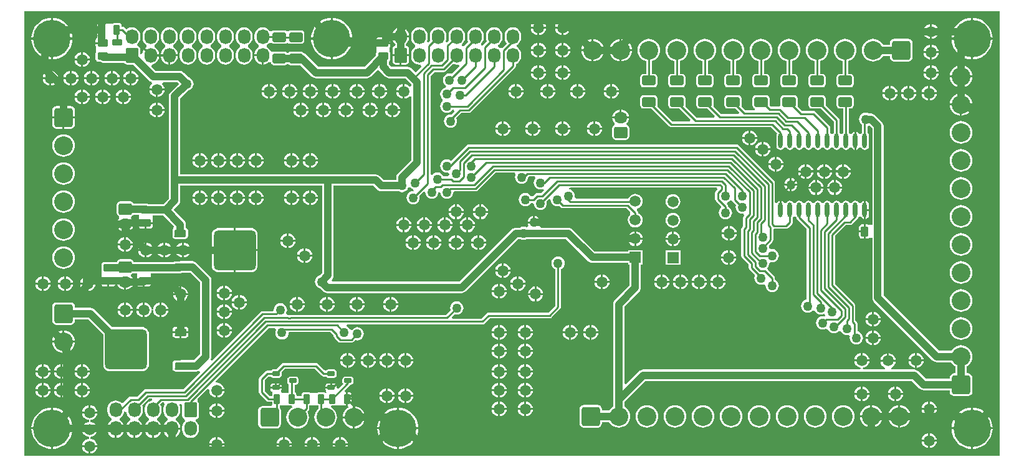
<source format=gbl>
G04 Layer_Physical_Order=2*
G04 Layer_Color=16711680*
%FSAX42Y42*%
%MOMM*%
G71*
G01*
G75*
G04:AMPARAMS|DCode=10|XSize=1.4mm|YSize=1mm|CornerRadius=0.13mm|HoleSize=0mm|Usage=FLASHONLY|Rotation=0.000|XOffset=0mm|YOffset=0mm|HoleType=Round|Shape=RoundedRectangle|*
%AMROUNDEDRECTD10*
21,1,1.40,0.75,0,0,0.0*
21,1,1.15,1.00,0,0,0.0*
1,1,0.25,0.57,-0.38*
1,1,0.25,-0.57,-0.38*
1,1,0.25,-0.57,0.38*
1,1,0.25,0.57,0.38*
%
%ADD10ROUNDEDRECTD10*%
G04:AMPARAMS|DCode=11|XSize=1.4mm|YSize=1mm|CornerRadius=0.13mm|HoleSize=0mm|Usage=FLASHONLY|Rotation=270.000|XOffset=0mm|YOffset=0mm|HoleType=Round|Shape=RoundedRectangle|*
%AMROUNDEDRECTD11*
21,1,1.40,0.75,0,0,270.0*
21,1,1.15,1.00,0,0,270.0*
1,1,0.25,-0.38,-0.57*
1,1,0.25,-0.38,0.57*
1,1,0.25,0.38,0.57*
1,1,0.25,0.38,-0.57*
%
%ADD11ROUNDEDRECTD11*%
G04:AMPARAMS|DCode=12|XSize=1mm|YSize=1.6mm|CornerRadius=0.13mm|HoleSize=0mm|Usage=FLASHONLY|Rotation=90.000|XOffset=0mm|YOffset=0mm|HoleType=Round|Shape=RoundedRectangle|*
%AMROUNDEDRECTD12*
21,1,1.00,1.35,0,0,90.0*
21,1,0.75,1.60,0,0,90.0*
1,1,0.25,0.68,0.38*
1,1,0.25,0.68,-0.38*
1,1,0.25,-0.68,-0.38*
1,1,0.25,-0.68,0.38*
%
%ADD12ROUNDEDRECTD12*%
G04:AMPARAMS|DCode=13|XSize=5.5mm|YSize=5.7mm|CornerRadius=0.69mm|HoleSize=0mm|Usage=FLASHONLY|Rotation=90.000|XOffset=0mm|YOffset=0mm|HoleType=Round|Shape=RoundedRectangle|*
%AMROUNDEDRECTD13*
21,1,5.50,4.33,0,0,90.0*
21,1,4.13,5.70,0,0,90.0*
1,1,1.38,2.16,2.06*
1,1,1.38,2.16,-2.06*
1,1,1.38,-2.16,-2.06*
1,1,1.38,-2.16,2.06*
%
%ADD13ROUNDEDRECTD13*%
G04:AMPARAMS|DCode=14|XSize=1.3mm|YSize=0.8mm|CornerRadius=0.1mm|HoleSize=0mm|Usage=FLASHONLY|Rotation=0.000|XOffset=0mm|YOffset=0mm|HoleType=Round|Shape=RoundedRectangle|*
%AMROUNDEDRECTD14*
21,1,1.30,0.60,0,0,0.0*
21,1,1.10,0.80,0,0,0.0*
1,1,0.20,0.55,-0.30*
1,1,0.20,-0.55,-0.30*
1,1,0.20,-0.55,0.30*
1,1,0.20,0.55,0.30*
%
%ADD14ROUNDEDRECTD14*%
G04:AMPARAMS|DCode=15|XSize=1.3mm|YSize=0.8mm|CornerRadius=0.1mm|HoleSize=0mm|Usage=FLASHONLY|Rotation=270.000|XOffset=0mm|YOffset=0mm|HoleType=Round|Shape=RoundedRectangle|*
%AMROUNDEDRECTD15*
21,1,1.30,0.60,0,0,270.0*
21,1,1.10,0.80,0,0,270.0*
1,1,0.20,-0.30,-0.55*
1,1,0.20,-0.30,0.55*
1,1,0.20,0.30,0.55*
1,1,0.20,0.30,-0.55*
%
%ADD15ROUNDEDRECTD15*%
G04:AMPARAMS|DCode=16|XSize=1.8mm|YSize=1.3mm|CornerRadius=0.16mm|HoleSize=0mm|Usage=FLASHONLY|Rotation=0.000|XOffset=0mm|YOffset=0mm|HoleType=Round|Shape=RoundedRectangle|*
%AMROUNDEDRECTD16*
21,1,1.80,0.97,0,0,0.0*
21,1,1.48,1.30,0,0,0.0*
1,1,0.33,0.74,-0.49*
1,1,0.33,-0.74,-0.49*
1,1,0.33,-0.74,0.49*
1,1,0.33,0.74,0.49*
%
%ADD16ROUNDEDRECTD16*%
G04:AMPARAMS|DCode=17|XSize=0.6mm|YSize=1mm|CornerRadius=0.08mm|HoleSize=0mm|Usage=FLASHONLY|Rotation=90.000|XOffset=0mm|YOffset=0mm|HoleType=Round|Shape=RoundedRectangle|*
%AMROUNDEDRECTD17*
21,1,0.60,0.85,0,0,90.0*
21,1,0.45,1.00,0,0,90.0*
1,1,0.15,0.42,0.23*
1,1,0.15,0.42,-0.23*
1,1,0.15,-0.42,-0.23*
1,1,0.15,-0.42,0.23*
%
%ADD17ROUNDEDRECTD17*%
%ADD18O,0.60X2.00*%
%ADD19C,1.02*%
%ADD20C,0.25*%
%ADD21C,1.52*%
%ADD22C,2.54*%
G04:AMPARAMS|DCode=23|XSize=2.54mm|YSize=2.54mm|CornerRadius=0.32mm|HoleSize=0mm|Usage=FLASHONLY|Rotation=180.000|XOffset=0mm|YOffset=0mm|HoleType=Round|Shape=RoundedRectangle|*
%AMROUNDEDRECTD23*
21,1,2.54,1.91,0,0,180.0*
21,1,1.91,2.54,0,0,180.0*
1,1,0.64,-0.95,0.95*
1,1,0.64,0.95,0.95*
1,1,0.64,0.95,-0.95*
1,1,0.64,-0.95,-0.95*
%
%ADD23ROUNDEDRECTD23*%
G04:AMPARAMS|DCode=24|XSize=1.52mm|YSize=1.78mm|CornerRadius=0.19mm|HoleSize=0mm|Usage=FLASHONLY|Rotation=270.000|XOffset=0mm|YOffset=0mm|HoleType=Round|Shape=RoundedRectangle|*
%AMROUNDEDRECTD24*
21,1,1.52,1.40,0,0,270.0*
21,1,1.14,1.78,0,0,270.0*
1,1,0.38,-0.70,-0.57*
1,1,0.38,-0.70,0.57*
1,1,0.38,0.70,0.57*
1,1,0.38,0.70,-0.57*
%
%ADD24ROUNDEDRECTD24*%
%ADD25O,1.78X1.52*%
G04:AMPARAMS|DCode=26|XSize=2.03mm|YSize=1.73mm|CornerRadius=0.22mm|HoleSize=0mm|Usage=FLASHONLY|Rotation=90.000|XOffset=0mm|YOffset=0mm|HoleType=Round|Shape=RoundedRectangle|*
%AMROUNDEDRECTD26*
21,1,2.03,1.30,0,0,90.0*
21,1,1.60,1.73,0,0,90.0*
1,1,0.43,0.65,0.80*
1,1,0.43,0.65,-0.80*
1,1,0.43,-0.65,-0.80*
1,1,0.43,-0.65,0.80*
%
%ADD26ROUNDEDRECTD26*%
%ADD27O,1.73X2.03*%
%ADD28R,1.50X1.50*%
%ADD29C,1.50*%
G04:AMPARAMS|DCode=30|XSize=2.54mm|YSize=2.54mm|CornerRadius=0.32mm|HoleSize=0mm|Usage=FLASHONLY|Rotation=270.000|XOffset=0mm|YOffset=0mm|HoleType=Round|Shape=RoundedRectangle|*
%AMROUNDEDRECTD30*
21,1,2.54,1.91,0,0,270.0*
21,1,1.91,2.54,0,0,270.0*
1,1,0.64,-0.95,-0.95*
1,1,0.64,-0.95,0.95*
1,1,0.64,0.95,0.95*
1,1,0.64,0.95,-0.95*
%
%ADD30ROUNDEDRECTD30*%
%ADD31C,5.08*%
%ADD32C,1.27*%
G36*
X016374Y005126D02*
X003126Y005126D01*
X003126Y011174D01*
X016374Y011174D01*
X016374Y005126D01*
X016374Y005126D02*
G37*
%LPC*%
G36*
X007633Y007289D02*
X007619Y007287D01*
X007594Y007277D01*
X007573Y007261D01*
X007557Y007239D01*
X007546Y007215D01*
X007545Y007201D01*
X007633Y007201D01*
X007633Y007289D01*
X007633Y007289D02*
G37*
G36*
X007658Y007289D02*
X007658Y007201D01*
X007746Y007201D01*
X007744Y007215D01*
X007734Y007239D01*
X007718Y007261D01*
X007697Y007277D01*
X007672Y007287D01*
X007658Y007289D01*
X007658Y007289D02*
G37*
G36*
X007252Y007289D02*
X007252Y007201D01*
X007340Y007201D01*
X007338Y007215D01*
X007328Y007239D01*
X007311Y007261D01*
X007290Y007277D01*
X007266Y007287D01*
X007252Y007289D01*
X007252Y007289D02*
G37*
G36*
X006845Y007289D02*
X006845Y007201D01*
X006933Y007201D01*
X006932Y007215D01*
X006921Y007239D01*
X006905Y007261D01*
X006884Y007277D01*
X006859Y007287D01*
X006845Y007289D01*
X006845Y007289D02*
G37*
G36*
X007226Y007289D02*
X007212Y007287D01*
X007188Y007277D01*
X007167Y007261D01*
X007150Y007239D01*
X007140Y007215D01*
X007138Y007201D01*
X007226Y007201D01*
X007226Y007289D01*
X007226Y007289D02*
G37*
G36*
X008090Y007289D02*
X008076Y007287D01*
X008051Y007277D01*
X008030Y007261D01*
X008014Y007239D01*
X008004Y007215D01*
X008002Y007201D01*
X008090Y007201D01*
X008090Y007289D01*
X008090Y007289D02*
G37*
G36*
X006033Y007314D02*
X006019Y007313D01*
X005994Y007302D01*
X005973Y007286D01*
X005956Y007265D01*
X005946Y007240D01*
X005944Y007226D01*
X006033Y007226D01*
X006033Y007314D01*
X006033Y007314D02*
G37*
G36*
X006058Y007314D02*
X006058Y007226D01*
X006146Y007226D01*
X006144Y007240D01*
X006134Y007265D01*
X006118Y007286D01*
X006096Y007302D01*
X006072Y007313D01*
X006058Y007314D01*
X006058Y007314D02*
G37*
G36*
X005348Y007314D02*
X005260Y007314D01*
X005260Y007225D01*
X005273Y007227D01*
X005298Y007237D01*
X005319Y007254D01*
X005336Y007275D01*
X005346Y007300D01*
X005348Y007314D01*
X005348Y007314D02*
G37*
G36*
X008115Y007289D02*
X008115Y007201D01*
X008203Y007201D01*
X008202Y007215D01*
X008191Y007239D01*
X008175Y007261D01*
X008154Y007277D01*
X008129Y007287D01*
X008115Y007289D01*
X008115Y007289D02*
G37*
G36*
X005234Y007314D02*
X005146Y007314D01*
X005148Y007300D01*
X005158Y007275D01*
X005174Y007254D01*
X005196Y007237D01*
X005220Y007227D01*
X005234Y007225D01*
X005234Y007314D01*
X005234Y007314D02*
G37*
G36*
X006033Y007201D02*
X005944Y007201D01*
X005946Y007187D01*
X005956Y007162D01*
X005973Y007141D01*
X005994Y007125D01*
X006019Y007115D01*
X006033Y007113D01*
X006033Y007201D01*
X006033Y007201D02*
G37*
G36*
X006146Y007201D02*
X006058Y007201D01*
X006058Y007113D01*
X006072Y007115D01*
X006096Y007125D01*
X006118Y007141D01*
X006134Y007162D01*
X006144Y007187D01*
X006146Y007201D01*
X006146Y007201D02*
G37*
G36*
X005855Y007187D02*
X005855Y007099D01*
X005943Y007099D01*
X005941Y007113D01*
X005931Y007138D01*
X005914Y007159D01*
X005893Y007175D01*
X005869Y007186D01*
X005855Y007187D01*
X005855Y007187D02*
G37*
G36*
X008203Y007175D02*
X008115Y007175D01*
X008115Y007087D01*
X008129Y007089D01*
X008154Y007099D01*
X008175Y007116D01*
X008191Y007137D01*
X008202Y007162D01*
X008203Y007175D01*
X008203Y007175D02*
G37*
G36*
X005829Y007187D02*
X005815Y007186D01*
X005791Y007175D01*
X005770Y007159D01*
X005753Y007138D01*
X005743Y007113D01*
X005741Y007099D01*
X005829Y007099D01*
X005829Y007187D01*
X005829Y007187D02*
G37*
G36*
X004966Y007213D02*
X004952Y007211D01*
X004927Y007201D01*
X004906Y007184D01*
X004890Y007163D01*
X004879Y007139D01*
X004877Y007119D01*
X004851Y007119D01*
X004849Y007139D01*
X004839Y007163D01*
X004822Y007184D01*
X004801Y007201D01*
X004776Y007211D01*
X004762Y007213D01*
X004762Y007112D01*
X004762Y007011D01*
X004776Y007013D01*
X004801Y007023D01*
X004822Y007040D01*
X004839Y007061D01*
X004849Y007085D01*
X004851Y007105D01*
X004877Y007105D01*
X004879Y007085D01*
X004890Y007061D01*
X004906Y007040D01*
X004927Y007023D01*
X004952Y007013D01*
X004966Y007011D01*
X004966Y007112D01*
X004966Y007213D01*
X004966Y007213D02*
G37*
G36*
X004991Y007213D02*
X004991Y007125D01*
X005079Y007125D01*
X005077Y007139D01*
X005067Y007163D01*
X005051Y007184D01*
X005030Y007201D01*
X005005Y007211D01*
X004991Y007213D01*
X004991Y007213D02*
G37*
G36*
X006820Y007289D02*
X006806Y007287D01*
X006781Y007277D01*
X006760Y007261D01*
X006744Y007239D01*
X006734Y007215D01*
X006732Y007201D01*
X006820Y007201D01*
X006820Y007289D01*
X006820Y007289D02*
G37*
G36*
X004737Y007213D02*
X004723Y007211D01*
X004699Y007201D01*
X004677Y007184D01*
X004661Y007163D01*
X004651Y007139D01*
X004649Y007125D01*
X004737Y007125D01*
X004737Y007213D01*
X004737Y007213D02*
G37*
G36*
X004483Y007213D02*
X004469Y007211D01*
X004445Y007201D01*
X004423Y007184D01*
X004407Y007163D01*
X004397Y007139D01*
X004395Y007125D01*
X004483Y007125D01*
X004483Y007213D01*
X004483Y007213D02*
G37*
G36*
X004508Y007213D02*
X004508Y007125D01*
X004597Y007125D01*
X004595Y007139D01*
X004585Y007163D01*
X004568Y007184D01*
X004547Y007201D01*
X004522Y007211D01*
X004508Y007213D01*
X004508Y007213D02*
G37*
G36*
X010058Y007315D02*
X009970Y007315D01*
X009972Y007301D01*
X009982Y007277D01*
X009999Y007255D01*
X010020Y007239D01*
X010045Y007229D01*
X010058Y007227D01*
X010058Y007315D01*
X010058Y007315D02*
G37*
G36*
X003784Y007455D02*
X003696Y007455D01*
X003696Y007367D01*
X003710Y007369D01*
X003734Y007379D01*
X003755Y007395D01*
X003772Y007416D01*
X003782Y007441D01*
X003784Y007455D01*
X003784Y007455D02*
G37*
G36*
X003975Y007455D02*
X003887Y007455D01*
X003889Y007441D01*
X003899Y007416D01*
X003915Y007395D01*
X003937Y007379D01*
X003961Y007369D01*
X003975Y007367D01*
X003975Y007455D01*
X003975Y007455D02*
G37*
G36*
X003670Y007455D02*
X003582Y007455D01*
X003584Y007441D01*
X003594Y007416D01*
X003611Y007395D01*
X003632Y007379D01*
X003656Y007369D01*
X003670Y007367D01*
X003670Y007455D01*
X003670Y007455D02*
G37*
G36*
X003365Y007455D02*
X003277Y007455D01*
X003279Y007441D01*
X003289Y007416D01*
X003306Y007395D01*
X003327Y007379D01*
X003352Y007369D01*
X003365Y007367D01*
X003365Y007455D01*
X003365Y007455D02*
G37*
G36*
X003479Y007455D02*
X003391Y007455D01*
X003391Y007367D01*
X003405Y007369D01*
X003429Y007379D01*
X003451Y007395D01*
X003467Y007416D01*
X003477Y007441D01*
X003479Y007455D01*
X003479Y007455D02*
G37*
G36*
X004089Y007455D02*
X004001Y007455D01*
X004001Y007367D01*
X004014Y007369D01*
X004039Y007379D01*
X004060Y007395D01*
X004077Y007416D01*
X004087Y007441D01*
X004089Y007455D01*
X004089Y007455D02*
G37*
G36*
X009589Y007467D02*
X009589Y007379D01*
X009677Y007379D01*
X009675Y007393D01*
X009665Y007417D01*
X009648Y007438D01*
X009627Y007455D01*
X009602Y007465D01*
X009589Y007467D01*
X009589Y007467D02*
G37*
G36*
X004609Y007480D02*
X004508Y007480D01*
X004508Y007391D01*
X004535Y007394D01*
X004560Y007404D01*
X004581Y007421D01*
X004597Y007442D01*
X004607Y007466D01*
X004609Y007480D01*
X004609Y007480D02*
G37*
G36*
X009563Y007467D02*
X009549Y007465D01*
X009525Y007455D01*
X009503Y007438D01*
X009487Y007417D01*
X009477Y007393D01*
X009475Y007379D01*
X009563Y007379D01*
X009563Y007467D01*
X009563Y007467D02*
G37*
G36*
X009817Y007455D02*
X009729Y007455D01*
X009731Y007441D01*
X009741Y007416D01*
X009757Y007395D01*
X009779Y007379D01*
X009803Y007369D01*
X009817Y007367D01*
X009817Y007455D01*
X009817Y007455D02*
G37*
G36*
X009931Y007455D02*
X009843Y007455D01*
X009843Y007367D01*
X009856Y007369D01*
X009881Y007379D01*
X009902Y007395D01*
X009919Y007416D01*
X009929Y007441D01*
X009931Y007455D01*
X009931Y007455D02*
G37*
G36*
X009563Y007353D02*
X009475Y007353D01*
X009477Y007339D01*
X009487Y007315D01*
X009503Y007294D01*
X009525Y007277D01*
X009549Y007267D01*
X009563Y007265D01*
X009563Y007353D01*
X009563Y007353D02*
G37*
G36*
X009677Y007353D02*
X009589Y007353D01*
X009589Y007265D01*
X009602Y007267D01*
X009627Y007277D01*
X009648Y007294D01*
X009665Y007315D01*
X009675Y007339D01*
X009677Y007353D01*
X009677Y007353D02*
G37*
G36*
X005943Y007328D02*
X005855Y007328D01*
X005855Y007240D01*
X005869Y007242D01*
X005893Y007252D01*
X005914Y007268D01*
X005931Y007289D01*
X005941Y007314D01*
X005943Y007328D01*
X005943Y007328D02*
G37*
G36*
X010172Y007315D02*
X010084Y007315D01*
X010084Y007227D01*
X010098Y007229D01*
X010122Y007239D01*
X010144Y007255D01*
X010160Y007277D01*
X010170Y007301D01*
X010172Y007315D01*
X010172Y007315D02*
G37*
G36*
X005829Y007328D02*
X005741Y007328D01*
X005743Y007314D01*
X005753Y007289D01*
X005770Y007268D01*
X005791Y007252D01*
X005815Y007242D01*
X005829Y007240D01*
X005829Y007328D01*
X005829Y007328D02*
G37*
G36*
X005234Y007427D02*
X005220Y007425D01*
X005196Y007415D01*
X005174Y007399D01*
X005158Y007377D01*
X005148Y007353D01*
X005146Y007339D01*
X005234Y007339D01*
X005234Y007427D01*
X005234Y007427D02*
G37*
G36*
X005829Y007441D02*
X005815Y007440D01*
X005791Y007429D01*
X005770Y007413D01*
X005753Y007392D01*
X005743Y007367D01*
X005741Y007353D01*
X005829Y007353D01*
X005829Y007441D01*
X005829Y007441D02*
G37*
G36*
X005855Y007441D02*
X005855Y007353D01*
X005943Y007353D01*
X005941Y007367D01*
X005931Y007392D01*
X005914Y007413D01*
X005893Y007429D01*
X005869Y007440D01*
X005855Y007441D01*
X005855Y007441D02*
G37*
G36*
X010084Y007429D02*
X010084Y007341D01*
X010172Y007341D01*
X010170Y007354D01*
X010160Y007379D01*
X010144Y007400D01*
X010122Y007417D01*
X010098Y007427D01*
X010084Y007429D01*
X010084Y007429D02*
G37*
G36*
X005260Y007427D02*
X005260Y007339D01*
X005348Y007339D01*
X005346Y007353D01*
X005336Y007377D01*
X005319Y007399D01*
X005298Y007415D01*
X005273Y007425D01*
X005260Y007427D01*
X005260Y007427D02*
G37*
G36*
X010058Y007429D02*
X010045Y007427D01*
X010020Y007417D01*
X009999Y007400D01*
X009982Y007379D01*
X009972Y007354D01*
X009970Y007341D01*
X010058Y007341D01*
X010058Y007429D01*
X010058Y007429D02*
G37*
G36*
X008090Y007175D02*
X008002Y007175D01*
X008004Y007162D01*
X008014Y007137D01*
X008030Y007116D01*
X008051Y007099D01*
X008076Y007089D01*
X008090Y007087D01*
X008090Y007175D01*
X008090Y007175D02*
G37*
G36*
X014668Y006832D02*
X014668Y006744D01*
X014757Y006744D01*
X014755Y006758D01*
X014745Y006782D01*
X014728Y006803D01*
X014707Y006820D01*
X014682Y006830D01*
X014668Y006832D01*
X014668Y006832D02*
G37*
G36*
X005234Y006883D02*
X005179Y006883D01*
X005165Y006880D01*
X005152Y006872D01*
X005144Y006859D01*
X005141Y006845D01*
X005141Y006820D01*
X005234Y006820D01*
X005234Y006883D01*
X005234Y006883D02*
G37*
G36*
X014643Y006832D02*
X014629Y006830D01*
X014605Y006820D01*
X014583Y006803D01*
X014567Y006782D01*
X014557Y006758D01*
X014555Y006744D01*
X014643Y006744D01*
X014643Y006832D01*
X014643Y006832D02*
G37*
G36*
X005829Y006820D02*
X005741Y006820D01*
X005743Y006806D01*
X005753Y006781D01*
X005770Y006760D01*
X005791Y006744D01*
X005815Y006734D01*
X005829Y006732D01*
X005829Y006820D01*
X005829Y006820D02*
G37*
G36*
X005943Y006820D02*
X005855Y006820D01*
X005855Y006732D01*
X005869Y006734D01*
X005893Y006744D01*
X005914Y006760D01*
X005931Y006781D01*
X005941Y006806D01*
X005943Y006820D01*
X005943Y006820D02*
G37*
G36*
X005314Y006883D02*
X005260Y006883D01*
X005260Y006820D01*
X005353Y006820D01*
X005353Y006845D01*
X005350Y006859D01*
X005342Y006872D01*
X005329Y006880D01*
X005314Y006883D01*
X005314Y006883D02*
G37*
G36*
X009944Y006908D02*
X009944Y006820D01*
X010032Y006820D01*
X010030Y006834D01*
X010020Y006858D01*
X010004Y006880D01*
X009983Y006896D01*
X009958Y006906D01*
X009944Y006908D01*
X009944Y006908D02*
G37*
G36*
X010528Y006908D02*
X010514Y006906D01*
X010490Y006896D01*
X010469Y006880D01*
X010452Y006858D01*
X010442Y006834D01*
X010440Y006820D01*
X010528Y006820D01*
X010528Y006908D01*
X010528Y006908D02*
G37*
G36*
X009919Y006908D02*
X009905Y006906D01*
X009880Y006896D01*
X009859Y006880D01*
X009843Y006858D01*
X009832Y006834D01*
X009831Y006820D01*
X009919Y006820D01*
X009919Y006908D01*
X009919Y006908D02*
G37*
G36*
X009563Y006908D02*
X009549Y006906D01*
X009525Y006896D01*
X009503Y006880D01*
X009487Y006858D01*
X009477Y006834D01*
X009475Y006820D01*
X009563Y006820D01*
X009563Y006908D01*
X009563Y006908D02*
G37*
G36*
X009589Y006908D02*
X009589Y006820D01*
X009677Y006820D01*
X009675Y006834D01*
X009665Y006858D01*
X009648Y006880D01*
X009627Y006896D01*
X009602Y006906D01*
X009589Y006908D01*
X009589Y006908D02*
G37*
G36*
X009919Y006794D02*
X009831Y006794D01*
X009832Y006781D01*
X009843Y006756D01*
X009859Y006735D01*
X009880Y006718D01*
X009905Y006708D01*
X009919Y006706D01*
X009919Y006794D01*
X009919Y006794D02*
G37*
G36*
X010032Y006794D02*
X009944Y006794D01*
X009944Y006706D01*
X009958Y006708D01*
X009983Y006718D01*
X010004Y006735D01*
X010020Y006756D01*
X010030Y006781D01*
X010032Y006794D01*
X010032Y006794D02*
G37*
G36*
X009677Y006794D02*
X009589Y006794D01*
X009589Y006706D01*
X009602Y006708D01*
X009627Y006718D01*
X009648Y006735D01*
X009665Y006756D01*
X009675Y006781D01*
X009677Y006794D01*
X009677Y006794D02*
G37*
G36*
X015850Y007011D02*
X015820Y007008D01*
X015791Y006999D01*
X015765Y006985D01*
X015741Y006966D01*
X015722Y006943D01*
X015708Y006917D01*
X015699Y006888D01*
X015696Y006858D01*
X015699Y006828D01*
X015708Y006799D01*
X015722Y006773D01*
X015741Y006750D01*
X015765Y006731D01*
X015791Y006717D01*
X015820Y006708D01*
X015850Y006705D01*
X015879Y006708D01*
X015908Y006717D01*
X015935Y006731D01*
X015958Y006750D01*
X015977Y006773D01*
X015991Y006799D01*
X016000Y006828D01*
X016003Y006858D01*
X016000Y006888D01*
X015991Y006917D01*
X015977Y006943D01*
X015958Y006966D01*
X015935Y006985D01*
X015908Y006999D01*
X015879Y007008D01*
X015850Y007011D01*
X015850Y007011D02*
G37*
G36*
X009563Y006794D02*
X009475Y006794D01*
X009477Y006781D01*
X009487Y006756D01*
X009503Y006735D01*
X009525Y006718D01*
X009549Y006708D01*
X009563Y006706D01*
X009563Y006794D01*
X009563Y006794D02*
G37*
G36*
X010528Y006794D02*
X010440Y006794D01*
X010442Y006781D01*
X010452Y006756D01*
X010469Y006735D01*
X010490Y006718D01*
X010514Y006708D01*
X010528Y006706D01*
X010528Y006794D01*
X010528Y006794D02*
G37*
G36*
X005234Y006794D02*
X005141Y006794D01*
X005141Y006770D01*
X005144Y006755D01*
X005152Y006742D01*
X005165Y006734D01*
X005179Y006731D01*
X005234Y006731D01*
X005234Y006794D01*
X005234Y006794D02*
G37*
G36*
X005353Y006794D02*
X005260Y006794D01*
X005260Y006731D01*
X005314Y006731D01*
X005329Y006734D01*
X005342Y006742D01*
X005350Y006755D01*
X005353Y006770D01*
X005353Y006794D01*
X005353Y006794D02*
G37*
G36*
X010921Y006794D02*
X010833Y006794D01*
X010833Y006706D01*
X010847Y006708D01*
X010872Y006718D01*
X010893Y006735D01*
X010909Y006756D01*
X010919Y006781D01*
X010921Y006794D01*
X010921Y006794D02*
G37*
G36*
X010642Y006794D02*
X010554Y006794D01*
X010554Y006706D01*
X010568Y006708D01*
X010592Y006718D01*
X010613Y006735D01*
X010630Y006756D01*
X010640Y006781D01*
X010642Y006794D01*
X010642Y006794D02*
G37*
G36*
X010808Y006794D02*
X010720Y006794D01*
X010721Y006781D01*
X010732Y006756D01*
X010748Y006735D01*
X010769Y006718D01*
X010794Y006708D01*
X010808Y006706D01*
X010808Y006794D01*
X010808Y006794D02*
G37*
G36*
X010554Y006908D02*
X010554Y006820D01*
X010642Y006820D01*
X010640Y006834D01*
X010630Y006858D01*
X010613Y006880D01*
X010592Y006896D01*
X010568Y006906D01*
X010554Y006908D01*
X010554Y006908D02*
G37*
G36*
X010375Y007837D02*
X010352Y007834D01*
X010330Y007825D01*
X010312Y007810D01*
X010297Y007792D01*
X010288Y007770D01*
X010285Y007747D01*
X010288Y007724D01*
X010297Y007702D01*
X010312Y007684D01*
X010330Y007669D01*
X010336Y007667D01*
X010336Y007165D01*
X010246Y007075D01*
X009431Y007075D01*
X009416Y007072D01*
X009403Y007063D01*
X009331Y006991D01*
X008942Y006991D01*
X008932Y007015D01*
X008971Y007053D01*
X008977Y007051D01*
X009000Y007048D01*
X009023Y007051D01*
X009045Y007060D01*
X009063Y007074D01*
X009078Y007093D01*
X009087Y007114D01*
X009090Y007137D01*
X009087Y007161D01*
X009078Y007182D01*
X009063Y007201D01*
X009045Y007215D01*
X009023Y007224D01*
X009000Y007227D01*
X008977Y007224D01*
X008955Y007215D01*
X008937Y007201D01*
X008922Y007182D01*
X008913Y007161D01*
X008910Y007137D01*
X008913Y007114D01*
X008916Y007108D01*
X008850Y007042D01*
X006740Y007042D01*
X006736Y007041D01*
X006713Y007041D01*
X006709Y007042D01*
X006694Y007042D01*
X006682Y007067D01*
X006691Y007089D01*
X006694Y007112D01*
X006691Y007135D01*
X006682Y007157D01*
X006667Y007175D01*
X006649Y007190D01*
X006627Y007199D01*
X006604Y007202D01*
X006581Y007199D01*
X006559Y007190D01*
X006541Y007175D01*
X006526Y007157D01*
X006517Y007135D01*
X006514Y007112D01*
X006514Y007112D01*
X006498Y007093D01*
X006360Y007093D01*
X006345Y007090D01*
X006333Y007081D01*
X005675Y006423D01*
X005655Y006439D01*
X005662Y006457D01*
X005665Y006477D01*
X005665Y006477D01*
X005665Y007518D01*
X005665Y007518D01*
X005662Y007538D01*
X005655Y007557D01*
X005642Y007573D01*
X005464Y007751D01*
X005449Y007763D01*
X005430Y007771D01*
X005410Y007773D01*
X005243Y007773D01*
X005238Y007772D01*
X005176Y007772D01*
X005161Y007770D01*
X005149Y007761D01*
X004609Y007761D01*
X004608Y007771D01*
X004598Y007785D01*
X004583Y007795D01*
X004566Y007799D01*
X004426Y007799D01*
X004409Y007795D01*
X004394Y007785D01*
X004384Y007771D01*
X004382Y007761D01*
X004267Y007761D01*
X004262Y007761D01*
X004210Y007761D01*
X004195Y007758D01*
X004182Y007749D01*
X004174Y007737D01*
X004171Y007722D01*
X004171Y007647D01*
X004174Y007632D01*
X004177Y007628D01*
X004177Y007562D01*
X004174Y007557D01*
X004171Y007542D01*
X004171Y007517D01*
X004267Y007517D01*
X004267Y007505D01*
X004280Y007505D01*
X004280Y007428D01*
X004325Y007428D01*
X004339Y007431D01*
X004352Y007440D01*
X004360Y007452D01*
X004361Y007456D01*
X004387Y007458D01*
X004394Y007442D01*
X004411Y007421D01*
X004432Y007404D01*
X004457Y007394D01*
X004483Y007391D01*
X004483Y007391D01*
X004483Y007493D01*
X004496Y007493D01*
X004496Y007506D01*
X004609Y007506D01*
X004607Y007520D01*
X004597Y007544D01*
X004581Y007565D01*
X004575Y007570D01*
X004582Y007597D01*
X004583Y007597D01*
X004598Y007607D01*
X004598Y007608D01*
X004660Y007608D01*
X004660Y007562D01*
X004657Y007557D01*
X004654Y007542D01*
X004654Y007517D01*
X004846Y007517D01*
X004846Y007542D01*
X004843Y007557D01*
X004840Y007562D01*
X004840Y007608D01*
X005232Y007608D01*
X005252Y007610D01*
X005270Y007618D01*
X005272Y007619D01*
X005378Y007619D01*
X005511Y007487D01*
X005511Y006509D01*
X005429Y006427D01*
X005247Y006427D01*
X005241Y006426D01*
X005179Y006426D01*
X005165Y006423D01*
X005152Y006415D01*
X005144Y006402D01*
X005141Y006388D01*
X005141Y006313D01*
X005144Y006298D01*
X005152Y006285D01*
X005165Y006277D01*
X005179Y006274D01*
X005241Y006274D01*
X005247Y006273D01*
X005461Y006273D01*
X005481Y006276D01*
X005500Y006284D01*
X005515Y006263D01*
X005284Y006032D01*
X004778Y006032D01*
X004764Y006029D01*
X004751Y006021D01*
X004661Y005931D01*
X004569Y005931D01*
X004555Y005928D01*
X004542Y005919D01*
X004468Y005846D01*
X004447Y005847D01*
X004423Y005865D01*
X004396Y005876D01*
X004367Y005880D01*
X004338Y005876D01*
X004311Y005865D01*
X004287Y005847D01*
X004269Y005824D01*
X004258Y005796D01*
X004254Y005767D01*
X004254Y005737D01*
X004258Y005708D01*
X004269Y005680D01*
X004287Y005657D01*
X004311Y005639D01*
X004312Y005639D01*
X004312Y005611D01*
X004311Y005611D01*
X004287Y005593D01*
X004269Y005570D01*
X004258Y005542D01*
X004254Y005513D01*
X004254Y005511D01*
X004367Y005511D01*
X004480Y005511D01*
X004480Y005513D01*
X004476Y005542D01*
X004465Y005570D01*
X004447Y005593D01*
X004423Y005611D01*
X004422Y005611D01*
X004422Y005639D01*
X004423Y005639D01*
X004447Y005657D01*
X004465Y005680D01*
X004476Y005708D01*
X004478Y005725D01*
X004484Y005729D01*
X004511Y005717D01*
X004512Y005708D01*
X004523Y005680D01*
X004541Y005657D01*
X004565Y005639D01*
X004566Y005639D01*
X004566Y005611D01*
X004565Y005611D01*
X004541Y005593D01*
X004523Y005570D01*
X004512Y005542D01*
X004508Y005513D01*
X004508Y005511D01*
X004621Y005511D01*
X004734Y005511D01*
X004734Y005513D01*
X004730Y005542D01*
X004719Y005570D01*
X004701Y005593D01*
X004677Y005611D01*
X004676Y005611D01*
X004676Y005639D01*
X004677Y005639D01*
X004701Y005657D01*
X004719Y005680D01*
X004730Y005708D01*
X004734Y005737D01*
X004734Y005767D01*
X004730Y005796D01*
X004724Y005812D01*
X004816Y005904D01*
X004860Y005904D01*
X004862Y005878D01*
X004846Y005876D01*
X004819Y005865D01*
X004795Y005847D01*
X004777Y005824D01*
X004766Y005796D01*
X004762Y005767D01*
X004762Y005737D01*
X004766Y005708D01*
X004777Y005680D01*
X004795Y005657D01*
X004819Y005639D01*
X004820Y005639D01*
X004820Y005611D01*
X004819Y005611D01*
X004795Y005593D01*
X004777Y005570D01*
X004766Y005542D01*
X004762Y005513D01*
X004762Y005511D01*
X004875Y005511D01*
X004988Y005511D01*
X004988Y005513D01*
X004984Y005542D01*
X004973Y005570D01*
X004955Y005593D01*
X004931Y005611D01*
X004930Y005611D01*
X004930Y005639D01*
X004931Y005639D01*
X004955Y005657D01*
X004973Y005680D01*
X004984Y005708D01*
X004988Y005737D01*
X004988Y005767D01*
X004984Y005796D01*
X004973Y005824D01*
X004969Y005828D01*
X004994Y005853D01*
X005022Y005853D01*
X005034Y005827D01*
X005031Y005824D01*
X005020Y005796D01*
X005016Y005767D01*
X005016Y005737D01*
X005020Y005708D01*
X005031Y005680D01*
X005049Y005657D01*
X005073Y005639D01*
X005074Y005639D01*
X005074Y005611D01*
X005073Y005611D01*
X005049Y005593D01*
X005031Y005570D01*
X005020Y005542D01*
X005016Y005513D01*
X005016Y005511D01*
X005129Y005511D01*
X005242Y005511D01*
X005242Y005513D01*
X005238Y005542D01*
X005227Y005570D01*
X005209Y005593D01*
X005185Y005611D01*
X005184Y005611D01*
X005184Y005639D01*
X005185Y005639D01*
X005209Y005657D01*
X005227Y005680D01*
X005238Y005708D01*
X005242Y005737D01*
X005242Y005767D01*
X005238Y005796D01*
X005231Y005814D01*
X005241Y005837D01*
X005245Y005841D01*
X005249Y005841D01*
X005270Y005822D01*
X005270Y005672D01*
X005274Y005654D01*
X005284Y005638D01*
X005300Y005628D01*
X005305Y005627D01*
X005312Y005599D01*
X005303Y005593D01*
X005285Y005570D01*
X005274Y005542D01*
X005270Y005513D01*
X005270Y005483D01*
X005274Y005454D01*
X005285Y005426D01*
X005303Y005403D01*
X005327Y005385D01*
X005354Y005374D01*
X005383Y005370D01*
X005412Y005374D01*
X005439Y005385D01*
X005463Y005403D01*
X005481Y005426D01*
X005492Y005454D01*
X005496Y005483D01*
X005496Y005513D01*
X005492Y005542D01*
X005481Y005570D01*
X005463Y005593D01*
X005454Y005599D01*
X005461Y005627D01*
X005466Y005628D01*
X005482Y005638D01*
X005492Y005654D01*
X005496Y005672D01*
X005496Y005832D01*
X005492Y005850D01*
X005482Y005866D01*
X005480Y005867D01*
X005475Y005898D01*
X005615Y006038D01*
X005639Y006026D01*
X005638Y006020D01*
X005641Y005993D01*
X005652Y005969D01*
X005668Y005947D01*
X005689Y005931D01*
X005714Y005921D01*
X005728Y005919D01*
X005728Y006020D01*
X005740Y006020D01*
X005740Y006033D01*
X005841Y006033D01*
X005839Y006046D01*
X005829Y006071D01*
X005813Y006092D01*
X005792Y006109D01*
X005767Y006119D01*
X005740Y006122D01*
X005734Y006121D01*
X005722Y006146D01*
X006440Y006863D01*
X006532Y006863D01*
X006544Y006837D01*
X006538Y006823D01*
X006535Y006800D01*
X006538Y006777D01*
X006547Y006755D01*
X006562Y006737D01*
X006580Y006722D01*
X006602Y006713D01*
X006625Y006710D01*
X006648Y006713D01*
X006670Y006722D01*
X006688Y006737D01*
X006703Y006755D01*
X006712Y006777D01*
X006715Y006800D01*
X006724Y006811D01*
X007282Y006811D01*
X007327Y006766D01*
X007327Y006756D01*
X007330Y006742D01*
X007339Y006729D01*
X007389Y006678D01*
X007402Y006670D01*
X007417Y006667D01*
X007567Y006667D01*
X007582Y006670D01*
X007595Y006678D01*
X007619Y006702D01*
X007625Y006700D01*
X007648Y006697D01*
X007671Y006700D01*
X007693Y006709D01*
X007712Y006723D01*
X007726Y006742D01*
X007735Y006763D01*
X007738Y006787D01*
X007735Y006810D01*
X007726Y006831D01*
X007712Y006850D01*
X007693Y006864D01*
X007671Y006873D01*
X007648Y006876D01*
X007625Y006873D01*
X007603Y006864D01*
X007585Y006850D01*
X007578Y006841D01*
X007550Y006842D01*
X007549Y006843D01*
X007545Y006852D01*
X007531Y006871D01*
X007512Y006885D01*
X007504Y006888D01*
X007510Y006914D01*
X009347Y006914D01*
X009362Y006917D01*
X009375Y006925D01*
X009447Y006997D01*
X010262Y006997D01*
X010276Y007000D01*
X010289Y007008D01*
X010402Y007122D01*
X010411Y007134D01*
X010414Y007149D01*
X010414Y007667D01*
X010420Y007669D01*
X010438Y007684D01*
X010453Y007702D01*
X010462Y007724D01*
X010465Y007747D01*
X010462Y007770D01*
X010453Y007792D01*
X010438Y007810D01*
X010420Y007825D01*
X010398Y007834D01*
X010375Y007837D01*
X010375Y007837D02*
G37*
G36*
X015850Y007392D02*
X015820Y007389D01*
X015791Y007380D01*
X015765Y007366D01*
X015741Y007347D01*
X015722Y007324D01*
X015708Y007298D01*
X015699Y007269D01*
X015696Y007239D01*
X015699Y007209D01*
X015708Y007180D01*
X015722Y007154D01*
X015741Y007131D01*
X015765Y007112D01*
X015791Y007098D01*
X015820Y007089D01*
X015850Y007086D01*
X015879Y007089D01*
X015908Y007098D01*
X015935Y007112D01*
X015958Y007131D01*
X015977Y007154D01*
X015991Y007180D01*
X016000Y007209D01*
X016003Y007239D01*
X016000Y007269D01*
X015991Y007298D01*
X015977Y007324D01*
X015958Y007347D01*
X015935Y007366D01*
X015908Y007380D01*
X015879Y007389D01*
X015850Y007392D01*
X015850Y007392D02*
G37*
G36*
X005079Y007099D02*
X004991Y007099D01*
X004991Y007011D01*
X005005Y007013D01*
X005030Y007023D01*
X005051Y007040D01*
X005067Y007061D01*
X005077Y007085D01*
X005079Y007099D01*
X005079Y007099D02*
G37*
G36*
X004597Y007099D02*
X004508Y007099D01*
X004508Y007011D01*
X004522Y007013D01*
X004547Y007023D01*
X004568Y007040D01*
X004585Y007061D01*
X004595Y007085D01*
X004597Y007099D01*
X004597Y007099D02*
G37*
G36*
X004737Y007099D02*
X004649Y007099D01*
X004651Y007085D01*
X004661Y007061D01*
X004677Y007040D01*
X004699Y007023D01*
X004723Y007013D01*
X004737Y007011D01*
X004737Y007099D01*
X004737Y007099D02*
G37*
G36*
X006820Y007175D02*
X006732Y007175D01*
X006734Y007162D01*
X006744Y007137D01*
X006760Y007116D01*
X006781Y007099D01*
X006806Y007089D01*
X006820Y007087D01*
X006820Y007175D01*
X006820Y007175D02*
G37*
G36*
X007633Y007175D02*
X007545Y007175D01*
X007546Y007162D01*
X007557Y007137D01*
X007573Y007116D01*
X007594Y007099D01*
X007619Y007089D01*
X007633Y007087D01*
X007633Y007175D01*
X007633Y007175D02*
G37*
G36*
X007746Y007175D02*
X007658Y007175D01*
X007658Y007087D01*
X007672Y007089D01*
X007697Y007099D01*
X007718Y007116D01*
X007734Y007137D01*
X007744Y007162D01*
X007746Y007175D01*
X007746Y007175D02*
G37*
G36*
X007340Y007175D02*
X007252Y007175D01*
X007252Y007087D01*
X007266Y007089D01*
X007290Y007099D01*
X007311Y007116D01*
X007328Y007137D01*
X007338Y007162D01*
X007340Y007175D01*
X007340Y007175D02*
G37*
G36*
X006933Y007175D02*
X006845Y007175D01*
X006845Y007087D01*
X006859Y007089D01*
X006884Y007099D01*
X006905Y007116D01*
X006921Y007137D01*
X006932Y007162D01*
X006933Y007175D01*
X006933Y007175D02*
G37*
G36*
X007226Y007175D02*
X007138Y007175D01*
X007140Y007162D01*
X007150Y007137D01*
X007167Y007116D01*
X007188Y007099D01*
X007212Y007089D01*
X007226Y007087D01*
X007226Y007175D01*
X007226Y007175D02*
G37*
G36*
X005855Y006933D02*
X005855Y006845D01*
X005943Y006845D01*
X005941Y006859D01*
X005931Y006884D01*
X005914Y006905D01*
X005893Y006921D01*
X005869Y006932D01*
X005855Y006933D01*
X005855Y006933D02*
G37*
G36*
X014643Y006972D02*
X014555Y006972D01*
X014557Y006958D01*
X014567Y006934D01*
X014583Y006913D01*
X014605Y006896D01*
X014629Y006886D01*
X014643Y006884D01*
X014643Y006972D01*
X014643Y006972D02*
G37*
G36*
X005829Y006933D02*
X005815Y006932D01*
X005791Y006921D01*
X005770Y006905D01*
X005753Y006884D01*
X005743Y006859D01*
X005741Y006845D01*
X005829Y006845D01*
X005829Y006933D01*
X005829Y006933D02*
G37*
G36*
X010808Y006908D02*
X010794Y006906D01*
X010769Y006896D01*
X010748Y006880D01*
X010732Y006858D01*
X010721Y006834D01*
X010720Y006820D01*
X010808Y006820D01*
X010808Y006908D01*
X010808Y006908D02*
G37*
G36*
X010833Y006908D02*
X010833Y006820D01*
X010921Y006820D01*
X010919Y006834D01*
X010909Y006858D01*
X010893Y006880D01*
X010872Y006896D01*
X010847Y006906D01*
X010833Y006908D01*
X010833Y006908D02*
G37*
G36*
X014757Y006972D02*
X014668Y006972D01*
X014668Y006884D01*
X014682Y006886D01*
X014707Y006896D01*
X014728Y006913D01*
X014745Y006934D01*
X014755Y006958D01*
X014757Y006972D01*
X014757Y006972D02*
G37*
G36*
X014668Y007086D02*
X014668Y006998D01*
X014757Y006998D01*
X014755Y007012D01*
X014745Y007036D01*
X014728Y007057D01*
X014707Y007074D01*
X014682Y007084D01*
X014668Y007086D01*
X014668Y007086D02*
G37*
G36*
X004483Y007099D02*
X004395Y007099D01*
X004397Y007085D01*
X004407Y007061D01*
X004423Y007040D01*
X004445Y007023D01*
X004469Y007013D01*
X004483Y007011D01*
X004483Y007099D01*
X004483Y007099D02*
G37*
G36*
X014643Y007086D02*
X014629Y007084D01*
X014605Y007074D01*
X014583Y007057D01*
X014567Y007036D01*
X014557Y007012D01*
X014555Y006998D01*
X014643Y006998D01*
X014643Y007086D01*
X014643Y007086D02*
G37*
G36*
X005829Y007074D02*
X005741Y007074D01*
X005743Y007060D01*
X005753Y007035D01*
X005770Y007014D01*
X005791Y006998D01*
X005815Y006988D01*
X005829Y006986D01*
X005829Y007074D01*
X005829Y007074D02*
G37*
G36*
X005943Y007074D02*
X005855Y007074D01*
X005855Y006986D01*
X005869Y006988D01*
X005893Y006998D01*
X005914Y007014D01*
X005931Y007035D01*
X005941Y007060D01*
X005943Y007074D01*
X005943Y007074D02*
G37*
G36*
X008788Y008014D02*
X008700Y008014D01*
X008700Y007926D01*
X008713Y007927D01*
X008738Y007938D01*
X008759Y007954D01*
X008776Y007975D01*
X008786Y008000D01*
X008788Y008014D01*
X008788Y008014D02*
G37*
G36*
X008979Y008014D02*
X008891Y008014D01*
X008893Y008000D01*
X008903Y007975D01*
X008919Y007954D01*
X008940Y007938D01*
X008965Y007927D01*
X008979Y007926D01*
X008979Y008014D01*
X008979Y008014D02*
G37*
G36*
X008674Y008014D02*
X008586Y008014D01*
X008588Y008000D01*
X008598Y007975D01*
X008614Y007954D01*
X008636Y007938D01*
X008660Y007927D01*
X008674Y007926D01*
X008674Y008014D01*
X008674Y008014D02*
G37*
G36*
X008395Y008014D02*
X008307Y008014D01*
X008308Y008000D01*
X008319Y007975D01*
X008335Y007954D01*
X008356Y007938D01*
X008381Y007927D01*
X008395Y007926D01*
X008395Y008014D01*
X008395Y008014D02*
G37*
G36*
X008508Y008014D02*
X008420Y008014D01*
X008420Y007926D01*
X008434Y007927D01*
X008459Y007938D01*
X008480Y007954D01*
X008496Y007975D01*
X008506Y008000D01*
X008508Y008014D01*
X008508Y008014D02*
G37*
G36*
X009092Y008014D02*
X009004Y008014D01*
X009004Y007926D01*
X009018Y007927D01*
X009043Y007938D01*
X009064Y007954D01*
X009080Y007975D01*
X009091Y008000D01*
X009092Y008014D01*
X009092Y008014D02*
G37*
G36*
X004788Y008026D02*
X004788Y007938D01*
X004876Y007938D01*
X004874Y007951D01*
X004864Y007976D01*
X004848Y007997D01*
X004826Y008014D01*
X004802Y008024D01*
X004788Y008026D01*
X004788Y008026D02*
G37*
G36*
X005017Y008026D02*
X005003Y008024D01*
X004978Y008014D01*
X004957Y007997D01*
X004940Y007976D01*
X004930Y007951D01*
X004928Y007938D01*
X005017Y007938D01*
X005017Y008026D01*
X005017Y008026D02*
G37*
G36*
X004762Y008026D02*
X004749Y008024D01*
X004724Y008014D01*
X004703Y007997D01*
X004686Y007976D01*
X004676Y007951D01*
X004674Y007938D01*
X004762Y007938D01*
X004762Y008026D01*
X004762Y008026D02*
G37*
G36*
X009284Y008014D02*
X009196Y008014D01*
X009197Y008000D01*
X009208Y007975D01*
X009224Y007954D01*
X009245Y007938D01*
X009270Y007927D01*
X009284Y007926D01*
X009284Y008014D01*
X009284Y008014D02*
G37*
G36*
X009397Y008014D02*
X009309Y008014D01*
X009309Y007926D01*
X009323Y007927D01*
X009348Y007938D01*
X009369Y007954D01*
X009385Y007975D01*
X009395Y008000D01*
X009397Y008014D01*
X009397Y008014D02*
G37*
G36*
X005384Y007912D02*
X005296Y007912D01*
X005296Y007824D01*
X005310Y007826D01*
X005334Y007836D01*
X005356Y007852D01*
X005372Y007874D01*
X005382Y007898D01*
X005384Y007912D01*
X005384Y007912D02*
G37*
G36*
X012680Y007924D02*
X012666Y007922D01*
X012641Y007912D01*
X012620Y007896D01*
X012604Y007875D01*
X012594Y007850D01*
X012592Y007836D01*
X012680Y007836D01*
X012680Y007924D01*
X012680Y007924D02*
G37*
G36*
X005271Y007912D02*
X005182Y007912D01*
X005184Y007898D01*
X005194Y007874D01*
X005211Y007852D01*
X005232Y007836D01*
X005257Y007826D01*
X005271Y007824D01*
X005271Y007912D01*
X005271Y007912D02*
G37*
G36*
X005017Y007912D02*
X004928Y007912D01*
X004930Y007898D01*
X004940Y007874D01*
X004957Y007852D01*
X004978Y007836D01*
X005003Y007826D01*
X005017Y007824D01*
X005017Y007912D01*
X005017Y007912D02*
G37*
G36*
X005130Y007912D02*
X005042Y007912D01*
X005042Y007824D01*
X005056Y007826D01*
X005080Y007836D01*
X005102Y007852D01*
X005118Y007874D01*
X005128Y007898D01*
X005130Y007912D01*
X005130Y007912D02*
G37*
G36*
X012705Y007924D02*
X012705Y007836D01*
X012793Y007836D01*
X012791Y007850D01*
X012781Y007875D01*
X012765Y007896D01*
X012744Y007912D01*
X012719Y007922D01*
X012705Y007924D01*
X012705Y007924D02*
G37*
G36*
X004483Y007988D02*
X004395Y007988D01*
X004397Y007974D01*
X004407Y007950D01*
X004423Y007929D01*
X004445Y007912D01*
X004469Y007902D01*
X004483Y007900D01*
X004483Y007988D01*
X004483Y007988D02*
G37*
G36*
X004597Y007988D02*
X004508Y007988D01*
X004508Y007900D01*
X004522Y007902D01*
X004547Y007912D01*
X004568Y007929D01*
X004585Y007950D01*
X004595Y007974D01*
X004597Y007988D01*
X004597Y007988D02*
G37*
G36*
X006947Y007949D02*
X006947Y007861D01*
X007035Y007861D01*
X007033Y007875D01*
X007023Y007900D01*
X007007Y007921D01*
X006985Y007937D01*
X006961Y007948D01*
X006947Y007949D01*
X006947Y007949D02*
G37*
G36*
X015850Y008154D02*
X015820Y008151D01*
X015791Y008142D01*
X015765Y008128D01*
X015741Y008109D01*
X015722Y008086D01*
X015708Y008060D01*
X015699Y008031D01*
X015696Y008001D01*
X015699Y007971D01*
X015708Y007942D01*
X015722Y007916D01*
X015741Y007893D01*
X015765Y007874D01*
X015791Y007860D01*
X015820Y007851D01*
X015850Y007848D01*
X015879Y007851D01*
X015908Y007860D01*
X015935Y007874D01*
X015958Y007893D01*
X015977Y007916D01*
X015991Y007942D01*
X016000Y007971D01*
X016003Y008001D01*
X016000Y008031D01*
X015991Y008060D01*
X015977Y008086D01*
X015958Y008109D01*
X015935Y008128D01*
X015908Y008142D01*
X015879Y008151D01*
X015850Y008154D01*
X015850Y008154D02*
G37*
G36*
X006921Y007949D02*
X006908Y007948D01*
X006883Y007937D01*
X006862Y007921D01*
X006845Y007900D01*
X006835Y007875D01*
X006833Y007861D01*
X006921Y007861D01*
X006921Y007949D01*
X006921Y007949D02*
G37*
G36*
X005042Y008026D02*
X005042Y007938D01*
X005130Y007938D01*
X005128Y007951D01*
X005118Y007976D01*
X005102Y007997D01*
X005080Y008014D01*
X005056Y008024D01*
X005042Y008026D01*
X005042Y008026D02*
G37*
G36*
X008674Y008127D02*
X008660Y008125D01*
X008636Y008115D01*
X008614Y008099D01*
X008598Y008078D01*
X008588Y008053D01*
X008586Y008039D01*
X008674Y008039D01*
X008674Y008127D01*
X008674Y008127D02*
G37*
G36*
X008700Y008127D02*
X008700Y008039D01*
X008788Y008039D01*
X008786Y008053D01*
X008776Y008078D01*
X008759Y008099D01*
X008738Y008115D01*
X008713Y008125D01*
X008700Y008127D01*
X008700Y008127D02*
G37*
G36*
X008420Y008127D02*
X008420Y008039D01*
X008508Y008039D01*
X008506Y008053D01*
X008496Y008078D01*
X008480Y008099D01*
X008459Y008115D01*
X008434Y008125D01*
X008420Y008127D01*
X008420Y008127D02*
G37*
G36*
X004508Y008102D02*
X004508Y008014D01*
X004597Y008014D01*
X004595Y008028D01*
X004585Y008052D01*
X004568Y008073D01*
X004547Y008090D01*
X004522Y008100D01*
X004508Y008102D01*
X004508Y008102D02*
G37*
G36*
X008395Y008127D02*
X008381Y008125D01*
X008356Y008115D01*
X008335Y008099D01*
X008319Y008078D01*
X008308Y008053D01*
X008307Y008039D01*
X008395Y008039D01*
X008395Y008127D01*
X008395Y008127D02*
G37*
G36*
X008979Y008127D02*
X008965Y008125D01*
X008940Y008115D01*
X008919Y008099D01*
X008903Y008078D01*
X008893Y008053D01*
X008891Y008039D01*
X008979Y008039D01*
X008979Y008127D01*
X008979Y008127D02*
G37*
G36*
X003658Y008357D02*
X003628Y008354D01*
X003599Y008346D01*
X003573Y008332D01*
X003549Y008312D01*
X003530Y008289D01*
X003516Y008263D01*
X003507Y008234D01*
X003504Y008204D01*
X003507Y008174D01*
X003516Y008146D01*
X003530Y008119D01*
X003549Y008096D01*
X003573Y008077D01*
X003599Y008063D01*
X003628Y008054D01*
X003658Y008051D01*
X003687Y008054D01*
X003716Y008063D01*
X003743Y008077D01*
X003766Y008096D01*
X003785Y008119D01*
X003799Y008146D01*
X003808Y008174D01*
X003811Y008204D01*
X003808Y008234D01*
X003799Y008263D01*
X003785Y008289D01*
X003766Y008312D01*
X003743Y008332D01*
X003716Y008346D01*
X003687Y008354D01*
X003658Y008357D01*
X003658Y008357D02*
G37*
G36*
X012687Y008141D02*
X012599Y008141D01*
X012601Y008127D01*
X012611Y008102D01*
X012628Y008081D01*
X012649Y008065D01*
X012673Y008054D01*
X012687Y008053D01*
X012687Y008141D01*
X012687Y008141D02*
G37*
G36*
X009309Y008127D02*
X009309Y008039D01*
X009397Y008039D01*
X009395Y008053D01*
X009385Y008078D01*
X009369Y008099D01*
X009348Y008115D01*
X009323Y008125D01*
X009309Y008127D01*
X009309Y008127D02*
G37*
G36*
X009004Y008127D02*
X009004Y008039D01*
X009092Y008039D01*
X009091Y008053D01*
X009080Y008078D01*
X009064Y008099D01*
X009043Y008115D01*
X009018Y008125D01*
X009004Y008127D01*
X009004Y008127D02*
G37*
G36*
X009284Y008127D02*
X009270Y008125D01*
X009245Y008115D01*
X009224Y008099D01*
X009208Y008078D01*
X009197Y008053D01*
X009196Y008039D01*
X009284Y008039D01*
X009284Y008127D01*
X009284Y008127D02*
G37*
G36*
X006200Y008226D02*
X005996Y008226D01*
X005996Y007938D01*
X006295Y007938D01*
X006295Y008131D01*
X006291Y008156D01*
X006282Y008179D01*
X006267Y008198D01*
X006247Y008213D01*
X006224Y008223D01*
X006200Y008226D01*
X006200Y008226D02*
G37*
G36*
X006693Y008039D02*
X006605Y008039D01*
X006607Y008025D01*
X006617Y008001D01*
X006633Y007979D01*
X006654Y007963D01*
X006679Y007953D01*
X006693Y007951D01*
X006693Y008039D01*
X006693Y008039D02*
G37*
G36*
X005971Y008226D02*
X005767Y008226D01*
X005743Y008223D01*
X005720Y008213D01*
X005700Y008198D01*
X005685Y008179D01*
X005675Y008156D01*
X005672Y008131D01*
X005672Y007938D01*
X005971Y007938D01*
X005971Y008226D01*
X005971Y008226D02*
G37*
G36*
X005271Y008026D02*
X005257Y008024D01*
X005232Y008014D01*
X005211Y007997D01*
X005194Y007976D01*
X005184Y007951D01*
X005182Y007938D01*
X005271Y007938D01*
X005271Y008026D01*
X005271Y008026D02*
G37*
G36*
X005296Y008026D02*
X005296Y007938D01*
X005384Y007938D01*
X005382Y007951D01*
X005372Y007976D01*
X005356Y007997D01*
X005334Y008014D01*
X005310Y008024D01*
X005296Y008026D01*
X005296Y008026D02*
G37*
G36*
X006806Y008039D02*
X006718Y008039D01*
X006718Y007951D01*
X006732Y007953D01*
X006757Y007963D01*
X006778Y007979D01*
X006794Y008001D01*
X006805Y008025D01*
X006806Y008039D01*
X006806Y008039D02*
G37*
G36*
X011525Y008066D02*
X011438Y008066D01*
X011438Y007979D01*
X011451Y007981D01*
X011476Y007991D01*
X011497Y008007D01*
X011513Y008028D01*
X011523Y008053D01*
X011525Y008066D01*
X011525Y008066D02*
G37*
G36*
X004483Y008102D02*
X004469Y008100D01*
X004445Y008090D01*
X004423Y008073D01*
X004407Y008052D01*
X004397Y008028D01*
X004395Y008014D01*
X004483Y008014D01*
X004483Y008102D01*
X004483Y008102D02*
G37*
G36*
X011412Y008066D02*
X011325Y008066D01*
X011327Y008053D01*
X011337Y008028D01*
X011353Y008007D01*
X011374Y007991D01*
X011399Y007981D01*
X011412Y007979D01*
X011412Y008066D01*
X011412Y008066D02*
G37*
G36*
X011925Y008064D02*
X011838Y008064D01*
X011840Y008051D01*
X011850Y008027D01*
X011866Y008006D01*
X011887Y007990D01*
X011912Y007979D01*
X011925Y007978D01*
X011925Y008064D01*
X011925Y008064D02*
G37*
G36*
X012038Y008064D02*
X011951Y008064D01*
X011951Y007978D01*
X011964Y007979D01*
X011989Y007990D01*
X012010Y008006D01*
X012026Y008027D01*
X012036Y008051D01*
X012038Y008064D01*
X012038Y008064D02*
G37*
G36*
X004876Y007912D02*
X004788Y007912D01*
X004788Y007824D01*
X004802Y007826D01*
X004826Y007836D01*
X004848Y007852D01*
X004864Y007874D01*
X004874Y007898D01*
X004876Y007912D01*
X004876Y007912D02*
G37*
G36*
X003365Y007568D02*
X003352Y007567D01*
X003327Y007556D01*
X003306Y007540D01*
X003289Y007519D01*
X003279Y007494D01*
X003277Y007480D01*
X003365Y007480D01*
X003365Y007568D01*
X003365Y007568D02*
G37*
G36*
X003391Y007568D02*
X003391Y007480D01*
X003479Y007480D01*
X003477Y007494D01*
X003467Y007519D01*
X003451Y007540D01*
X003429Y007556D01*
X003405Y007567D01*
X003391Y007568D01*
X003391Y007568D02*
G37*
G36*
X015850Y007773D02*
X015820Y007770D01*
X015791Y007761D01*
X015765Y007747D01*
X015741Y007728D01*
X015722Y007705D01*
X015708Y007679D01*
X015699Y007650D01*
X015696Y007620D01*
X015699Y007590D01*
X015708Y007561D01*
X015722Y007535D01*
X015741Y007512D01*
X015765Y007493D01*
X015791Y007479D01*
X015820Y007470D01*
X015850Y007467D01*
X015879Y007470D01*
X015908Y007479D01*
X015935Y007493D01*
X015958Y007512D01*
X015977Y007535D01*
X015991Y007561D01*
X016000Y007590D01*
X016003Y007620D01*
X016000Y007650D01*
X015991Y007679D01*
X015977Y007705D01*
X015958Y007728D01*
X015935Y007747D01*
X015908Y007761D01*
X015879Y007770D01*
X015850Y007773D01*
X015850Y007773D02*
G37*
G36*
X004737Y007492D02*
X004654Y007492D01*
X004654Y007467D01*
X004657Y007452D01*
X004665Y007440D01*
X004678Y007431D01*
X004692Y007428D01*
X004737Y007428D01*
X004737Y007492D01*
X004737Y007492D02*
G37*
G36*
X004846Y007492D02*
X004762Y007492D01*
X004762Y007428D01*
X004807Y007428D01*
X004822Y007431D01*
X004835Y007440D01*
X004843Y007452D01*
X004846Y007467D01*
X004846Y007492D01*
X004846Y007492D02*
G37*
G36*
X003670Y007568D02*
X003656Y007567D01*
X003632Y007556D01*
X003611Y007540D01*
X003594Y007519D01*
X003584Y007494D01*
X003582Y007480D01*
X003670Y007480D01*
X003670Y007568D01*
X003670Y007568D02*
G37*
G36*
X009817Y007568D02*
X009803Y007567D01*
X009779Y007556D01*
X009757Y007540D01*
X009741Y007519D01*
X009731Y007494D01*
X009729Y007480D01*
X009817Y007480D01*
X009817Y007568D01*
X009817Y007568D02*
G37*
G36*
X009843Y007568D02*
X009843Y007480D01*
X009931Y007480D01*
X009929Y007494D01*
X009919Y007519D01*
X009902Y007540D01*
X009881Y007556D01*
X009856Y007567D01*
X009843Y007568D01*
X009843Y007568D02*
G37*
G36*
X004001Y007568D02*
X004001Y007480D01*
X004089Y007480D01*
X004087Y007494D01*
X004077Y007519D01*
X004060Y007540D01*
X004039Y007556D01*
X004014Y007567D01*
X004001Y007568D01*
X004001Y007568D02*
G37*
G36*
X003696Y007568D02*
X003696Y007480D01*
X003784Y007480D01*
X003782Y007494D01*
X003772Y007519D01*
X003755Y007540D01*
X003734Y007556D01*
X003710Y007567D01*
X003696Y007568D01*
X003696Y007568D02*
G37*
G36*
X003975Y007568D02*
X003961Y007567D01*
X003937Y007556D01*
X003915Y007540D01*
X003899Y007519D01*
X003889Y007494D01*
X003887Y007480D01*
X003975Y007480D01*
X003975Y007568D01*
X003975Y007568D02*
G37*
G36*
X011886Y007480D02*
X011798Y007480D01*
X011798Y007392D01*
X011812Y007394D01*
X011837Y007404D01*
X011858Y007421D01*
X011874Y007442D01*
X011885Y007466D01*
X011886Y007480D01*
X011886Y007480D02*
G37*
G36*
X012027Y007480D02*
X011939Y007480D01*
X011941Y007466D01*
X011951Y007442D01*
X011967Y007421D01*
X011988Y007404D01*
X012013Y007394D01*
X012027Y007392D01*
X012027Y007480D01*
X012027Y007480D02*
G37*
G36*
X011773Y007480D02*
X011685Y007480D01*
X011687Y007466D01*
X011697Y007442D01*
X011713Y007421D01*
X011734Y007404D01*
X011759Y007394D01*
X011773Y007392D01*
X011773Y007480D01*
X011773Y007480D02*
G37*
G36*
X010960Y007480D02*
X010872Y007480D01*
X010874Y007466D01*
X010884Y007442D01*
X010900Y007421D01*
X010922Y007404D01*
X010946Y007394D01*
X010960Y007392D01*
X010960Y007480D01*
X010960Y007480D02*
G37*
G36*
X011074Y007480D02*
X010986Y007480D01*
X010986Y007392D01*
X010999Y007394D01*
X011024Y007404D01*
X011045Y007421D01*
X011062Y007442D01*
X011072Y007466D01*
X011074Y007480D01*
X011074Y007480D02*
G37*
G36*
X012140Y007480D02*
X012052Y007480D01*
X012052Y007392D01*
X012066Y007394D01*
X012091Y007404D01*
X012112Y007421D01*
X012128Y007442D01*
X012139Y007466D01*
X012140Y007480D01*
X012140Y007480D02*
G37*
G36*
X012648Y007480D02*
X012560Y007480D01*
X012560Y007392D01*
X012574Y007394D01*
X012599Y007404D01*
X012620Y007421D01*
X012636Y007442D01*
X012647Y007466D01*
X012648Y007480D01*
X012648Y007480D02*
G37*
G36*
X004254Y007492D02*
X004171Y007492D01*
X004171Y007467D01*
X004174Y007452D01*
X004182Y007440D01*
X004195Y007431D01*
X004210Y007428D01*
X004254Y007428D01*
X004254Y007492D01*
X004254Y007492D02*
G37*
G36*
X012535Y007480D02*
X012447Y007480D01*
X012449Y007466D01*
X012459Y007442D01*
X012475Y007421D01*
X012496Y007404D01*
X012521Y007394D01*
X012535Y007392D01*
X012535Y007480D01*
X012535Y007480D02*
G37*
G36*
X012281Y007480D02*
X012193Y007480D01*
X012195Y007466D01*
X012205Y007442D01*
X012221Y007421D01*
X012242Y007404D01*
X012267Y007394D01*
X012281Y007392D01*
X012281Y007480D01*
X012281Y007480D02*
G37*
G36*
X012394Y007480D02*
X012306Y007480D01*
X012306Y007392D01*
X012320Y007394D01*
X012345Y007404D01*
X012366Y007421D01*
X012382Y007442D01*
X012393Y007466D01*
X012394Y007480D01*
X012394Y007480D02*
G37*
G36*
X010960Y007594D02*
X010946Y007592D01*
X010922Y007582D01*
X010900Y007565D01*
X010884Y007544D01*
X010874Y007520D01*
X010872Y007506D01*
X010960Y007506D01*
X010960Y007594D01*
X010960Y007594D02*
G37*
G36*
X009639Y007746D02*
X009639Y007658D01*
X009727Y007658D01*
X009726Y007672D01*
X009715Y007697D01*
X009699Y007718D01*
X009678Y007734D01*
X009653Y007744D01*
X009639Y007746D01*
X009639Y007746D02*
G37*
G36*
X003658Y007976D02*
X003628Y007973D01*
X003599Y007965D01*
X003573Y007951D01*
X003549Y007931D01*
X003530Y007908D01*
X003516Y007882D01*
X003507Y007853D01*
X003504Y007823D01*
X003507Y007793D01*
X003516Y007765D01*
X003530Y007738D01*
X003549Y007715D01*
X003573Y007696D01*
X003599Y007682D01*
X003628Y007673D01*
X003658Y007670D01*
X003687Y007673D01*
X003716Y007682D01*
X003743Y007696D01*
X003766Y007715D01*
X003785Y007738D01*
X003799Y007765D01*
X003808Y007793D01*
X003811Y007823D01*
X003808Y007853D01*
X003799Y007882D01*
X003785Y007908D01*
X003766Y007931D01*
X003743Y007951D01*
X003716Y007965D01*
X003687Y007973D01*
X003658Y007976D01*
X003658Y007976D02*
G37*
G36*
X009614Y007746D02*
X009600Y007744D01*
X009575Y007734D01*
X009554Y007718D01*
X009538Y007697D01*
X009528Y007672D01*
X009526Y007658D01*
X009614Y007658D01*
X009614Y007746D01*
X009614Y007746D02*
G37*
G36*
X005971Y007912D02*
X005672Y007912D01*
X005672Y007719D01*
X005675Y007694D01*
X005685Y007671D01*
X005700Y007651D01*
X005720Y007636D01*
X005743Y007627D01*
X005767Y007624D01*
X005971Y007624D01*
X005971Y007912D01*
X005971Y007912D02*
G37*
G36*
X006295Y007912D02*
X005996Y007912D01*
X005996Y007624D01*
X006200Y007624D01*
X006224Y007627D01*
X006247Y007636D01*
X006267Y007651D01*
X006282Y007671D01*
X006291Y007694D01*
X006295Y007719D01*
X006295Y007912D01*
X006295Y007912D02*
G37*
G36*
X012680Y007811D02*
X012592Y007811D01*
X012594Y007797D01*
X012604Y007772D01*
X012620Y007751D01*
X012641Y007735D01*
X012666Y007724D01*
X012680Y007723D01*
X012680Y007811D01*
X012680Y007811D02*
G37*
G36*
X007035Y007836D02*
X006947Y007836D01*
X006947Y007748D01*
X006961Y007750D01*
X006985Y007760D01*
X007007Y007776D01*
X007023Y007797D01*
X007033Y007822D01*
X007035Y007836D01*
X007035Y007836D02*
G37*
G36*
X004762Y007912D02*
X004674Y007912D01*
X004676Y007898D01*
X004686Y007874D01*
X004703Y007852D01*
X004724Y007836D01*
X004749Y007826D01*
X004762Y007824D01*
X004762Y007912D01*
X004762Y007912D02*
G37*
G36*
X006921Y007836D02*
X006833Y007836D01*
X006835Y007822D01*
X006845Y007797D01*
X006862Y007776D01*
X006883Y007760D01*
X006908Y007750D01*
X006921Y007748D01*
X006921Y007836D01*
X006921Y007836D02*
G37*
G36*
X012793Y007811D02*
X012705Y007811D01*
X012705Y007723D01*
X012719Y007724D01*
X012744Y007735D01*
X012765Y007751D01*
X012781Y007772D01*
X012791Y007797D01*
X012793Y007811D01*
X012793Y007811D02*
G37*
G36*
X012038Y007924D02*
X011838Y007924D01*
X011838Y007723D01*
X012038Y007723D01*
X012038Y007924D01*
X012038Y007924D02*
G37*
G36*
X012027Y007594D02*
X012013Y007592D01*
X011988Y007582D01*
X011967Y007565D01*
X011951Y007544D01*
X011941Y007520D01*
X011939Y007506D01*
X012027Y007506D01*
X012027Y007594D01*
X012027Y007594D02*
G37*
G36*
X012052Y007594D02*
X012052Y007506D01*
X012140Y007506D01*
X012139Y007520D01*
X012128Y007544D01*
X012112Y007565D01*
X012091Y007582D01*
X012066Y007592D01*
X012052Y007594D01*
X012052Y007594D02*
G37*
G36*
X011798Y007594D02*
X011798Y007506D01*
X011886Y007506D01*
X011885Y007520D01*
X011874Y007544D01*
X011858Y007565D01*
X011837Y007582D01*
X011812Y007592D01*
X011798Y007594D01*
X011798Y007594D02*
G37*
G36*
X010986Y007594D02*
X010986Y007506D01*
X011074Y007506D01*
X011072Y007520D01*
X011062Y007544D01*
X011045Y007565D01*
X011024Y007582D01*
X010999Y007592D01*
X010986Y007594D01*
X010986Y007594D02*
G37*
G36*
X011773Y007594D02*
X011759Y007592D01*
X011734Y007582D01*
X011713Y007565D01*
X011697Y007544D01*
X011687Y007520D01*
X011685Y007506D01*
X011773Y007506D01*
X011773Y007594D01*
X011773Y007594D02*
G37*
G36*
X012281Y007594D02*
X012267Y007592D01*
X012242Y007582D01*
X012221Y007565D01*
X012205Y007544D01*
X012195Y007520D01*
X012193Y007506D01*
X012281Y007506D01*
X012281Y007594D01*
X012281Y007594D02*
G37*
G36*
X009614Y007633D02*
X009526Y007633D01*
X009528Y007619D01*
X009538Y007594D01*
X009554Y007573D01*
X009575Y007557D01*
X009600Y007546D01*
X009614Y007545D01*
X009614Y007633D01*
X009614Y007633D02*
G37*
G36*
X009727Y007633D02*
X009639Y007633D01*
X009639Y007545D01*
X009653Y007546D01*
X009678Y007557D01*
X009699Y007573D01*
X009715Y007594D01*
X009726Y007619D01*
X009727Y007633D01*
X009727Y007633D02*
G37*
G36*
X012560Y007594D02*
X012560Y007506D01*
X012648Y007506D01*
X012647Y007520D01*
X012636Y007544D01*
X012620Y007565D01*
X012599Y007582D01*
X012574Y007592D01*
X012560Y007594D01*
X012560Y007594D02*
G37*
G36*
X012306Y007594D02*
X012306Y007506D01*
X012394Y007506D01*
X012393Y007520D01*
X012382Y007544D01*
X012366Y007565D01*
X012345Y007582D01*
X012320Y007592D01*
X012306Y007594D01*
X012306Y007594D02*
G37*
G36*
X012535Y007594D02*
X012521Y007592D01*
X012496Y007582D01*
X012475Y007565D01*
X012459Y007544D01*
X012449Y007520D01*
X012447Y007506D01*
X012535Y007506D01*
X012535Y007594D01*
X012535Y007594D02*
G37*
G36*
X003670Y006832D02*
X003670Y006693D01*
X003809Y006693D01*
X003808Y006710D01*
X003799Y006739D01*
X003785Y006765D01*
X003766Y006788D01*
X003743Y006808D01*
X003716Y006822D01*
X003687Y006830D01*
X003670Y006832D01*
X003670Y006832D02*
G37*
G36*
X007573Y005887D02*
X007520Y005887D01*
X007520Y005809D01*
X007520Y005809D01*
X007526Y005784D01*
X007515Y005777D01*
X007492Y005758D01*
X007473Y005735D01*
X007459Y005709D01*
X007450Y005680D01*
X007448Y005663D01*
X007587Y005663D01*
X007587Y005802D01*
X007578Y005801D01*
X007575Y005805D01*
X007566Y005825D01*
X007570Y005831D01*
X007573Y005845D01*
X007573Y005887D01*
X007573Y005887D02*
G37*
G36*
X007613Y005802D02*
X007613Y005663D01*
X007752Y005663D01*
X007750Y005680D01*
X007741Y005709D01*
X007727Y005735D01*
X007708Y005758D01*
X007685Y005777D01*
X007659Y005791D01*
X007630Y005800D01*
X007613Y005802D01*
X007613Y005802D02*
G37*
G36*
X005841Y005728D02*
X005753Y005728D01*
X005753Y005640D01*
X005767Y005641D01*
X005792Y005652D01*
X005813Y005668D01*
X005829Y005689D01*
X005839Y005714D01*
X005841Y005728D01*
X005841Y005728D02*
G37*
G36*
X016013Y005779D02*
X016013Y005513D01*
X016279Y005513D01*
X016277Y005544D01*
X016267Y005587D01*
X016250Y005627D01*
X016227Y005665D01*
X016198Y005698D01*
X016165Y005727D01*
X016127Y005750D01*
X016087Y005767D01*
X016044Y005777D01*
X016013Y005779D01*
X016013Y005779D02*
G37*
G36*
X005728Y005728D02*
X005640Y005728D01*
X005641Y005714D01*
X005652Y005689D01*
X005668Y005668D01*
X005689Y005652D01*
X005714Y005641D01*
X005728Y005640D01*
X005728Y005728D01*
X005728Y005728D02*
G37*
G36*
X009563Y005753D02*
X009475Y005753D01*
X009477Y005739D01*
X009487Y005715D01*
X009503Y005693D01*
X009525Y005677D01*
X009549Y005667D01*
X009563Y005665D01*
X009563Y005753D01*
X009563Y005753D02*
G37*
G36*
X015405Y005753D02*
X015317Y005753D01*
X015319Y005739D01*
X015329Y005715D01*
X015345Y005693D01*
X015367Y005677D01*
X015391Y005667D01*
X015405Y005665D01*
X015405Y005753D01*
X015405Y005753D02*
G37*
G36*
X015519Y005753D02*
X015430Y005753D01*
X015430Y005665D01*
X015444Y005667D01*
X015469Y005677D01*
X015490Y005693D01*
X015507Y005715D01*
X015517Y005739D01*
X015519Y005753D01*
X015519Y005753D02*
G37*
G36*
X010032Y005753D02*
X009944Y005753D01*
X009944Y005665D01*
X009958Y005667D01*
X009983Y005677D01*
X010004Y005693D01*
X010020Y005715D01*
X010030Y005739D01*
X010032Y005753D01*
X010032Y005753D02*
G37*
G36*
X009677Y005753D02*
X009589Y005753D01*
X009589Y005665D01*
X009602Y005667D01*
X009627Y005677D01*
X009648Y005693D01*
X009665Y005715D01*
X009675Y005739D01*
X009677Y005753D01*
X009677Y005753D02*
G37*
G36*
X009919Y005753D02*
X009831Y005753D01*
X009832Y005739D01*
X009843Y005715D01*
X009859Y005693D01*
X009880Y005677D01*
X009905Y005667D01*
X009919Y005665D01*
X009919Y005753D01*
X009919Y005753D02*
G37*
G36*
X014999Y005651D02*
X014860Y005651D01*
X014861Y005634D01*
X014870Y005606D01*
X014884Y005579D01*
X014903Y005556D01*
X014926Y005537D01*
X014953Y005523D01*
X014982Y005514D01*
X014999Y005512D01*
X014999Y005651D01*
X014999Y005651D02*
G37*
G36*
X014782Y005651D02*
X014643Y005651D01*
X014643Y005512D01*
X014660Y005514D01*
X014689Y005523D01*
X014715Y005537D01*
X014739Y005556D01*
X014758Y005579D01*
X014772Y005606D01*
X014781Y005634D01*
X014782Y005651D01*
X014782Y005651D02*
G37*
G36*
X014618Y005651D02*
X014479Y005651D01*
X014480Y005634D01*
X014489Y005606D01*
X014503Y005579D01*
X014522Y005556D01*
X014545Y005537D01*
X014572Y005523D01*
X014601Y005514D01*
X014618Y005512D01*
X014618Y005651D01*
X014618Y005651D02*
G37*
G36*
X013868Y005817D02*
X013839Y005814D01*
X013810Y005806D01*
X013783Y005792D01*
X013760Y005772D01*
X013741Y005749D01*
X013727Y005723D01*
X013718Y005694D01*
X013715Y005664D01*
X013718Y005634D01*
X013727Y005606D01*
X013741Y005579D01*
X013760Y005556D01*
X013783Y005537D01*
X013810Y005523D01*
X013839Y005514D01*
X013868Y005511D01*
X013898Y005514D01*
X013927Y005523D01*
X013953Y005537D01*
X013977Y005556D01*
X013996Y005579D01*
X014010Y005606D01*
X014019Y005634D01*
X014022Y005664D01*
X014019Y005694D01*
X014010Y005723D01*
X013996Y005749D01*
X013977Y005772D01*
X013953Y005792D01*
X013927Y005806D01*
X013898Y005814D01*
X013868Y005817D01*
X013868Y005817D02*
G37*
G36*
X014249Y005817D02*
X014220Y005814D01*
X014191Y005806D01*
X014164Y005792D01*
X014141Y005772D01*
X014122Y005749D01*
X014108Y005723D01*
X014099Y005694D01*
X014096Y005664D01*
X014099Y005634D01*
X014108Y005606D01*
X014122Y005579D01*
X014141Y005556D01*
X014164Y005537D01*
X014191Y005523D01*
X014220Y005514D01*
X014249Y005511D01*
X014279Y005514D01*
X014308Y005523D01*
X014334Y005537D01*
X014358Y005556D01*
X014377Y005579D01*
X014391Y005606D01*
X014400Y005634D01*
X014403Y005664D01*
X014400Y005694D01*
X014391Y005723D01*
X014377Y005749D01*
X014358Y005772D01*
X014334Y005792D01*
X014308Y005806D01*
X014279Y005814D01*
X014249Y005817D01*
X014249Y005817D02*
G37*
G36*
X015163Y005651D02*
X015024Y005651D01*
X015024Y005512D01*
X015041Y005514D01*
X015070Y005523D01*
X015096Y005537D01*
X015120Y005556D01*
X015139Y005579D01*
X015153Y005606D01*
X015162Y005634D01*
X015163Y005651D01*
X015163Y005651D02*
G37*
G36*
X008213Y005779D02*
X008213Y005513D01*
X008479Y005513D01*
X008477Y005544D01*
X008467Y005587D01*
X008450Y005627D01*
X008427Y005665D01*
X008398Y005698D01*
X008365Y005727D01*
X008327Y005750D01*
X008287Y005767D01*
X008244Y005777D01*
X008213Y005779D01*
X008213Y005779D02*
G37*
G36*
X015987Y005779D02*
X015956Y005777D01*
X015913Y005767D01*
X015873Y005750D01*
X015835Y005727D01*
X015802Y005698D01*
X015773Y005665D01*
X015750Y005627D01*
X015733Y005587D01*
X015723Y005544D01*
X015721Y005513D01*
X015987Y005513D01*
X015987Y005779D01*
X015987Y005779D02*
G37*
G36*
X008187Y005779D02*
X008156Y005777D01*
X008113Y005767D01*
X008073Y005750D01*
X008035Y005727D01*
X008002Y005698D01*
X007973Y005665D01*
X007950Y005627D01*
X007933Y005587D01*
X007923Y005544D01*
X007921Y005513D01*
X008187Y005513D01*
X008187Y005779D01*
X008187Y005779D02*
G37*
G36*
X003488Y005779D02*
X003457Y005777D01*
X003414Y005767D01*
X003374Y005750D01*
X003336Y005727D01*
X003303Y005698D01*
X003274Y005665D01*
X003251Y005627D01*
X003234Y005587D01*
X003224Y005544D01*
X003222Y005513D01*
X003488Y005513D01*
X003488Y005779D01*
X003488Y005779D02*
G37*
G36*
X003514Y005779D02*
X003514Y005513D01*
X003780Y005513D01*
X003778Y005544D01*
X003768Y005587D01*
X003751Y005627D01*
X003728Y005665D01*
X003699Y005698D01*
X003666Y005727D01*
X003628Y005750D01*
X003588Y005767D01*
X003545Y005777D01*
X003514Y005779D01*
X003514Y005779D02*
G37*
G36*
X014618Y005816D02*
X014601Y005814D01*
X014572Y005806D01*
X014545Y005792D01*
X014522Y005772D01*
X014503Y005749D01*
X014489Y005723D01*
X014480Y005694D01*
X014479Y005677D01*
X014618Y005677D01*
X014618Y005816D01*
X014618Y005816D02*
G37*
G36*
X008153Y005931D02*
X008064Y005931D01*
X008064Y005843D01*
X008078Y005845D01*
X008103Y005855D01*
X008124Y005871D01*
X008141Y005892D01*
X008151Y005917D01*
X008153Y005931D01*
X008153Y005931D02*
G37*
G36*
X008293Y005931D02*
X008205Y005931D01*
X008207Y005917D01*
X008217Y005892D01*
X008233Y005871D01*
X008255Y005855D01*
X008279Y005845D01*
X008293Y005843D01*
X008293Y005931D01*
X008293Y005931D02*
G37*
G36*
X008039Y005931D02*
X007951Y005931D01*
X007953Y005917D01*
X007963Y005892D01*
X007979Y005871D01*
X008001Y005855D01*
X008025Y005845D01*
X008039Y005843D01*
X008039Y005931D01*
X008039Y005931D02*
G37*
G36*
X015405Y005867D02*
X015391Y005865D01*
X015367Y005855D01*
X015345Y005838D01*
X015329Y005817D01*
X015319Y005792D01*
X015317Y005778D01*
X015405Y005778D01*
X015405Y005867D01*
X015405Y005867D02*
G37*
G36*
X015430Y005867D02*
X015430Y005778D01*
X015519Y005778D01*
X015517Y005792D01*
X015507Y005817D01*
X015490Y005838D01*
X015469Y005855D01*
X015444Y005865D01*
X015430Y005867D01*
X015430Y005867D02*
G37*
G36*
X008407Y005931D02*
X008318Y005931D01*
X008318Y005843D01*
X008332Y005845D01*
X008357Y005855D01*
X008378Y005871D01*
X008395Y005892D01*
X008405Y005917D01*
X008407Y005931D01*
X008407Y005931D02*
G37*
G36*
X015061Y005956D02*
X014973Y005956D01*
X014973Y005868D01*
X014987Y005870D01*
X015012Y005880D01*
X015033Y005897D01*
X015049Y005918D01*
X015060Y005942D01*
X015061Y005956D01*
X015061Y005956D02*
G37*
G36*
X007537Y005991D02*
X007520Y005991D01*
X007520Y005913D01*
X007573Y005913D01*
X007573Y005955D01*
X007570Y005969D01*
X007563Y005981D01*
X007551Y005988D01*
X007537Y005991D01*
X007537Y005991D02*
G37*
G36*
X014948Y005956D02*
X014860Y005956D01*
X014862Y005942D01*
X014872Y005918D01*
X014888Y005897D01*
X014909Y005880D01*
X014934Y005870D01*
X014948Y005868D01*
X014948Y005956D01*
X014948Y005956D02*
G37*
G36*
X014491Y005956D02*
X014403Y005956D01*
X014404Y005942D01*
X014415Y005918D01*
X014431Y005897D01*
X014452Y005880D01*
X014477Y005870D01*
X014491Y005868D01*
X014491Y005956D01*
X014491Y005956D02*
G37*
G36*
X014604Y005956D02*
X014516Y005956D01*
X014516Y005868D01*
X014530Y005870D01*
X014555Y005880D01*
X014576Y005897D01*
X014592Y005918D01*
X014602Y005942D01*
X014604Y005956D01*
X014604Y005956D02*
G37*
G36*
X004001Y005816D02*
X003987Y005814D01*
X003962Y005804D01*
X003941Y005787D01*
X003924Y005766D01*
X003914Y005742D01*
X003912Y005728D01*
X004001Y005728D01*
X004001Y005816D01*
X004001Y005816D02*
G37*
G36*
X004026Y005816D02*
X004026Y005728D01*
X004114Y005728D01*
X004112Y005742D01*
X004102Y005766D01*
X004086Y005787D01*
X004064Y005804D01*
X004040Y005814D01*
X004026Y005816D01*
X004026Y005816D02*
G37*
G36*
X015024Y005816D02*
X015024Y005677D01*
X015163Y005677D01*
X015162Y005694D01*
X015153Y005723D01*
X015139Y005749D01*
X015120Y005772D01*
X015096Y005792D01*
X015070Y005806D01*
X015041Y005814D01*
X015024Y005816D01*
X015024Y005816D02*
G37*
G36*
X014999Y005816D02*
X014982Y005814D01*
X014953Y005806D01*
X014926Y005792D01*
X014903Y005772D01*
X014884Y005749D01*
X014870Y005723D01*
X014861Y005694D01*
X014860Y005677D01*
X014999Y005677D01*
X014999Y005816D01*
X014999Y005816D02*
G37*
G36*
X014643Y005816D02*
X014643Y005677D01*
X014782Y005677D01*
X014781Y005694D01*
X014772Y005723D01*
X014758Y005749D01*
X014739Y005772D01*
X014715Y005792D01*
X014689Y005806D01*
X014660Y005814D01*
X014643Y005816D01*
X014643Y005816D02*
G37*
G36*
X005728Y005841D02*
X005714Y005839D01*
X005689Y005829D01*
X005668Y005813D01*
X005652Y005792D01*
X005641Y005767D01*
X005640Y005753D01*
X005728Y005753D01*
X005728Y005841D01*
X005728Y005841D02*
G37*
G36*
X009919Y005867D02*
X009905Y005865D01*
X009880Y005855D01*
X009859Y005838D01*
X009843Y005817D01*
X009832Y005792D01*
X009831Y005778D01*
X009919Y005778D01*
X009919Y005867D01*
X009919Y005867D02*
G37*
G36*
X009944Y005867D02*
X009944Y005778D01*
X010032Y005778D01*
X010030Y005792D01*
X010020Y005817D01*
X010004Y005838D01*
X009983Y005855D01*
X009958Y005865D01*
X009944Y005867D01*
X009944Y005867D02*
G37*
G36*
X009589Y005867D02*
X009589Y005778D01*
X009677Y005778D01*
X009675Y005792D01*
X009665Y005817D01*
X009648Y005838D01*
X009627Y005855D01*
X009602Y005865D01*
X009589Y005867D01*
X009589Y005867D02*
G37*
G36*
X005753Y005841D02*
X005753Y005753D01*
X005841Y005753D01*
X005839Y005767D01*
X005829Y005792D01*
X005813Y005813D01*
X005792Y005829D01*
X005767Y005839D01*
X005753Y005841D01*
X005753Y005841D02*
G37*
G36*
X009563Y005867D02*
X009549Y005865D01*
X009525Y005855D01*
X009503Y005838D01*
X009487Y005817D01*
X009477Y005792D01*
X009475Y005778D01*
X009563Y005778D01*
X009563Y005867D01*
X009563Y005867D02*
G37*
G36*
X013487Y005817D02*
X013458Y005814D01*
X013429Y005806D01*
X013402Y005792D01*
X013379Y005772D01*
X013360Y005749D01*
X013346Y005723D01*
X013337Y005694D01*
X013334Y005664D01*
X013337Y005634D01*
X013346Y005606D01*
X013360Y005579D01*
X013379Y005556D01*
X013402Y005537D01*
X013429Y005523D01*
X013458Y005514D01*
X013487Y005511D01*
X013517Y005514D01*
X013546Y005523D01*
X013572Y005537D01*
X013596Y005556D01*
X013615Y005579D01*
X013629Y005606D01*
X013638Y005634D01*
X013641Y005664D01*
X013638Y005694D01*
X013629Y005723D01*
X013615Y005749D01*
X013596Y005772D01*
X013572Y005792D01*
X013546Y005806D01*
X013517Y005814D01*
X013487Y005817D01*
X013487Y005817D02*
G37*
G36*
X015987Y005487D02*
X015721Y005487D01*
X015723Y005456D01*
X015733Y005413D01*
X015750Y005373D01*
X015773Y005335D01*
X015802Y005302D01*
X015835Y005273D01*
X015873Y005250D01*
X015913Y005233D01*
X015956Y005223D01*
X015987Y005221D01*
X015987Y005487D01*
X015987Y005487D02*
G37*
G36*
X016279Y005487D02*
X016013Y005487D01*
X016013Y005221D01*
X016044Y005223D01*
X016087Y005233D01*
X016127Y005250D01*
X016165Y005273D01*
X016198Y005302D01*
X016227Y005335D01*
X016250Y005373D01*
X016267Y005413D01*
X016277Y005456D01*
X016279Y005487D01*
X016279Y005487D02*
G37*
G36*
X008479Y005487D02*
X008213Y005487D01*
X008213Y005221D01*
X008244Y005223D01*
X008287Y005233D01*
X008327Y005250D01*
X008365Y005273D01*
X008398Y005302D01*
X008427Y005335D01*
X008450Y005373D01*
X008467Y005413D01*
X008477Y005456D01*
X008479Y005487D01*
X008479Y005487D02*
G37*
G36*
X003780Y005487D02*
X003514Y005487D01*
X003514Y005221D01*
X003545Y005223D01*
X003588Y005233D01*
X003628Y005250D01*
X003666Y005273D01*
X003699Y005302D01*
X003728Y005335D01*
X003751Y005373D01*
X003768Y005413D01*
X003778Y005456D01*
X003780Y005487D01*
X003780Y005487D02*
G37*
G36*
X008187Y005487D02*
X007921Y005487D01*
X007923Y005456D01*
X007933Y005413D01*
X007950Y005373D01*
X007973Y005335D01*
X008002Y005302D01*
X008035Y005273D01*
X008073Y005250D01*
X008113Y005233D01*
X008156Y005223D01*
X008187Y005221D01*
X008187Y005487D01*
X008187Y005487D02*
G37*
G36*
X015405Y005321D02*
X015317Y005321D01*
X015319Y005307D01*
X015329Y005283D01*
X015345Y005262D01*
X015367Y005245D01*
X015391Y005235D01*
X015405Y005233D01*
X015405Y005321D01*
X015405Y005321D02*
G37*
G36*
X005753Y005384D02*
X005753Y005296D01*
X005841Y005296D01*
X005839Y005310D01*
X005829Y005334D01*
X005813Y005356D01*
X005792Y005372D01*
X005767Y005382D01*
X005753Y005384D01*
X005753Y005384D02*
G37*
G36*
X006642Y005384D02*
X006628Y005382D01*
X006604Y005372D01*
X006582Y005356D01*
X006566Y005334D01*
X006556Y005310D01*
X006554Y005296D01*
X006642Y005296D01*
X006642Y005384D01*
X006642Y005384D02*
G37*
G36*
X005728Y005384D02*
X005714Y005382D01*
X005689Y005372D01*
X005668Y005356D01*
X005652Y005334D01*
X005641Y005310D01*
X005640Y005296D01*
X005728Y005296D01*
X005728Y005384D01*
X005728Y005384D02*
G37*
G36*
X015519Y005321D02*
X015430Y005321D01*
X015430Y005233D01*
X015444Y005235D01*
X015469Y005245D01*
X015490Y005262D01*
X015507Y005283D01*
X015517Y005307D01*
X015519Y005321D01*
X015519Y005321D02*
G37*
G36*
X004114Y005474D02*
X003912Y005474D01*
X003914Y005460D01*
X003924Y005435D01*
X003941Y005414D01*
X003962Y005398D01*
X003987Y005387D01*
X004006Y005385D01*
X004006Y005359D01*
X003987Y005357D01*
X003962Y005347D01*
X003941Y005330D01*
X003924Y005309D01*
X003914Y005284D01*
X003912Y005271D01*
X004114Y005271D01*
X004112Y005284D01*
X004102Y005309D01*
X004086Y005330D01*
X004064Y005347D01*
X004040Y005357D01*
X004021Y005359D01*
X004021Y005385D01*
X004040Y005387D01*
X004064Y005398D01*
X004086Y005414D01*
X004102Y005435D01*
X004112Y005460D01*
X004114Y005474D01*
X004114Y005474D02*
G37*
G36*
X005841Y005271D02*
X005753Y005271D01*
X005753Y005182D01*
X005767Y005184D01*
X005792Y005194D01*
X005813Y005211D01*
X005829Y005232D01*
X005839Y005257D01*
X005841Y005271D01*
X005841Y005271D02*
G37*
G36*
X006642Y005271D02*
X006554Y005271D01*
X006556Y005257D01*
X006566Y005232D01*
X006582Y005211D01*
X006604Y005194D01*
X006628Y005184D01*
X006642Y005182D01*
X006642Y005271D01*
X006642Y005271D02*
G37*
G36*
X005728Y005271D02*
X005640Y005271D01*
X005641Y005257D01*
X005652Y005232D01*
X005668Y005211D01*
X005689Y005194D01*
X005714Y005184D01*
X005728Y005182D01*
X005728Y005271D01*
X005728Y005271D02*
G37*
G36*
X004001Y005245D02*
X003912Y005245D01*
X003914Y005231D01*
X003924Y005207D01*
X003941Y005185D01*
X003962Y005169D01*
X003987Y005159D01*
X004001Y005157D01*
X004001Y005245D01*
X004001Y005245D02*
G37*
G36*
X004114Y005245D02*
X004026Y005245D01*
X004026Y005157D01*
X004040Y005159D01*
X004064Y005169D01*
X004086Y005185D01*
X004102Y005207D01*
X004112Y005231D01*
X004114Y005245D01*
X004114Y005245D02*
G37*
G36*
X006756Y005271D02*
X006668Y005271D01*
X006668Y005182D01*
X006681Y005184D01*
X006706Y005194D01*
X006727Y005211D01*
X006744Y005232D01*
X006754Y005257D01*
X006756Y005271D01*
X006756Y005271D02*
G37*
G36*
X007518Y005271D02*
X007429Y005271D01*
X007429Y005182D01*
X007443Y005184D01*
X007468Y005194D01*
X007489Y005211D01*
X007506Y005232D01*
X007516Y005257D01*
X007518Y005271D01*
X007518Y005271D02*
G37*
G36*
X003488Y005487D02*
X003222Y005487D01*
X003224Y005456D01*
X003234Y005413D01*
X003251Y005373D01*
X003274Y005335D01*
X003303Y005302D01*
X003336Y005273D01*
X003374Y005250D01*
X003414Y005233D01*
X003457Y005223D01*
X003488Y005221D01*
X003488Y005487D01*
X003488Y005487D02*
G37*
G36*
X007404Y005271D02*
X007316Y005271D01*
X007318Y005257D01*
X007328Y005232D01*
X007344Y005211D01*
X007366Y005194D01*
X007390Y005184D01*
X007404Y005182D01*
X007404Y005271D01*
X007404Y005271D02*
G37*
G36*
X007023Y005271D02*
X006935Y005271D01*
X006937Y005257D01*
X006947Y005232D01*
X006963Y005211D01*
X006985Y005194D01*
X007009Y005184D01*
X007023Y005182D01*
X007023Y005271D01*
X007023Y005271D02*
G37*
G36*
X007137Y005271D02*
X007049Y005271D01*
X007049Y005182D01*
X007062Y005184D01*
X007087Y005194D01*
X007108Y005211D01*
X007125Y005232D01*
X007135Y005257D01*
X007137Y005271D01*
X007137Y005271D02*
G37*
G36*
X006668Y005384D02*
X006668Y005296D01*
X006756Y005296D01*
X006754Y005310D01*
X006744Y005334D01*
X006727Y005356D01*
X006706Y005372D01*
X006681Y005382D01*
X006668Y005384D01*
X006668Y005384D02*
G37*
G36*
X007587Y005637D02*
X007448Y005637D01*
X007450Y005620D01*
X007459Y005591D01*
X007473Y005565D01*
X007492Y005542D01*
X007515Y005523D01*
X007541Y005509D01*
X007570Y005500D01*
X007587Y005498D01*
X007587Y005637D01*
X007587Y005637D02*
G37*
G36*
X007752Y005637D02*
X007613Y005637D01*
X007613Y005498D01*
X007630Y005500D01*
X007659Y005509D01*
X007685Y005523D01*
X007708Y005542D01*
X007727Y005565D01*
X007741Y005591D01*
X007750Y005620D01*
X007752Y005637D01*
X007752Y005637D02*
G37*
G36*
X005242Y005485D02*
X005142Y005485D01*
X005142Y005372D01*
X005158Y005374D01*
X005185Y005385D01*
X005209Y005403D01*
X005227Y005426D01*
X005238Y005454D01*
X005242Y005483D01*
X005242Y005485D01*
X005242Y005485D02*
G37*
G36*
X004734Y005485D02*
X004634Y005485D01*
X004634Y005372D01*
X004650Y005374D01*
X004677Y005385D01*
X004701Y005403D01*
X004719Y005426D01*
X004730Y005454D01*
X004734Y005483D01*
X004734Y005485D01*
X004734Y005485D02*
G37*
G36*
X004988Y005485D02*
X004888Y005485D01*
X004888Y005372D01*
X004904Y005374D01*
X004931Y005385D01*
X004955Y005403D01*
X004973Y005426D01*
X004984Y005454D01*
X004988Y005483D01*
X004988Y005485D01*
X004988Y005485D02*
G37*
G36*
X004114Y005702D02*
X003912Y005702D01*
X003914Y005688D01*
X003924Y005664D01*
X003941Y005643D01*
X003962Y005626D01*
X003987Y005616D01*
X004006Y005614D01*
X004006Y005588D01*
X003987Y005585D01*
X003962Y005575D01*
X003941Y005559D01*
X003924Y005538D01*
X003914Y005513D01*
X003912Y005499D01*
X004114Y005499D01*
X004112Y005513D01*
X004102Y005538D01*
X004086Y005559D01*
X004064Y005575D01*
X004040Y005585D01*
X004021Y005588D01*
X004021Y005614D01*
X004040Y005616D01*
X004064Y005626D01*
X004086Y005643D01*
X004102Y005664D01*
X004112Y005688D01*
X004114Y005702D01*
X004114Y005702D02*
G37*
G36*
X012725Y005817D02*
X012696Y005814D01*
X012667Y005806D01*
X012640Y005792D01*
X012617Y005772D01*
X012598Y005749D01*
X012584Y005723D01*
X012575Y005694D01*
X012572Y005664D01*
X012575Y005634D01*
X012584Y005606D01*
X012598Y005579D01*
X012617Y005556D01*
X012640Y005537D01*
X012667Y005523D01*
X012696Y005514D01*
X012725Y005511D01*
X012755Y005514D01*
X012784Y005523D01*
X012810Y005537D01*
X012834Y005556D01*
X012853Y005579D01*
X012867Y005606D01*
X012876Y005634D01*
X012879Y005664D01*
X012876Y005694D01*
X012867Y005723D01*
X012853Y005749D01*
X012834Y005772D01*
X012810Y005792D01*
X012784Y005806D01*
X012755Y005814D01*
X012725Y005817D01*
X012725Y005817D02*
G37*
G36*
X013106Y005817D02*
X013077Y005814D01*
X013048Y005806D01*
X013021Y005792D01*
X012998Y005772D01*
X012979Y005749D01*
X012965Y005723D01*
X012956Y005694D01*
X012953Y005664D01*
X012956Y005634D01*
X012965Y005606D01*
X012979Y005579D01*
X012998Y005556D01*
X013021Y005537D01*
X013048Y005523D01*
X013077Y005514D01*
X013106Y005511D01*
X013136Y005514D01*
X013165Y005523D01*
X013191Y005537D01*
X013215Y005556D01*
X013234Y005579D01*
X013248Y005606D01*
X013257Y005634D01*
X013260Y005664D01*
X013257Y005694D01*
X013248Y005723D01*
X013234Y005749D01*
X013215Y005772D01*
X013191Y005792D01*
X013165Y005806D01*
X013136Y005814D01*
X013106Y005817D01*
X013106Y005817D02*
G37*
G36*
X012344Y005817D02*
X012315Y005814D01*
X012286Y005806D01*
X012259Y005792D01*
X012236Y005772D01*
X012217Y005749D01*
X012203Y005723D01*
X012194Y005694D01*
X012191Y005664D01*
X012194Y005634D01*
X012203Y005606D01*
X012217Y005579D01*
X012236Y005556D01*
X012259Y005537D01*
X012286Y005523D01*
X012315Y005514D01*
X012344Y005511D01*
X012374Y005514D01*
X012403Y005523D01*
X012429Y005537D01*
X012453Y005556D01*
X012472Y005579D01*
X012486Y005606D01*
X012495Y005634D01*
X012498Y005664D01*
X012495Y005694D01*
X012486Y005723D01*
X012472Y005749D01*
X012453Y005772D01*
X012429Y005792D01*
X012403Y005806D01*
X012374Y005814D01*
X012344Y005817D01*
X012344Y005817D02*
G37*
G36*
X011582Y005817D02*
X011553Y005814D01*
X011524Y005806D01*
X011497Y005792D01*
X011474Y005772D01*
X011455Y005749D01*
X011441Y005723D01*
X011432Y005694D01*
X011429Y005664D01*
X011432Y005634D01*
X011441Y005606D01*
X011455Y005579D01*
X011474Y005556D01*
X011497Y005537D01*
X011524Y005523D01*
X011553Y005514D01*
X011582Y005511D01*
X011612Y005514D01*
X011641Y005523D01*
X011667Y005537D01*
X011691Y005556D01*
X011710Y005579D01*
X011724Y005606D01*
X011733Y005634D01*
X011736Y005664D01*
X011733Y005694D01*
X011724Y005723D01*
X011710Y005749D01*
X011691Y005772D01*
X011667Y005792D01*
X011641Y005806D01*
X011612Y005814D01*
X011582Y005817D01*
X011582Y005817D02*
G37*
G36*
X011963Y005817D02*
X011934Y005814D01*
X011905Y005806D01*
X011878Y005792D01*
X011855Y005772D01*
X011836Y005749D01*
X011822Y005723D01*
X011813Y005694D01*
X011810Y005664D01*
X011813Y005634D01*
X011822Y005606D01*
X011836Y005579D01*
X011855Y005556D01*
X011878Y005537D01*
X011905Y005523D01*
X011934Y005514D01*
X011963Y005511D01*
X011993Y005514D01*
X012022Y005523D01*
X012048Y005537D01*
X012072Y005556D01*
X012091Y005579D01*
X012105Y005606D01*
X012114Y005634D01*
X012117Y005664D01*
X012114Y005694D01*
X012105Y005723D01*
X012091Y005749D01*
X012072Y005772D01*
X012048Y005792D01*
X012022Y005806D01*
X011993Y005814D01*
X011963Y005817D01*
X011963Y005817D02*
G37*
G36*
X007429Y005384D02*
X007429Y005296D01*
X007518Y005296D01*
X007516Y005310D01*
X007506Y005334D01*
X007489Y005356D01*
X007468Y005372D01*
X007443Y005382D01*
X007429Y005384D01*
X007429Y005384D02*
G37*
G36*
X015405Y005435D02*
X015391Y005433D01*
X015367Y005423D01*
X015345Y005406D01*
X015329Y005385D01*
X015319Y005361D01*
X015317Y005347D01*
X015405Y005347D01*
X015405Y005435D01*
X015405Y005435D02*
G37*
G36*
X007404Y005384D02*
X007390Y005382D01*
X007366Y005372D01*
X007344Y005356D01*
X007328Y005334D01*
X007318Y005310D01*
X007316Y005296D01*
X007404Y005296D01*
X007404Y005384D01*
X007404Y005384D02*
G37*
G36*
X007023Y005384D02*
X007009Y005382D01*
X006985Y005372D01*
X006963Y005356D01*
X006947Y005334D01*
X006937Y005310D01*
X006935Y005296D01*
X007023Y005296D01*
X007023Y005384D01*
X007023Y005384D02*
G37*
G36*
X007049Y005384D02*
X007049Y005296D01*
X007137Y005296D01*
X007135Y005310D01*
X007125Y005334D01*
X007108Y005356D01*
X007087Y005372D01*
X007062Y005382D01*
X007049Y005384D01*
X007049Y005384D02*
G37*
G36*
X015430Y005435D02*
X015430Y005347D01*
X015519Y005347D01*
X015517Y005361D01*
X015507Y005385D01*
X015490Y005406D01*
X015469Y005423D01*
X015444Y005433D01*
X015430Y005435D01*
X015430Y005435D02*
G37*
G36*
X005116Y005485D02*
X005016Y005485D01*
X005016Y005483D01*
X005020Y005454D01*
X005031Y005426D01*
X005049Y005403D01*
X005073Y005385D01*
X005100Y005374D01*
X005116Y005372D01*
X005116Y005485D01*
X005116Y005485D02*
G37*
G36*
X004480Y005485D02*
X004380Y005485D01*
X004380Y005372D01*
X004396Y005374D01*
X004423Y005385D01*
X004447Y005403D01*
X004465Y005426D01*
X004476Y005454D01*
X004480Y005483D01*
X004480Y005485D01*
X004480Y005485D02*
G37*
G36*
X004862Y005485D02*
X004762Y005485D01*
X004762Y005483D01*
X004766Y005454D01*
X004777Y005426D01*
X004795Y005403D01*
X004819Y005385D01*
X004846Y005374D01*
X004862Y005372D01*
X004862Y005485D01*
X004862Y005485D02*
G37*
G36*
X004354Y005485D02*
X004254Y005485D01*
X004254Y005483D01*
X004258Y005454D01*
X004269Y005426D01*
X004287Y005403D01*
X004311Y005385D01*
X004338Y005374D01*
X004354Y005372D01*
X004354Y005485D01*
X004354Y005485D02*
G37*
G36*
X004608Y005485D02*
X004508Y005485D01*
X004508Y005483D01*
X004512Y005454D01*
X004523Y005426D01*
X004541Y005403D01*
X004565Y005385D01*
X004592Y005374D01*
X004608Y005372D01*
X004608Y005485D01*
X004608Y005485D02*
G37*
G36*
X008293Y006414D02*
X008205Y006414D01*
X008207Y006400D01*
X008217Y006375D01*
X008233Y006354D01*
X008255Y006337D01*
X008279Y006327D01*
X008293Y006325D01*
X008293Y006414D01*
X008293Y006414D02*
G37*
G36*
X008407Y006414D02*
X008318Y006414D01*
X008318Y006325D01*
X008332Y006327D01*
X008357Y006337D01*
X008378Y006354D01*
X008395Y006375D01*
X008405Y006400D01*
X008407Y006414D01*
X008407Y006414D02*
G37*
G36*
X008153Y006414D02*
X008064Y006414D01*
X008064Y006325D01*
X008078Y006327D01*
X008103Y006337D01*
X008124Y006354D01*
X008141Y006375D01*
X008151Y006400D01*
X008153Y006414D01*
X008153Y006414D02*
G37*
G36*
X007899Y006414D02*
X007811Y006414D01*
X007811Y006325D01*
X007824Y006327D01*
X007849Y006337D01*
X007870Y006354D01*
X007887Y006375D01*
X007897Y006400D01*
X007899Y006414D01*
X007899Y006414D02*
G37*
G36*
X008039Y006414D02*
X007951Y006414D01*
X007953Y006400D01*
X007963Y006375D01*
X007979Y006354D01*
X008001Y006337D01*
X008025Y006327D01*
X008039Y006325D01*
X008039Y006414D01*
X008039Y006414D02*
G37*
G36*
X015227Y006414D02*
X015139Y006414D01*
X015141Y006400D01*
X015151Y006375D01*
X015168Y006354D01*
X015189Y006337D01*
X015213Y006327D01*
X015227Y006325D01*
X015227Y006414D01*
X015227Y006414D02*
G37*
G36*
X007506Y006527D02*
X007492Y006525D01*
X007467Y006515D01*
X007446Y006499D01*
X007430Y006477D01*
X007419Y006453D01*
X007418Y006439D01*
X007506Y006439D01*
X007506Y006527D01*
X007506Y006527D02*
G37*
G36*
X007531Y006527D02*
X007531Y006439D01*
X007619Y006439D01*
X007617Y006453D01*
X007607Y006477D01*
X007591Y006499D01*
X007570Y006515D01*
X007545Y006525D01*
X007531Y006527D01*
X007531Y006527D02*
G37*
G36*
X014872Y006520D02*
X014872Y006431D01*
X014960Y006431D01*
X014958Y006445D01*
X014948Y006470D01*
X014932Y006491D01*
X014910Y006507D01*
X014886Y006518D01*
X014872Y006520D01*
X014872Y006520D02*
G37*
G36*
X015341Y006414D02*
X015253Y006414D01*
X015253Y006325D01*
X015267Y006327D01*
X015291Y006337D01*
X015312Y006354D01*
X015329Y006375D01*
X015339Y006400D01*
X015341Y006414D01*
X015341Y006414D02*
G37*
G36*
X014846Y006520D02*
X014833Y006518D01*
X014808Y006507D01*
X014787Y006491D01*
X014770Y006470D01*
X014760Y006445D01*
X014758Y006431D01*
X014846Y006431D01*
X014846Y006520D01*
X014846Y006520D02*
G37*
G36*
X003924Y006375D02*
X003924Y006287D01*
X004012Y006287D01*
X004011Y006300D01*
X004000Y006325D01*
X003984Y006346D01*
X003963Y006363D01*
X003938Y006373D01*
X003924Y006375D01*
X003924Y006375D02*
G37*
G36*
X009563Y006375D02*
X009549Y006373D01*
X009525Y006363D01*
X009503Y006346D01*
X009487Y006325D01*
X009477Y006300D01*
X009475Y006287D01*
X009563Y006287D01*
X009563Y006375D01*
X009563Y006375D02*
G37*
G36*
X003899Y006375D02*
X003885Y006373D01*
X003860Y006363D01*
X003839Y006346D01*
X003823Y006325D01*
X003813Y006300D01*
X003811Y006287D01*
X003899Y006287D01*
X003899Y006375D01*
X003899Y006375D02*
G37*
G36*
X003619Y006375D02*
X003606Y006373D01*
X003581Y006363D01*
X003560Y006346D01*
X003543Y006325D01*
X003533Y006300D01*
X003531Y006287D01*
X003619Y006287D01*
X003619Y006375D01*
X003619Y006375D02*
G37*
G36*
X003645Y006375D02*
X003645Y006287D01*
X003733Y006287D01*
X003731Y006300D01*
X003721Y006325D01*
X003705Y006346D01*
X003683Y006363D01*
X003659Y006373D01*
X003645Y006375D01*
X003645Y006375D02*
G37*
G36*
X009589Y006375D02*
X009589Y006287D01*
X009677Y006287D01*
X009675Y006300D01*
X009665Y006325D01*
X009648Y006346D01*
X009627Y006363D01*
X009602Y006373D01*
X009589Y006375D01*
X009589Y006375D02*
G37*
G36*
X007619Y006414D02*
X007531Y006414D01*
X007531Y006325D01*
X007545Y006327D01*
X007570Y006337D01*
X007591Y006354D01*
X007607Y006375D01*
X007617Y006400D01*
X007619Y006414D01*
X007619Y006414D02*
G37*
G36*
X007785Y006414D02*
X007697Y006414D01*
X007699Y006400D01*
X007709Y006375D01*
X007725Y006354D01*
X007747Y006337D01*
X007771Y006327D01*
X007785Y006325D01*
X007785Y006414D01*
X007785Y006414D02*
G37*
G36*
X007506Y006414D02*
X007418Y006414D01*
X007419Y006400D01*
X007430Y006375D01*
X007446Y006354D01*
X007467Y006337D01*
X007492Y006327D01*
X007506Y006325D01*
X007506Y006414D01*
X007506Y006414D02*
G37*
G36*
X009919Y006375D02*
X009905Y006373D01*
X009880Y006363D01*
X009859Y006346D01*
X009843Y006325D01*
X009832Y006300D01*
X009831Y006287D01*
X009919Y006287D01*
X009919Y006375D01*
X009919Y006375D02*
G37*
G36*
X009944Y006375D02*
X009944Y006287D01*
X010032Y006287D01*
X010030Y006300D01*
X010020Y006325D01*
X010004Y006346D01*
X009983Y006363D01*
X009958Y006373D01*
X009944Y006375D01*
X009944Y006375D02*
G37*
G36*
X007785Y006527D02*
X007771Y006525D01*
X007747Y006515D01*
X007725Y006499D01*
X007709Y006477D01*
X007699Y006453D01*
X007697Y006439D01*
X007785Y006439D01*
X007785Y006527D01*
X007785Y006527D02*
G37*
G36*
X003809Y006668D02*
X003670Y006668D01*
X003670Y006528D01*
X003687Y006530D01*
X003716Y006539D01*
X003743Y006553D01*
X003766Y006572D01*
X003785Y006595D01*
X003799Y006622D01*
X003808Y006650D01*
X003809Y006668D01*
X003809Y006668D02*
G37*
G36*
X009563Y006654D02*
X009549Y006652D01*
X009525Y006642D01*
X009503Y006626D01*
X009487Y006604D01*
X009477Y006580D01*
X009475Y006566D01*
X009563Y006566D01*
X009563Y006654D01*
X009563Y006654D02*
G37*
G36*
X003645Y006668D02*
X003506Y006668D01*
X003507Y006650D01*
X003516Y006622D01*
X003530Y006595D01*
X003549Y006572D01*
X003573Y006553D01*
X003599Y006539D01*
X003628Y006530D01*
X003645Y006528D01*
X003645Y006668D01*
X003645Y006668D02*
G37*
G36*
X009919Y006540D02*
X009831Y006540D01*
X009832Y006527D01*
X009843Y006502D01*
X009859Y006481D01*
X009880Y006464D01*
X009905Y006454D01*
X009919Y006452D01*
X009919Y006540D01*
X009919Y006540D02*
G37*
G36*
X010032Y006540D02*
X009944Y006540D01*
X009944Y006452D01*
X009958Y006454D01*
X009983Y006464D01*
X010004Y006481D01*
X010020Y006502D01*
X010030Y006527D01*
X010032Y006540D01*
X010032Y006540D02*
G37*
G36*
X009589Y006654D02*
X009589Y006566D01*
X009677Y006566D01*
X009675Y006580D01*
X009665Y006604D01*
X009648Y006626D01*
X009627Y006642D01*
X009602Y006652D01*
X009589Y006654D01*
X009589Y006654D02*
G37*
G36*
X014757Y006718D02*
X014668Y006718D01*
X014668Y006630D01*
X014682Y006632D01*
X014707Y006642D01*
X014728Y006659D01*
X014745Y006680D01*
X014755Y006704D01*
X014757Y006718D01*
X014757Y006718D02*
G37*
G36*
X003645Y006832D02*
X003628Y006830D01*
X003599Y006822D01*
X003573Y006808D01*
X003549Y006788D01*
X003530Y006765D01*
X003516Y006739D01*
X003507Y006710D01*
X003506Y006693D01*
X003645Y006693D01*
X003645Y006832D01*
X003645Y006832D02*
G37*
G36*
X014643Y006718D02*
X014555Y006718D01*
X014557Y006704D01*
X014567Y006680D01*
X014583Y006659D01*
X014605Y006642D01*
X014629Y006632D01*
X014643Y006630D01*
X014643Y006718D01*
X014643Y006718D02*
G37*
G36*
X009919Y006654D02*
X009905Y006652D01*
X009880Y006642D01*
X009859Y006626D01*
X009843Y006604D01*
X009832Y006580D01*
X009831Y006566D01*
X009919Y006566D01*
X009919Y006654D01*
X009919Y006654D02*
G37*
G36*
X009944Y006654D02*
X009944Y006566D01*
X010032Y006566D01*
X010030Y006580D01*
X010020Y006604D01*
X010004Y006626D01*
X009983Y006642D01*
X009958Y006652D01*
X009944Y006654D01*
X009944Y006654D02*
G37*
G36*
X008293Y006527D02*
X008279Y006525D01*
X008255Y006515D01*
X008233Y006499D01*
X008217Y006477D01*
X008207Y006453D01*
X008205Y006439D01*
X008293Y006439D01*
X008293Y006527D01*
X008293Y006527D02*
G37*
G36*
X008318Y006527D02*
X008318Y006439D01*
X008407Y006439D01*
X008405Y006453D01*
X008395Y006477D01*
X008378Y006499D01*
X008357Y006515D01*
X008332Y006525D01*
X008318Y006527D01*
X008318Y006527D02*
G37*
G36*
X008064Y006527D02*
X008064Y006439D01*
X008153Y006439D01*
X008151Y006453D01*
X008141Y006477D01*
X008124Y006499D01*
X008103Y006515D01*
X008078Y006525D01*
X008064Y006527D01*
X008064Y006527D02*
G37*
G36*
X007811Y006527D02*
X007811Y006439D01*
X007899Y006439D01*
X007897Y006453D01*
X007887Y006477D01*
X007870Y006499D01*
X007849Y006515D01*
X007824Y006525D01*
X007811Y006527D01*
X007811Y006527D02*
G37*
G36*
X008039Y006527D02*
X008025Y006525D01*
X008001Y006515D01*
X007979Y006499D01*
X007963Y006477D01*
X007953Y006453D01*
X007951Y006439D01*
X008039Y006439D01*
X008039Y006527D01*
X008039Y006527D02*
G37*
G36*
X014491Y006527D02*
X014477Y006525D01*
X014452Y006515D01*
X014431Y006499D01*
X014415Y006477D01*
X014404Y006453D01*
X014403Y006439D01*
X014491Y006439D01*
X014491Y006527D01*
X014491Y006527D02*
G37*
G36*
X009563Y006540D02*
X009475Y006540D01*
X009477Y006527D01*
X009487Y006502D01*
X009503Y006481D01*
X009525Y006464D01*
X009549Y006454D01*
X009563Y006452D01*
X009563Y006540D01*
X009563Y006540D02*
G37*
G36*
X009677Y006540D02*
X009589Y006540D01*
X009589Y006452D01*
X009602Y006454D01*
X009627Y006464D01*
X009648Y006481D01*
X009665Y006502D01*
X009675Y006527D01*
X009677Y006540D01*
X009677Y006540D02*
G37*
G36*
X015253Y006527D02*
X015253Y006439D01*
X015341Y006439D01*
X015339Y006453D01*
X015329Y006477D01*
X015312Y006499D01*
X015291Y006515D01*
X015267Y006525D01*
X015253Y006527D01*
X015253Y006527D02*
G37*
G36*
X014516Y006527D02*
X014516Y006439D01*
X014604Y006439D01*
X014602Y006453D01*
X014592Y006477D01*
X014576Y006499D01*
X014555Y006515D01*
X014530Y006525D01*
X014516Y006527D01*
X014516Y006527D02*
G37*
G36*
X015227Y006527D02*
X015213Y006525D01*
X015189Y006515D01*
X015168Y006499D01*
X015151Y006477D01*
X015141Y006453D01*
X015139Y006439D01*
X015227Y006439D01*
X015227Y006527D01*
X015227Y006527D02*
G37*
G36*
X003391Y006375D02*
X003391Y006287D01*
X003479Y006287D01*
X003477Y006300D01*
X003467Y006325D01*
X003451Y006346D01*
X003429Y006363D01*
X003405Y006373D01*
X003391Y006375D01*
X003391Y006375D02*
G37*
G36*
X008318Y006044D02*
X008318Y005956D01*
X008407Y005956D01*
X008405Y005970D01*
X008395Y005995D01*
X008378Y006016D01*
X008357Y006032D01*
X008332Y006043D01*
X008318Y006044D01*
X008318Y006044D02*
G37*
G36*
X014491Y006070D02*
X014477Y006068D01*
X014452Y006058D01*
X014431Y006041D01*
X014415Y006020D01*
X014404Y005996D01*
X014403Y005982D01*
X014491Y005982D01*
X014491Y006070D01*
X014491Y006070D02*
G37*
G36*
X008293Y006044D02*
X008279Y006043D01*
X008255Y006032D01*
X008233Y006016D01*
X008217Y005995D01*
X008207Y005970D01*
X008205Y005956D01*
X008293Y005956D01*
X008293Y006044D01*
X008293Y006044D02*
G37*
G36*
X008039Y006044D02*
X008025Y006043D01*
X008001Y006032D01*
X007979Y006016D01*
X007963Y005995D01*
X007953Y005970D01*
X007951Y005956D01*
X008039Y005956D01*
X008039Y006044D01*
X008039Y006044D02*
G37*
G36*
X008064Y006044D02*
X008064Y005956D01*
X008153Y005956D01*
X008151Y005970D01*
X008141Y005995D01*
X008124Y006016D01*
X008103Y006032D01*
X008078Y006043D01*
X008064Y006044D01*
X008064Y006044D02*
G37*
G36*
X014516Y006070D02*
X014516Y005982D01*
X014604Y005982D01*
X014602Y005996D01*
X014592Y006020D01*
X014576Y006041D01*
X014555Y006058D01*
X014530Y006068D01*
X014516Y006070D01*
X014516Y006070D02*
G37*
G36*
X003391Y006121D02*
X003391Y006033D01*
X003479Y006033D01*
X003477Y006046D01*
X003467Y006071D01*
X003451Y006092D01*
X003429Y006109D01*
X003405Y006119D01*
X003391Y006121D01*
X003391Y006121D02*
G37*
G36*
X003619Y006121D02*
X003606Y006119D01*
X003581Y006109D01*
X003560Y006092D01*
X003543Y006071D01*
X003533Y006046D01*
X003531Y006033D01*
X003619Y006033D01*
X003619Y006121D01*
X003619Y006121D02*
G37*
G36*
X003365Y006121D02*
X003352Y006119D01*
X003327Y006109D01*
X003306Y006092D01*
X003289Y006071D01*
X003279Y006046D01*
X003277Y006033D01*
X003365Y006033D01*
X003365Y006121D01*
X003365Y006121D02*
G37*
G36*
X014948Y006070D02*
X014934Y006068D01*
X014909Y006058D01*
X014888Y006041D01*
X014872Y006020D01*
X014862Y005996D01*
X014860Y005982D01*
X014948Y005982D01*
X014948Y006070D01*
X014948Y006070D02*
G37*
G36*
X014973Y006070D02*
X014973Y005982D01*
X015061Y005982D01*
X015060Y005996D01*
X015049Y006020D01*
X015033Y006041D01*
X015012Y006058D01*
X014987Y006068D01*
X014973Y006070D01*
X014973Y006070D02*
G37*
G36*
X003733Y006007D02*
X003645Y006007D01*
X003645Y005919D01*
X003659Y005921D01*
X003683Y005931D01*
X003705Y005947D01*
X003721Y005969D01*
X003731Y005993D01*
X003733Y006007D01*
X003733Y006007D02*
G37*
G36*
X003899Y006007D02*
X003811Y006007D01*
X003813Y005993D01*
X003823Y005969D01*
X003839Y005947D01*
X003860Y005931D01*
X003885Y005921D01*
X003899Y005919D01*
X003899Y006007D01*
X003899Y006007D02*
G37*
G36*
X003619Y006007D02*
X003531Y006007D01*
X003533Y005993D01*
X003543Y005969D01*
X003560Y005947D01*
X003581Y005931D01*
X003606Y005921D01*
X003619Y005919D01*
X003619Y006007D01*
X003619Y006007D02*
G37*
G36*
X003365Y006007D02*
X003277Y006007D01*
X003279Y005993D01*
X003289Y005969D01*
X003306Y005947D01*
X003327Y005931D01*
X003352Y005921D01*
X003365Y005919D01*
X003365Y006007D01*
X003365Y006007D02*
G37*
G36*
X003479Y006007D02*
X003391Y006007D01*
X003391Y005919D01*
X003405Y005921D01*
X003429Y005931D01*
X003451Y005947D01*
X003467Y005969D01*
X003477Y005993D01*
X003479Y006007D01*
X003479Y006007D02*
G37*
G36*
X004012Y006007D02*
X003924Y006007D01*
X003924Y005919D01*
X003938Y005921D01*
X003963Y005931D01*
X003984Y005947D01*
X004000Y005969D01*
X004011Y005993D01*
X004012Y006007D01*
X004012Y006007D02*
G37*
G36*
X009919Y006007D02*
X009831Y006007D01*
X009832Y005993D01*
X009843Y005969D01*
X009859Y005947D01*
X009880Y005931D01*
X009905Y005921D01*
X009919Y005919D01*
X009919Y006007D01*
X009919Y006007D02*
G37*
G36*
X010032Y006007D02*
X009944Y006007D01*
X009944Y005919D01*
X009958Y005921D01*
X009983Y005931D01*
X010004Y005947D01*
X010020Y005969D01*
X010030Y005993D01*
X010032Y006007D01*
X010032Y006007D02*
G37*
G36*
X009677Y006007D02*
X009589Y006007D01*
X009589Y005919D01*
X009602Y005921D01*
X009627Y005931D01*
X009648Y005947D01*
X009665Y005969D01*
X009675Y005993D01*
X009677Y006007D01*
X009677Y006007D02*
G37*
G36*
X005841Y006007D02*
X005753Y006007D01*
X005753Y005919D01*
X005767Y005921D01*
X005792Y005931D01*
X005813Y005947D01*
X005829Y005969D01*
X005839Y005993D01*
X005841Y006007D01*
X005841Y006007D02*
G37*
G36*
X009563Y006007D02*
X009475Y006007D01*
X009477Y005993D01*
X009487Y005969D01*
X009503Y005947D01*
X009525Y005931D01*
X009549Y005921D01*
X009563Y005919D01*
X009563Y006007D01*
X009563Y006007D02*
G37*
G36*
X003645Y006121D02*
X003645Y006033D01*
X003733Y006033D01*
X003731Y006046D01*
X003721Y006071D01*
X003705Y006092D01*
X003683Y006109D01*
X003659Y006119D01*
X003645Y006121D01*
X003645Y006121D02*
G37*
G36*
X004012Y006261D02*
X003924Y006261D01*
X003924Y006173D01*
X003938Y006175D01*
X003963Y006185D01*
X003984Y006201D01*
X004000Y006223D01*
X004011Y006247D01*
X004012Y006261D01*
X004012Y006261D02*
G37*
G36*
X009563Y006261D02*
X009475Y006261D01*
X009477Y006247D01*
X009487Y006223D01*
X009503Y006201D01*
X009525Y006185D01*
X009549Y006175D01*
X009563Y006173D01*
X009563Y006261D01*
X009563Y006261D02*
G37*
G36*
X003899Y006261D02*
X003811Y006261D01*
X003813Y006247D01*
X003823Y006223D01*
X003839Y006201D01*
X003860Y006185D01*
X003885Y006175D01*
X003899Y006173D01*
X003899Y006261D01*
X003899Y006261D02*
G37*
G36*
X003619Y006261D02*
X003531Y006261D01*
X003533Y006247D01*
X003543Y006223D01*
X003560Y006201D01*
X003581Y006185D01*
X003606Y006175D01*
X003619Y006173D01*
X003619Y006261D01*
X003619Y006261D02*
G37*
G36*
X003733Y006261D02*
X003645Y006261D01*
X003645Y006173D01*
X003659Y006175D01*
X003683Y006185D01*
X003705Y006201D01*
X003721Y006223D01*
X003731Y006247D01*
X003733Y006261D01*
X003733Y006261D02*
G37*
G36*
X009677Y006261D02*
X009589Y006261D01*
X009589Y006173D01*
X009602Y006175D01*
X009627Y006185D01*
X009648Y006201D01*
X009665Y006223D01*
X009675Y006247D01*
X009677Y006261D01*
X009677Y006261D02*
G37*
G36*
X003753Y007215D02*
X003562Y007215D01*
X003540Y007210D01*
X003521Y007198D01*
X003509Y007179D01*
X003504Y007156D01*
X003504Y006966D01*
X003509Y006944D01*
X003521Y006925D01*
X003540Y006912D01*
X003562Y006908D01*
X003753Y006908D01*
X003775Y006912D01*
X003794Y006925D01*
X003807Y006944D01*
X003811Y006966D01*
X003811Y006984D01*
X003992Y006984D01*
X004196Y006781D01*
X004196Y006372D01*
X004199Y006348D01*
X004208Y006325D01*
X004223Y006305D01*
X004243Y006290D01*
X004266Y006281D01*
X004291Y006277D01*
X004723Y006277D01*
X004748Y006281D01*
X004771Y006290D01*
X004790Y006305D01*
X004805Y006325D01*
X004815Y006348D01*
X004818Y006372D01*
X004818Y006785D01*
X004815Y006809D01*
X004805Y006832D01*
X004790Y006852D01*
X004771Y006867D01*
X004748Y006877D01*
X004723Y006880D01*
X004314Y006880D01*
X004079Y007116D01*
X004063Y007128D01*
X004044Y007135D01*
X004024Y007138D01*
X003811Y007138D01*
X003811Y007156D01*
X003807Y007179D01*
X003794Y007198D01*
X003775Y007210D01*
X003753Y007215D01*
X003753Y007215D02*
G37*
G36*
X003365Y006375D02*
X003352Y006373D01*
X003327Y006363D01*
X003306Y006346D01*
X003289Y006325D01*
X003279Y006300D01*
X003277Y006287D01*
X003365Y006287D01*
X003365Y006375D01*
X003365Y006375D02*
G37*
G36*
X007087Y006389D02*
X006647Y006389D01*
X006632Y006386D01*
X006620Y006377D01*
X006543Y006301D01*
X006500Y006301D01*
X006487Y006298D01*
X006476Y006291D01*
X006471Y006284D01*
X006423Y006284D01*
X006408Y006281D01*
X006395Y006272D01*
X006323Y006200D01*
X006314Y006187D01*
X006311Y006172D01*
X006311Y005994D01*
X006314Y005980D01*
X006323Y005967D01*
X006417Y005873D01*
X006430Y005864D01*
X006444Y005861D01*
X006491Y005861D01*
X006491Y005845D01*
X006494Y005831D01*
X006495Y005829D01*
X006483Y005804D01*
X006362Y005804D01*
X006339Y005799D01*
X006321Y005786D01*
X006308Y005768D01*
X006303Y005745D01*
X006303Y005555D01*
X006308Y005532D01*
X006321Y005514D01*
X006339Y005501D01*
X006362Y005496D01*
X006552Y005496D01*
X006575Y005501D01*
X006593Y005514D01*
X006606Y005532D01*
X006611Y005555D01*
X006611Y005745D01*
X006606Y005768D01*
X006596Y005783D01*
X006596Y005811D01*
X006601Y005812D01*
X006606Y005815D01*
X006708Y005815D01*
X006713Y005812D01*
X006727Y005809D01*
X006758Y005809D01*
X006764Y005784D01*
X006753Y005777D01*
X006730Y005758D01*
X006711Y005735D01*
X006697Y005709D01*
X006688Y005680D01*
X006685Y005650D01*
X006688Y005620D01*
X006697Y005591D01*
X006711Y005565D01*
X006730Y005542D01*
X006753Y005523D01*
X006779Y005509D01*
X006808Y005500D01*
X006838Y005497D01*
X006868Y005500D01*
X006897Y005509D01*
X006923Y005523D01*
X006946Y005542D01*
X006965Y005565D01*
X006979Y005591D01*
X006988Y005620D01*
X006991Y005650D01*
X006988Y005680D01*
X006979Y005709D01*
X006970Y005727D01*
X006984Y005742D01*
X006993Y005754D01*
X006996Y005769D01*
X006996Y005811D01*
X007001Y005812D01*
X007006Y005815D01*
X007108Y005815D01*
X007113Y005812D01*
X007118Y005811D01*
X007118Y005764D01*
X007111Y005758D01*
X007092Y005735D01*
X007078Y005709D01*
X007069Y005680D01*
X007066Y005650D01*
X007069Y005620D01*
X007078Y005591D01*
X007092Y005565D01*
X007111Y005542D01*
X007134Y005523D01*
X007160Y005509D01*
X007189Y005500D01*
X007219Y005497D01*
X007249Y005500D01*
X007278Y005509D01*
X007304Y005523D01*
X007327Y005542D01*
X007346Y005565D01*
X007360Y005591D01*
X007369Y005620D01*
X007372Y005650D01*
X007369Y005680D01*
X007360Y005709D01*
X007346Y005735D01*
X007327Y005758D01*
X007304Y005777D01*
X007293Y005784D01*
X007299Y005809D01*
X007337Y005809D01*
X007351Y005812D01*
X007356Y005815D01*
X007458Y005815D01*
X007463Y005812D01*
X007477Y005809D01*
X007494Y005809D01*
X007494Y005900D01*
X007494Y005991D01*
X007489Y005991D01*
X007478Y006016D01*
X007549Y006088D01*
X007554Y006094D01*
X007564Y006094D01*
X007577Y006097D01*
X007588Y006104D01*
X007595Y006115D01*
X007598Y006128D01*
X007598Y006172D01*
X007595Y006185D01*
X007588Y006196D01*
X007577Y006203D01*
X007564Y006206D01*
X007479Y006206D01*
X007467Y006203D01*
X007456Y006196D01*
X007449Y006185D01*
X007446Y006172D01*
X007446Y006128D01*
X007449Y006115D01*
X007456Y006104D01*
X007456Y006104D01*
X007393Y006041D01*
X007368Y006052D01*
X007368Y006078D01*
X007365Y006090D01*
X007358Y006101D01*
X007347Y006108D01*
X007335Y006111D01*
X007305Y006111D01*
X007305Y006055D01*
X007292Y006055D01*
X007292Y006042D01*
X007216Y006042D01*
X007216Y006033D01*
X007219Y006020D01*
X007226Y006009D01*
X007227Y006008D01*
X007229Y005985D01*
X007213Y005981D01*
X007201Y005988D01*
X007187Y005991D01*
X007127Y005991D01*
X007113Y005988D01*
X007108Y005985D01*
X007006Y005985D01*
X007001Y005988D01*
X006987Y005991D01*
X006927Y005991D01*
X006913Y005988D01*
X006901Y005981D01*
X006894Y005969D01*
X006891Y005955D01*
X006891Y005939D01*
X006823Y005939D01*
X006823Y005955D01*
X006820Y005969D01*
X006813Y005981D01*
X006801Y005988D01*
X006796Y005989D01*
X006796Y006094D01*
X006814Y006094D01*
X006827Y006097D01*
X006838Y006104D01*
X006845Y006115D01*
X006848Y006128D01*
X006848Y006172D01*
X006845Y006185D01*
X006838Y006196D01*
X006827Y006203D01*
X006814Y006206D01*
X006729Y006206D01*
X006717Y006203D01*
X006706Y006196D01*
X006699Y006185D01*
X006696Y006172D01*
X006696Y006128D01*
X006699Y006115D01*
X006706Y006104D01*
X006717Y006097D01*
X006718Y006096D01*
X006718Y005989D01*
X006713Y005988D01*
X006708Y005985D01*
X006618Y005985D01*
X006611Y006002D01*
X006609Y006010D01*
X006610Y006011D01*
X006615Y006020D01*
X006618Y006033D01*
X006618Y006042D01*
X006542Y006042D01*
X006466Y006042D01*
X006466Y006033D01*
X006469Y006020D01*
X006476Y006009D01*
X006487Y006002D01*
X006487Y006001D01*
X006491Y005995D01*
X006497Y005975D01*
X006497Y005974D01*
X006494Y005969D01*
X006491Y005955D01*
X006491Y005939D01*
X006460Y005939D01*
X006389Y006010D01*
X006389Y006156D01*
X006439Y006206D01*
X006471Y006206D01*
X006476Y006199D01*
X006487Y006192D01*
X006500Y006189D01*
X006585Y006189D01*
X006597Y006192D01*
X006608Y006199D01*
X006615Y006210D01*
X006618Y006222D01*
X006618Y006266D01*
X006663Y006311D01*
X007071Y006311D01*
X007164Y006218D01*
X007177Y006209D01*
X007192Y006206D01*
X007221Y006206D01*
X007226Y006199D01*
X007237Y006192D01*
X007250Y006189D01*
X007335Y006189D01*
X007347Y006192D01*
X007358Y006199D01*
X007365Y006210D01*
X007368Y006222D01*
X007368Y006267D01*
X007365Y006280D01*
X007358Y006291D01*
X007347Y006298D01*
X007335Y006301D01*
X007250Y006301D01*
X007237Y006298D01*
X007226Y006291D01*
X007199Y006293D01*
X007114Y006377D01*
X007101Y006386D01*
X007087Y006389D01*
X007087Y006389D02*
G37*
G36*
X009919Y006261D02*
X009831Y006261D01*
X009832Y006247D01*
X009843Y006223D01*
X009859Y006201D01*
X009880Y006185D01*
X009905Y006175D01*
X009919Y006173D01*
X009919Y006261D01*
X009919Y006261D02*
G37*
G36*
X010032Y006261D02*
X009944Y006261D01*
X009944Y006173D01*
X009958Y006175D01*
X009983Y006185D01*
X010004Y006201D01*
X010020Y006223D01*
X010030Y006247D01*
X010032Y006261D01*
X010032Y006261D02*
G37*
G36*
X009589Y006121D02*
X009589Y006033D01*
X009677Y006033D01*
X009675Y006046D01*
X009665Y006071D01*
X009648Y006092D01*
X009627Y006109D01*
X009602Y006119D01*
X009589Y006121D01*
X009589Y006121D02*
G37*
G36*
X009919Y006121D02*
X009905Y006119D01*
X009880Y006109D01*
X009859Y006092D01*
X009843Y006071D01*
X009832Y006046D01*
X009831Y006033D01*
X009919Y006033D01*
X009919Y006121D01*
X009919Y006121D02*
G37*
G36*
X009563Y006121D02*
X009549Y006119D01*
X009525Y006109D01*
X009503Y006092D01*
X009487Y006071D01*
X009477Y006046D01*
X009475Y006033D01*
X009563Y006033D01*
X009563Y006121D01*
X009563Y006121D02*
G37*
G36*
X003899Y006121D02*
X003885Y006119D01*
X003860Y006109D01*
X003839Y006092D01*
X003823Y006071D01*
X003813Y006046D01*
X003811Y006033D01*
X003899Y006033D01*
X003899Y006121D01*
X003899Y006121D02*
G37*
G36*
X003924Y006121D02*
X003924Y006033D01*
X004012Y006033D01*
X004011Y006046D01*
X004000Y006071D01*
X003984Y006092D01*
X003963Y006109D01*
X003938Y006119D01*
X003924Y006121D01*
X003924Y006121D02*
G37*
G36*
X009944Y006121D02*
X009944Y006033D01*
X010032Y006033D01*
X010030Y006046D01*
X010020Y006071D01*
X010004Y006092D01*
X009983Y006109D01*
X009958Y006119D01*
X009944Y006121D01*
X009944Y006121D02*
G37*
G36*
X003365Y006261D02*
X003277Y006261D01*
X003279Y006247D01*
X003289Y006223D01*
X003306Y006201D01*
X003327Y006185D01*
X003352Y006175D01*
X003365Y006173D01*
X003365Y006261D01*
X003365Y006261D02*
G37*
G36*
X003479Y006261D02*
X003391Y006261D01*
X003391Y006173D01*
X003405Y006175D01*
X003429Y006185D01*
X003451Y006201D01*
X003467Y006223D01*
X003477Y006247D01*
X003479Y006261D01*
X003479Y006261D02*
G37*
G36*
X007279Y006111D02*
X007250Y006111D01*
X007237Y006108D01*
X007226Y006101D01*
X007219Y006090D01*
X007216Y006078D01*
X007216Y006068D01*
X007279Y006068D01*
X007279Y006111D01*
X007279Y006111D02*
G37*
G36*
X006529Y006111D02*
X006500Y006111D01*
X006487Y006108D01*
X006476Y006101D01*
X006469Y006090D01*
X006466Y006078D01*
X006466Y006068D01*
X006529Y006068D01*
X006529Y006111D01*
X006529Y006111D02*
G37*
G36*
X006585Y006111D02*
X006555Y006111D01*
X006555Y006068D01*
X006618Y006068D01*
X006618Y006078D01*
X006615Y006090D01*
X006608Y006101D01*
X006597Y006108D01*
X006585Y006111D01*
X006585Y006111D02*
G37*
G36*
X007633Y010185D02*
X007619Y010183D01*
X007594Y010173D01*
X007573Y010156D01*
X007557Y010135D01*
X007546Y010110D01*
X007545Y010096D01*
X007633Y010096D01*
X007633Y010185D01*
X007633Y010185D02*
G37*
G36*
X007658Y010185D02*
X007658Y010096D01*
X007746Y010096D01*
X007744Y010110D01*
X007734Y010135D01*
X007718Y010156D01*
X007697Y010173D01*
X007672Y010183D01*
X007658Y010185D01*
X007658Y010185D02*
G37*
G36*
X007328Y010185D02*
X007328Y010096D01*
X007416Y010096D01*
X007414Y010110D01*
X007404Y010135D01*
X007388Y010156D01*
X007366Y010173D01*
X007342Y010183D01*
X007328Y010185D01*
X007328Y010185D02*
G37*
G36*
X007023Y010185D02*
X007023Y010096D01*
X007111Y010096D01*
X007109Y010110D01*
X007099Y010135D01*
X007083Y010156D01*
X007062Y010173D01*
X007037Y010183D01*
X007023Y010185D01*
X007023Y010185D02*
G37*
G36*
X007303Y010185D02*
X007289Y010183D01*
X007264Y010173D01*
X007243Y010156D01*
X007226Y010135D01*
X007216Y010110D01*
X007214Y010096D01*
X007303Y010096D01*
X007303Y010185D01*
X007303Y010185D02*
G37*
G36*
X007938Y010185D02*
X007924Y010183D01*
X007899Y010173D01*
X007878Y010156D01*
X007861Y010135D01*
X007851Y010110D01*
X007849Y010096D01*
X007938Y010096D01*
X007938Y010185D01*
X007938Y010185D02*
G37*
G36*
X009817Y010185D02*
X009817Y010096D01*
X009905Y010096D01*
X009903Y010110D01*
X009893Y010135D01*
X009877Y010156D01*
X009856Y010173D01*
X009831Y010183D01*
X009817Y010185D01*
X009817Y010185D02*
G37*
G36*
X010224Y010185D02*
X010210Y010183D01*
X010185Y010173D01*
X010164Y010156D01*
X010147Y010135D01*
X010137Y010110D01*
X010135Y010096D01*
X010224Y010096D01*
X010224Y010185D01*
X010224Y010185D02*
G37*
G36*
X009792Y010185D02*
X009778Y010183D01*
X009753Y010173D01*
X009732Y010156D01*
X009716Y010135D01*
X009705Y010110D01*
X009704Y010096D01*
X009792Y010096D01*
X009792Y010185D01*
X009792Y010185D02*
G37*
G36*
X007963Y010185D02*
X007963Y010096D01*
X008051Y010096D01*
X008049Y010110D01*
X008039Y010135D01*
X008023Y010156D01*
X008001Y010173D01*
X007977Y010183D01*
X007963Y010185D01*
X007963Y010185D02*
G37*
G36*
X008268Y010185D02*
X008254Y010183D01*
X008229Y010173D01*
X008208Y010156D01*
X008192Y010135D01*
X008181Y010110D01*
X008180Y010096D01*
X008268Y010096D01*
X008268Y010185D01*
X008268Y010185D02*
G37*
G36*
X015151Y010159D02*
X015151Y010071D01*
X015239Y010071D01*
X015237Y010085D01*
X015227Y010110D01*
X015211Y010131D01*
X015190Y010147D01*
X015165Y010157D01*
X015151Y010159D01*
X015151Y010159D02*
G37*
G36*
X015405Y010159D02*
X015391Y010157D01*
X015367Y010147D01*
X015345Y010131D01*
X015329Y010110D01*
X015319Y010085D01*
X015317Y010071D01*
X015405Y010071D01*
X015405Y010159D01*
X015405Y010159D02*
G37*
G36*
X015126Y010159D02*
X015112Y010157D01*
X015087Y010147D01*
X015066Y010131D01*
X015050Y010110D01*
X015039Y010085D01*
X015038Y010071D01*
X015126Y010071D01*
X015126Y010159D01*
X015126Y010159D02*
G37*
G36*
X014872Y010159D02*
X014858Y010157D01*
X014833Y010147D01*
X014812Y010131D01*
X014796Y010110D01*
X014785Y010085D01*
X014784Y010071D01*
X014872Y010071D01*
X014872Y010159D01*
X014872Y010159D02*
G37*
G36*
X014897Y010159D02*
X014897Y010071D01*
X014985Y010071D01*
X014983Y010085D01*
X014973Y010110D01*
X014957Y010131D01*
X014936Y010147D01*
X014911Y010157D01*
X014897Y010159D01*
X014897Y010159D02*
G37*
G36*
X015430Y010159D02*
X015430Y010071D01*
X015519Y010071D01*
X015517Y010085D01*
X015507Y010110D01*
X015490Y010131D01*
X015469Y010147D01*
X015444Y010157D01*
X015430Y010159D01*
X015430Y010159D02*
G37*
G36*
X006744Y010185D02*
X006744Y010096D01*
X006832Y010096D01*
X006830Y010110D01*
X006820Y010135D01*
X006803Y010156D01*
X006782Y010173D01*
X006758Y010183D01*
X006744Y010185D01*
X006744Y010185D02*
G37*
G36*
X006998Y010185D02*
X006984Y010183D01*
X006959Y010173D01*
X006938Y010156D01*
X006922Y010135D01*
X006911Y010110D01*
X006910Y010096D01*
X006998Y010096D01*
X006998Y010185D01*
X006998Y010185D02*
G37*
G36*
X006718Y010185D02*
X006704Y010183D01*
X006680Y010173D01*
X006659Y010156D01*
X006642Y010135D01*
X006632Y010110D01*
X006630Y010096D01*
X006718Y010096D01*
X006718Y010185D01*
X006718Y010185D02*
G37*
G36*
X006439Y010185D02*
X006425Y010183D01*
X006400Y010173D01*
X006379Y010156D01*
X006363Y010135D01*
X006353Y010110D01*
X006351Y010096D01*
X006439Y010096D01*
X006439Y010185D01*
X006439Y010185D02*
G37*
G36*
X006464Y010185D02*
X006464Y010096D01*
X006552Y010096D01*
X006551Y010110D01*
X006540Y010135D01*
X006524Y010156D01*
X006503Y010173D01*
X006478Y010183D01*
X006464Y010185D01*
X006464Y010185D02*
G37*
G36*
X010249Y010185D02*
X010249Y010096D01*
X010337Y010096D01*
X010335Y010110D01*
X010325Y010135D01*
X010309Y010156D01*
X010287Y010173D01*
X010263Y010183D01*
X010249Y010185D01*
X010249Y010185D02*
G37*
G36*
X003467Y010249D02*
X003379Y010249D01*
X003381Y010235D01*
X003391Y010210D01*
X003407Y010189D01*
X003429Y010173D01*
X003453Y010163D01*
X003467Y010161D01*
X003467Y010249D01*
X003467Y010249D02*
G37*
G36*
X003581Y010249D02*
X003492Y010249D01*
X003492Y010161D01*
X003506Y010163D01*
X003531Y010173D01*
X003552Y010189D01*
X003569Y010210D01*
X003579Y010235D01*
X003581Y010249D01*
X003581Y010249D02*
G37*
G36*
X014275Y010796D02*
X014245Y010793D01*
X014216Y010784D01*
X014190Y010770D01*
X014167Y010751D01*
X014147Y010728D01*
X014133Y010701D01*
X014125Y010672D01*
X014122Y010643D01*
X014125Y010613D01*
X014133Y010584D01*
X014147Y010558D01*
X014167Y010534D01*
X014190Y010515D01*
X014216Y010501D01*
X014238Y010495D01*
X014238Y010320D01*
X014203Y010320D01*
X014186Y010317D01*
X014173Y010308D01*
X014163Y010294D01*
X014160Y010278D01*
X014160Y010180D01*
X014163Y010164D01*
X014173Y010150D01*
X014186Y010141D01*
X014203Y010138D01*
X014350Y010138D01*
X014366Y010141D01*
X014380Y010150D01*
X014389Y010164D01*
X014393Y010180D01*
X014393Y010278D01*
X014389Y010294D01*
X014380Y010308D01*
X014366Y010317D01*
X014350Y010320D01*
X014315Y010320D01*
X014315Y010496D01*
X014333Y010501D01*
X014360Y010515D01*
X014383Y010534D01*
X014402Y010558D01*
X014416Y010584D01*
X014425Y010613D01*
X014428Y010643D01*
X014425Y010672D01*
X014416Y010701D01*
X014402Y010728D01*
X014383Y010751D01*
X014360Y010770D01*
X014333Y010784D01*
X014305Y010793D01*
X014275Y010796D01*
X014275Y010796D02*
G37*
G36*
X013513Y010796D02*
X013483Y010793D01*
X013454Y010784D01*
X013428Y010770D01*
X013405Y010751D01*
X013385Y010728D01*
X013371Y010701D01*
X013363Y010672D01*
X013360Y010643D01*
X013363Y010613D01*
X013371Y010584D01*
X013385Y010558D01*
X013405Y010534D01*
X013428Y010515D01*
X013454Y010501D01*
X013476Y010495D01*
X013476Y010320D01*
X013441Y010320D01*
X013424Y010317D01*
X013411Y010308D01*
X013401Y010294D01*
X013398Y010278D01*
X013398Y010180D01*
X013401Y010164D01*
X013411Y010150D01*
X013424Y010141D01*
X013441Y010138D01*
X013588Y010138D01*
X013604Y010141D01*
X013618Y010150D01*
X013627Y010164D01*
X013631Y010180D01*
X013631Y010278D01*
X013627Y010294D01*
X013618Y010308D01*
X013604Y010317D01*
X013588Y010320D01*
X013553Y010320D01*
X013553Y010496D01*
X013571Y010501D01*
X013598Y010515D01*
X013621Y010534D01*
X013640Y010558D01*
X013654Y010584D01*
X013663Y010613D01*
X013666Y010643D01*
X013663Y010672D01*
X013654Y010701D01*
X013640Y010728D01*
X013621Y010751D01*
X013598Y010770D01*
X013571Y010784D01*
X013543Y010793D01*
X013513Y010796D01*
X013513Y010796D02*
G37*
G36*
X013894Y010796D02*
X013864Y010793D01*
X013835Y010784D01*
X013809Y010770D01*
X013786Y010751D01*
X013766Y010728D01*
X013752Y010701D01*
X013744Y010672D01*
X013741Y010643D01*
X013744Y010613D01*
X013752Y010584D01*
X013766Y010558D01*
X013786Y010534D01*
X013809Y010515D01*
X013835Y010501D01*
X013857Y010495D01*
X013857Y010320D01*
X013822Y010320D01*
X013805Y010317D01*
X013792Y010308D01*
X013782Y010294D01*
X013779Y010278D01*
X013779Y010180D01*
X013782Y010164D01*
X013792Y010150D01*
X013805Y010141D01*
X013822Y010138D01*
X013969Y010138D01*
X013985Y010141D01*
X013999Y010150D01*
X014008Y010164D01*
X014012Y010180D01*
X014012Y010278D01*
X014008Y010294D01*
X013999Y010308D01*
X013985Y010317D01*
X013969Y010320D01*
X013934Y010320D01*
X013934Y010496D01*
X013952Y010501D01*
X013979Y010515D01*
X014002Y010534D01*
X014021Y010558D01*
X014035Y010584D01*
X014044Y010613D01*
X014047Y010643D01*
X014044Y010672D01*
X014035Y010701D01*
X014021Y010728D01*
X014002Y010751D01*
X013979Y010770D01*
X013952Y010784D01*
X013924Y010793D01*
X013894Y010796D01*
X013894Y010796D02*
G37*
G36*
X003747Y010249D02*
X003658Y010249D01*
X003660Y010235D01*
X003670Y010210D01*
X003687Y010189D01*
X003708Y010173D01*
X003733Y010163D01*
X003747Y010161D01*
X003747Y010249D01*
X003747Y010249D02*
G37*
G36*
X004305Y010249D02*
X004217Y010249D01*
X004219Y010235D01*
X004229Y010210D01*
X004246Y010189D01*
X004267Y010173D01*
X004291Y010163D01*
X004305Y010161D01*
X004305Y010249D01*
X004305Y010249D02*
G37*
G36*
X004419Y010249D02*
X004331Y010249D01*
X004331Y010161D01*
X004345Y010163D01*
X004369Y010173D01*
X004390Y010189D01*
X004407Y010210D01*
X004417Y010235D01*
X004419Y010249D01*
X004419Y010249D02*
G37*
G36*
X004139Y010249D02*
X004051Y010249D01*
X004051Y010161D01*
X004065Y010163D01*
X004090Y010173D01*
X004111Y010189D01*
X004127Y010210D01*
X004138Y010235D01*
X004139Y010249D01*
X004139Y010249D02*
G37*
G36*
X003860Y010249D02*
X003772Y010249D01*
X003772Y010161D01*
X003786Y010163D01*
X003810Y010173D01*
X003832Y010189D01*
X003848Y010210D01*
X003858Y010235D01*
X003860Y010249D01*
X003860Y010249D02*
G37*
G36*
X004026Y010249D02*
X003938Y010249D01*
X003940Y010235D01*
X003950Y010210D01*
X003966Y010189D01*
X003987Y010173D01*
X004012Y010163D01*
X004026Y010161D01*
X004026Y010249D01*
X004026Y010249D02*
G37*
G36*
X011112Y010185D02*
X011112Y010096D01*
X011201Y010096D01*
X011199Y010110D01*
X011189Y010135D01*
X011172Y010156D01*
X011151Y010173D01*
X011126Y010183D01*
X011112Y010185D01*
X011112Y010185D02*
G37*
G36*
X015837Y010274D02*
X015698Y010274D01*
X015699Y010257D01*
X015708Y010228D01*
X015722Y010202D01*
X015741Y010179D01*
X015765Y010160D01*
X015791Y010146D01*
X015820Y010137D01*
X015837Y010135D01*
X015837Y010274D01*
X015837Y010274D02*
G37*
G36*
X011087Y010185D02*
X011073Y010183D01*
X011049Y010173D01*
X011027Y010156D01*
X011011Y010135D01*
X011001Y010110D01*
X010999Y010096D01*
X011087Y010096D01*
X011087Y010185D01*
X011087Y010185D02*
G37*
G36*
X010630Y010185D02*
X010616Y010183D01*
X010591Y010173D01*
X010570Y010156D01*
X010554Y010135D01*
X010544Y010110D01*
X010542Y010096D01*
X010630Y010096D01*
X010630Y010185D01*
X010630Y010185D02*
G37*
G36*
X010655Y010185D02*
X010655Y010096D01*
X010743Y010096D01*
X010742Y010110D01*
X010731Y010135D01*
X010715Y010156D01*
X010694Y010173D01*
X010669Y010183D01*
X010655Y010185D01*
X010655Y010185D02*
G37*
G36*
X016001Y010274D02*
X015862Y010274D01*
X015862Y010135D01*
X015879Y010137D01*
X015908Y010146D01*
X015935Y010160D01*
X015958Y010179D01*
X015977Y010202D01*
X015991Y010228D01*
X016000Y010257D01*
X016001Y010274D01*
X016001Y010274D02*
G37*
G36*
X012751Y010796D02*
X012721Y010793D01*
X012692Y010784D01*
X012666Y010770D01*
X012643Y010751D01*
X012623Y010728D01*
X012609Y010701D01*
X012601Y010672D01*
X012598Y010643D01*
X012601Y010613D01*
X012609Y010584D01*
X012623Y010558D01*
X012643Y010534D01*
X012666Y010515D01*
X012692Y010501D01*
X012714Y010495D01*
X012714Y010320D01*
X012679Y010320D01*
X012662Y010317D01*
X012649Y010308D01*
X012639Y010294D01*
X012636Y010278D01*
X012636Y010180D01*
X012639Y010164D01*
X012649Y010150D01*
X012662Y010141D01*
X012679Y010138D01*
X012826Y010138D01*
X012842Y010141D01*
X012856Y010150D01*
X012865Y010164D01*
X012869Y010180D01*
X012869Y010278D01*
X012865Y010294D01*
X012856Y010308D01*
X012842Y010317D01*
X012826Y010320D01*
X012791Y010320D01*
X012791Y010496D01*
X012809Y010501D01*
X012836Y010515D01*
X012859Y010534D01*
X012878Y010558D01*
X012892Y010584D01*
X012901Y010613D01*
X012904Y010643D01*
X012901Y010672D01*
X012892Y010701D01*
X012878Y010728D01*
X012859Y010751D01*
X012836Y010770D01*
X012809Y010784D01*
X012781Y010793D01*
X012751Y010796D01*
X012751Y010796D02*
G37*
G36*
X013132Y010796D02*
X013102Y010793D01*
X013073Y010784D01*
X013047Y010770D01*
X013024Y010751D01*
X013004Y010728D01*
X012990Y010701D01*
X012982Y010672D01*
X012979Y010643D01*
X012982Y010613D01*
X012990Y010584D01*
X013004Y010558D01*
X013024Y010534D01*
X013047Y010515D01*
X013073Y010501D01*
X013095Y010495D01*
X013095Y010320D01*
X013060Y010320D01*
X013043Y010317D01*
X013030Y010308D01*
X013020Y010294D01*
X013017Y010278D01*
X013017Y010180D01*
X013020Y010164D01*
X013030Y010150D01*
X013043Y010141D01*
X013060Y010138D01*
X013207Y010138D01*
X013223Y010141D01*
X013237Y010150D01*
X013246Y010164D01*
X013250Y010180D01*
X013250Y010278D01*
X013246Y010294D01*
X013237Y010308D01*
X013223Y010317D01*
X013207Y010320D01*
X013172Y010320D01*
X013172Y010496D01*
X013190Y010501D01*
X013217Y010515D01*
X013240Y010534D01*
X013259Y010558D01*
X013273Y010584D01*
X013282Y010613D01*
X013285Y010643D01*
X013282Y010672D01*
X013273Y010701D01*
X013259Y010728D01*
X013240Y010751D01*
X013217Y010770D01*
X013190Y010784D01*
X013162Y010793D01*
X013132Y010796D01*
X013132Y010796D02*
G37*
G36*
X012370Y010796D02*
X012340Y010793D01*
X012311Y010784D01*
X012285Y010770D01*
X012262Y010751D01*
X012242Y010728D01*
X012228Y010701D01*
X012220Y010672D01*
X012217Y010643D01*
X012220Y010613D01*
X012228Y010584D01*
X012242Y010558D01*
X012262Y010534D01*
X012285Y010515D01*
X012311Y010501D01*
X012333Y010495D01*
X012333Y010320D01*
X012298Y010320D01*
X012281Y010317D01*
X012268Y010308D01*
X012258Y010294D01*
X012255Y010278D01*
X012255Y010180D01*
X012258Y010164D01*
X012268Y010150D01*
X012281Y010141D01*
X012298Y010138D01*
X012445Y010138D01*
X012461Y010141D01*
X012475Y010150D01*
X012484Y010164D01*
X012488Y010180D01*
X012488Y010278D01*
X012484Y010294D01*
X012475Y010308D01*
X012461Y010317D01*
X012445Y010320D01*
X012410Y010320D01*
X012410Y010496D01*
X012428Y010501D01*
X012455Y010515D01*
X012478Y010534D01*
X012497Y010558D01*
X012511Y010584D01*
X012520Y010613D01*
X012523Y010643D01*
X012520Y010672D01*
X012511Y010701D01*
X012497Y010728D01*
X012478Y010751D01*
X012455Y010770D01*
X012428Y010784D01*
X012400Y010793D01*
X012370Y010796D01*
X012370Y010796D02*
G37*
G36*
X011608Y010796D02*
X011578Y010793D01*
X011549Y010784D01*
X011523Y010770D01*
X011500Y010751D01*
X011480Y010728D01*
X011466Y010701D01*
X011458Y010672D01*
X011455Y010643D01*
X011458Y010613D01*
X011466Y010584D01*
X011480Y010558D01*
X011500Y010534D01*
X011523Y010515D01*
X011549Y010501D01*
X011571Y010495D01*
X011571Y010320D01*
X011536Y010320D01*
X011519Y010317D01*
X011506Y010308D01*
X011496Y010294D01*
X011493Y010278D01*
X011493Y010180D01*
X011496Y010164D01*
X011506Y010150D01*
X011519Y010141D01*
X011536Y010138D01*
X011683Y010138D01*
X011699Y010141D01*
X011713Y010150D01*
X011722Y010164D01*
X011726Y010180D01*
X011726Y010278D01*
X011722Y010294D01*
X011713Y010308D01*
X011699Y010317D01*
X011683Y010320D01*
X011648Y010320D01*
X011648Y010496D01*
X011666Y010501D01*
X011693Y010515D01*
X011716Y010534D01*
X011735Y010558D01*
X011749Y010584D01*
X011758Y010613D01*
X011761Y010643D01*
X011758Y010672D01*
X011749Y010701D01*
X011735Y010728D01*
X011716Y010751D01*
X011693Y010770D01*
X011666Y010784D01*
X011638Y010793D01*
X011608Y010796D01*
X011608Y010796D02*
G37*
G36*
X011989Y010796D02*
X011959Y010793D01*
X011930Y010784D01*
X011904Y010770D01*
X011881Y010751D01*
X011861Y010728D01*
X011847Y010701D01*
X011839Y010672D01*
X011836Y010643D01*
X011839Y010613D01*
X011847Y010584D01*
X011861Y010558D01*
X011881Y010534D01*
X011904Y010515D01*
X011930Y010501D01*
X011952Y010495D01*
X011952Y010320D01*
X011917Y010320D01*
X011900Y010317D01*
X011887Y010308D01*
X011877Y010294D01*
X011874Y010278D01*
X011874Y010180D01*
X011877Y010164D01*
X011887Y010150D01*
X011900Y010141D01*
X011917Y010138D01*
X012064Y010138D01*
X012080Y010141D01*
X012094Y010150D01*
X012103Y010164D01*
X012107Y010180D01*
X012107Y010278D01*
X012103Y010294D01*
X012094Y010308D01*
X012080Y010317D01*
X012064Y010320D01*
X012029Y010320D01*
X012029Y010496D01*
X012047Y010501D01*
X012074Y010515D01*
X012097Y010534D01*
X012116Y010558D01*
X012130Y010584D01*
X012139Y010613D01*
X012142Y010643D01*
X012139Y010672D01*
X012130Y010701D01*
X012116Y010728D01*
X012097Y010751D01*
X012074Y010770D01*
X012047Y010784D01*
X012019Y010793D01*
X011989Y010796D01*
X011989Y010796D02*
G37*
G36*
X004483Y010108D02*
X004483Y010020D01*
X004571Y010020D01*
X004569Y010034D01*
X004559Y010059D01*
X004543Y010080D01*
X004522Y010096D01*
X004497Y010107D01*
X004483Y010108D01*
X004483Y010108D02*
G37*
G36*
X015239Y010046D02*
X015151Y010046D01*
X015151Y009958D01*
X015165Y009959D01*
X015190Y009970D01*
X015211Y009986D01*
X015227Y010007D01*
X015237Y010032D01*
X015239Y010046D01*
X015239Y010046D02*
G37*
G36*
X015405Y010046D02*
X015317Y010046D01*
X015319Y010032D01*
X015329Y010007D01*
X015345Y009986D01*
X015367Y009970D01*
X015391Y009959D01*
X015405Y009958D01*
X015405Y010046D01*
X015405Y010046D02*
G37*
G36*
X015126Y010046D02*
X015038Y010046D01*
X015039Y010032D01*
X015050Y010007D01*
X015066Y009986D01*
X015087Y009970D01*
X015112Y009959D01*
X015126Y009958D01*
X015126Y010046D01*
X015126Y010046D02*
G37*
G36*
X014872Y010046D02*
X014784Y010046D01*
X014785Y010032D01*
X014796Y010007D01*
X014812Y009986D01*
X014833Y009970D01*
X014858Y009959D01*
X014872Y009958D01*
X014872Y010046D01*
X014872Y010046D02*
G37*
G36*
X014985Y010046D02*
X014897Y010046D01*
X014897Y009958D01*
X014911Y009959D01*
X014936Y009970D01*
X014957Y009986D01*
X014973Y010007D01*
X014983Y010032D01*
X014985Y010046D01*
X014985Y010046D02*
G37*
G36*
X015519Y010046D02*
X015430Y010046D01*
X015430Y009958D01*
X015444Y009959D01*
X015469Y009970D01*
X015490Y009986D01*
X015507Y010007D01*
X015517Y010032D01*
X015519Y010046D01*
X015519Y010046D02*
G37*
G36*
X006832Y010071D02*
X006744Y010071D01*
X006744Y009983D01*
X006758Y009985D01*
X006782Y009995D01*
X006803Y010011D01*
X006820Y010033D01*
X006830Y010057D01*
X006832Y010071D01*
X006832Y010071D02*
G37*
G36*
X006998Y010071D02*
X006910Y010071D01*
X006911Y010057D01*
X006922Y010033D01*
X006938Y010011D01*
X006959Y009995D01*
X006984Y009985D01*
X006998Y009983D01*
X006998Y010071D01*
X006998Y010071D02*
G37*
G36*
X006718Y010071D02*
X006630Y010071D01*
X006632Y010057D01*
X006642Y010033D01*
X006659Y010011D01*
X006680Y009995D01*
X006704Y009985D01*
X006718Y009983D01*
X006718Y010071D01*
X006718Y010071D02*
G37*
G36*
X006439Y010071D02*
X006351Y010071D01*
X006353Y010057D01*
X006363Y010033D01*
X006379Y010011D01*
X006400Y009995D01*
X006425Y009985D01*
X006439Y009983D01*
X006439Y010071D01*
X006439Y010071D02*
G37*
G36*
X006552Y010071D02*
X006464Y010071D01*
X006464Y009983D01*
X006478Y009985D01*
X006503Y009995D01*
X006524Y010011D01*
X006540Y010033D01*
X006551Y010057D01*
X006552Y010071D01*
X006552Y010071D02*
G37*
G36*
X003899Y009995D02*
X003811Y009995D01*
X003813Y009981D01*
X003823Y009956D01*
X003839Y009935D01*
X003860Y009919D01*
X003885Y009909D01*
X003899Y009907D01*
X003899Y009995D01*
X003899Y009995D02*
G37*
G36*
X004012Y009995D02*
X003924Y009995D01*
X003924Y009907D01*
X003938Y009909D01*
X003963Y009919D01*
X003984Y009935D01*
X004000Y009956D01*
X004011Y009981D01*
X004012Y009995D01*
X004012Y009995D02*
G37*
G36*
X008141Y009931D02*
X008141Y009843D01*
X008229Y009843D01*
X008227Y009856D01*
X008217Y009881D01*
X008200Y009902D01*
X008179Y009919D01*
X008155Y009929D01*
X008141Y009931D01*
X008141Y009931D02*
G37*
G36*
X007836Y009931D02*
X007836Y009843D01*
X007924Y009843D01*
X007922Y009856D01*
X007912Y009881D01*
X007896Y009902D01*
X007874Y009919D01*
X007850Y009929D01*
X007836Y009931D01*
X007836Y009931D02*
G37*
G36*
X008115Y009931D02*
X008101Y009929D01*
X008077Y009919D01*
X008056Y009902D01*
X008039Y009881D01*
X008029Y009856D01*
X008027Y009843D01*
X008115Y009843D01*
X008115Y009931D01*
X008115Y009931D02*
G37*
G36*
X004178Y009995D02*
X004090Y009995D01*
X004092Y009981D01*
X004102Y009956D01*
X004119Y009935D01*
X004140Y009919D01*
X004164Y009909D01*
X004178Y009907D01*
X004178Y009995D01*
X004178Y009995D02*
G37*
G36*
X015837Y010058D02*
X015820Y010056D01*
X015791Y010047D01*
X015765Y010033D01*
X015741Y010014D01*
X015722Y009991D01*
X015708Y009965D01*
X015699Y009936D01*
X015698Y009919D01*
X015837Y009919D01*
X015837Y010058D01*
X015837Y010058D02*
G37*
G36*
X015862Y010058D02*
X015862Y009919D01*
X016001Y009919D01*
X016000Y009936D01*
X015991Y009965D01*
X015977Y009991D01*
X015958Y010014D01*
X015935Y010033D01*
X015908Y010047D01*
X015879Y010056D01*
X015862Y010058D01*
X015862Y010058D02*
G37*
G36*
X004571Y009995D02*
X004483Y009995D01*
X004483Y009907D01*
X004497Y009909D01*
X004522Y009919D01*
X004543Y009935D01*
X004559Y009956D01*
X004569Y009981D01*
X004571Y009995D01*
X004571Y009995D02*
G37*
G36*
X004292Y009995D02*
X004204Y009995D01*
X004204Y009907D01*
X004218Y009909D01*
X004242Y009919D01*
X004263Y009935D01*
X004280Y009956D01*
X004290Y009981D01*
X004292Y009995D01*
X004292Y009995D02*
G37*
G36*
X004458Y009995D02*
X004370Y009995D01*
X004371Y009981D01*
X004382Y009956D01*
X004398Y009935D01*
X004419Y009919D01*
X004444Y009909D01*
X004458Y009907D01*
X004458Y009995D01*
X004458Y009995D02*
G37*
G36*
X007111Y010071D02*
X007023Y010071D01*
X007023Y009983D01*
X007037Y009985D01*
X007062Y009995D01*
X007083Y010011D01*
X007099Y010033D01*
X007109Y010057D01*
X007111Y010071D01*
X007111Y010071D02*
G37*
G36*
X011201Y010071D02*
X011112Y010071D01*
X011112Y009983D01*
X011126Y009985D01*
X011151Y009995D01*
X011172Y010011D01*
X011189Y010033D01*
X011199Y010057D01*
X011201Y010071D01*
X011201Y010071D02*
G37*
G36*
X004915Y010096D02*
X004827Y010096D01*
X004829Y010083D01*
X004839Y010058D01*
X004855Y010037D01*
X004876Y010020D01*
X004901Y010010D01*
X004915Y010008D01*
X004915Y010096D01*
X004915Y010096D02*
G37*
G36*
X011087Y010071D02*
X010999Y010071D01*
X011001Y010057D01*
X011011Y010033D01*
X011027Y010011D01*
X011049Y009995D01*
X011073Y009985D01*
X011087Y009983D01*
X011087Y010071D01*
X011087Y010071D02*
G37*
G36*
X010630Y010071D02*
X010542Y010071D01*
X010544Y010057D01*
X010554Y010033D01*
X010570Y010011D01*
X010591Y009995D01*
X010616Y009985D01*
X010630Y009983D01*
X010630Y010071D01*
X010630Y010071D02*
G37*
G36*
X010743Y010071D02*
X010655Y010071D01*
X010655Y009983D01*
X010669Y009985D01*
X010694Y009995D01*
X010715Y010011D01*
X010731Y010033D01*
X010742Y010057D01*
X010743Y010071D01*
X010743Y010071D02*
G37*
G36*
X005028Y010096D02*
X004940Y010096D01*
X004940Y010008D01*
X004954Y010010D01*
X004979Y010020D01*
X005000Y010037D01*
X005016Y010058D01*
X005027Y010083D01*
X005028Y010096D01*
X005028Y010096D02*
G37*
G36*
X004204Y010108D02*
X004204Y010020D01*
X004292Y010020D01*
X004290Y010034D01*
X004280Y010059D01*
X004263Y010080D01*
X004242Y010096D01*
X004218Y010107D01*
X004204Y010108D01*
X004204Y010108D02*
G37*
G36*
X004458Y010108D02*
X004444Y010107D01*
X004419Y010096D01*
X004398Y010080D01*
X004382Y010059D01*
X004371Y010034D01*
X004370Y010020D01*
X004458Y010020D01*
X004458Y010108D01*
X004458Y010108D02*
G37*
G36*
X004178Y010108D02*
X004164Y010107D01*
X004140Y010096D01*
X004119Y010080D01*
X004102Y010059D01*
X004092Y010034D01*
X004090Y010020D01*
X004178Y010020D01*
X004178Y010108D01*
X004178Y010108D02*
G37*
G36*
X003899Y010108D02*
X003885Y010107D01*
X003860Y010096D01*
X003839Y010080D01*
X003823Y010059D01*
X003813Y010034D01*
X003811Y010020D01*
X003899Y010020D01*
X003899Y010108D01*
X003899Y010108D02*
G37*
G36*
X003924Y010108D02*
X003924Y010020D01*
X004012Y010020D01*
X004011Y010034D01*
X004000Y010059D01*
X003984Y010080D01*
X003963Y010096D01*
X003938Y010107D01*
X003924Y010108D01*
X003924Y010108D02*
G37*
G36*
X007746Y010071D02*
X007658Y010071D01*
X007658Y009983D01*
X007672Y009985D01*
X007697Y009995D01*
X007718Y010011D01*
X007734Y010033D01*
X007744Y010057D01*
X007746Y010071D01*
X007746Y010071D02*
G37*
G36*
X007938Y010071D02*
X007849Y010071D01*
X007851Y010057D01*
X007861Y010033D01*
X007878Y010011D01*
X007899Y009995D01*
X007924Y009985D01*
X007938Y009983D01*
X007938Y010071D01*
X007938Y010071D02*
G37*
G36*
X007633Y010071D02*
X007545Y010071D01*
X007546Y010057D01*
X007557Y010033D01*
X007573Y010011D01*
X007594Y009995D01*
X007619Y009985D01*
X007633Y009983D01*
X007633Y010071D01*
X007633Y010071D02*
G37*
G36*
X007303Y010071D02*
X007214Y010071D01*
X007216Y010057D01*
X007226Y010033D01*
X007243Y010011D01*
X007264Y009995D01*
X007289Y009985D01*
X007303Y009983D01*
X007303Y010071D01*
X007303Y010071D02*
G37*
G36*
X007416Y010071D02*
X007328Y010071D01*
X007328Y009983D01*
X007342Y009985D01*
X007366Y009995D01*
X007388Y010011D01*
X007404Y010033D01*
X007414Y010057D01*
X007416Y010071D01*
X007416Y010071D02*
G37*
G36*
X008051Y010071D02*
X007963Y010071D01*
X007963Y009983D01*
X007977Y009985D01*
X008001Y009995D01*
X008023Y010011D01*
X008039Y010033D01*
X008049Y010057D01*
X008051Y010071D01*
X008051Y010071D02*
G37*
G36*
X010224Y010071D02*
X010135Y010071D01*
X010137Y010057D01*
X010147Y010033D01*
X010164Y010011D01*
X010185Y009995D01*
X010210Y009985D01*
X010224Y009983D01*
X010224Y010071D01*
X010224Y010071D02*
G37*
G36*
X010337Y010071D02*
X010249Y010071D01*
X010249Y009983D01*
X010263Y009985D01*
X010287Y009995D01*
X010309Y010011D01*
X010325Y010033D01*
X010335Y010057D01*
X010337Y010071D01*
X010337Y010071D02*
G37*
G36*
X009905Y010071D02*
X009817Y010071D01*
X009817Y009983D01*
X009831Y009985D01*
X009856Y009995D01*
X009877Y010011D01*
X009893Y010033D01*
X009903Y010057D01*
X009905Y010071D01*
X009905Y010071D02*
G37*
G36*
X008268Y010071D02*
X008180Y010071D01*
X008181Y010057D01*
X008192Y010033D01*
X008208Y010011D01*
X008229Y009995D01*
X008254Y009985D01*
X008268Y009983D01*
X008268Y010071D01*
X008268Y010071D02*
G37*
G36*
X009792Y010071D02*
X009704Y010071D01*
X009705Y010057D01*
X009716Y010033D01*
X009732Y010011D01*
X009753Y009995D01*
X009778Y009985D01*
X009792Y009983D01*
X009792Y010071D01*
X009792Y010071D02*
G37*
G36*
X004559Y010249D02*
X004471Y010249D01*
X004473Y010235D01*
X004483Y010210D01*
X004500Y010189D01*
X004521Y010173D01*
X004545Y010163D01*
X004559Y010161D01*
X004559Y010249D01*
X004559Y010249D02*
G37*
G36*
X010096Y010743D02*
X010083Y010742D01*
X010058Y010731D01*
X010037Y010715D01*
X010020Y010694D01*
X010010Y010669D01*
X010008Y010655D01*
X010096Y010655D01*
X010096Y010743D01*
X010096Y010743D02*
G37*
G36*
X010122Y010743D02*
X010122Y010655D01*
X010210Y010655D01*
X010208Y010669D01*
X010198Y010694D01*
X010182Y010715D01*
X010160Y010731D01*
X010136Y010742D01*
X010122Y010743D01*
X010122Y010743D02*
G37*
G36*
X011214Y010794D02*
X011197Y010793D01*
X011168Y010784D01*
X011142Y010770D01*
X011119Y010751D01*
X011099Y010728D01*
X011085Y010701D01*
X011077Y010672D01*
X011075Y010655D01*
X011214Y010655D01*
X011214Y010794D01*
X011214Y010794D02*
G37*
G36*
X015456Y010718D02*
X015456Y010630D01*
X015544Y010630D01*
X015542Y010644D01*
X015532Y010668D01*
X015516Y010690D01*
X015494Y010706D01*
X015470Y010716D01*
X015456Y010718D01*
X015456Y010718D02*
G37*
G36*
X010833Y010794D02*
X010816Y010793D01*
X010787Y010784D01*
X010761Y010770D01*
X010738Y010751D01*
X010718Y010728D01*
X010704Y010701D01*
X010696Y010672D01*
X010694Y010655D01*
X010833Y010655D01*
X010833Y010794D01*
X010833Y010794D02*
G37*
G36*
X010427Y010743D02*
X010413Y010742D01*
X010388Y010731D01*
X010367Y010715D01*
X010351Y010694D01*
X010340Y010669D01*
X010339Y010655D01*
X010427Y010655D01*
X010427Y010743D01*
X010427Y010743D02*
G37*
G36*
X015132Y010796D02*
X014942Y010796D01*
X014919Y010792D01*
X014900Y010779D01*
X014888Y010760D01*
X014883Y010738D01*
X014883Y010719D01*
X014788Y010719D01*
X014783Y010728D01*
X014764Y010751D01*
X014741Y010770D01*
X014714Y010784D01*
X014686Y010793D01*
X014656Y010796D01*
X014626Y010793D01*
X014597Y010784D01*
X014571Y010770D01*
X014548Y010751D01*
X014528Y010728D01*
X014514Y010701D01*
X014506Y010672D01*
X014503Y010643D01*
X014506Y010613D01*
X014514Y010584D01*
X014528Y010558D01*
X014548Y010534D01*
X014571Y010515D01*
X014597Y010501D01*
X014626Y010492D01*
X014656Y010489D01*
X014686Y010492D01*
X014714Y010501D01*
X014741Y010515D01*
X014764Y010534D01*
X014783Y010558D01*
X014788Y010566D01*
X014883Y010566D01*
X014883Y010547D01*
X014888Y010525D01*
X014900Y010506D01*
X014919Y010494D01*
X014942Y010489D01*
X015132Y010489D01*
X015154Y010494D01*
X015173Y010506D01*
X015186Y010525D01*
X015190Y010547D01*
X015190Y010738D01*
X015186Y010760D01*
X015173Y010779D01*
X015154Y010792D01*
X015132Y010796D01*
X015132Y010796D02*
G37*
G36*
X007987Y010816D02*
X007943Y010816D01*
X007928Y010813D01*
X007915Y010805D01*
X007907Y010792D01*
X007904Y010778D01*
X007904Y010753D01*
X007987Y010753D01*
X007987Y010816D01*
X007987Y010816D02*
G37*
G36*
X011239Y010794D02*
X011239Y010655D01*
X011379Y010655D01*
X011377Y010672D01*
X011368Y010701D01*
X011354Y010728D01*
X011335Y010751D01*
X011312Y010770D01*
X011285Y010784D01*
X011257Y010793D01*
X011239Y010794D01*
X011239Y010794D02*
G37*
G36*
X010452Y010743D02*
X010452Y010655D01*
X010540Y010655D01*
X010538Y010669D01*
X010528Y010694D01*
X010512Y010715D01*
X010491Y010731D01*
X010466Y010742D01*
X010452Y010743D01*
X010452Y010743D02*
G37*
G36*
X010858Y010794D02*
X010858Y010655D01*
X010998Y010655D01*
X010996Y010672D01*
X010987Y010701D01*
X010973Y010728D01*
X010954Y010751D01*
X010931Y010770D01*
X010904Y010784D01*
X010876Y010793D01*
X010858Y010794D01*
X010858Y010794D02*
G37*
G36*
X003924Y010616D02*
X003924Y010528D01*
X004012Y010528D01*
X004011Y010542D01*
X004000Y010567D01*
X003984Y010588D01*
X003963Y010604D01*
X003938Y010615D01*
X003924Y010616D01*
X003924Y010616D02*
G37*
G36*
X010096Y010630D02*
X010008Y010630D01*
X010010Y010616D01*
X010020Y010591D01*
X010037Y010570D01*
X010058Y010554D01*
X010083Y010544D01*
X010096Y010542D01*
X010096Y010630D01*
X010096Y010630D02*
G37*
G36*
X003899Y010616D02*
X003885Y010615D01*
X003860Y010604D01*
X003839Y010588D01*
X003823Y010567D01*
X003813Y010542D01*
X003811Y010528D01*
X003899Y010528D01*
X003899Y010616D01*
X003899Y010616D02*
G37*
G36*
X015987Y010787D02*
X015721Y010787D01*
X015723Y010756D01*
X015733Y010713D01*
X015750Y010673D01*
X015773Y010635D01*
X015802Y010602D01*
X015835Y010573D01*
X015873Y010550D01*
X015913Y010533D01*
X015956Y010523D01*
X015987Y010521D01*
X015987Y010787D01*
X015987Y010787D02*
G37*
G36*
X016279Y010787D02*
X016013Y010787D01*
X016013Y010521D01*
X016044Y010523D01*
X016087Y010533D01*
X016127Y010550D01*
X016165Y010573D01*
X016198Y010602D01*
X016227Y010635D01*
X016250Y010673D01*
X016267Y010713D01*
X016277Y010756D01*
X016279Y010787D01*
X016279Y010787D02*
G37*
G36*
X010210Y010630D02*
X010122Y010630D01*
X010122Y010542D01*
X010136Y010544D01*
X010160Y010554D01*
X010182Y010570D01*
X010198Y010591D01*
X010208Y010616D01*
X010210Y010630D01*
X010210Y010630D02*
G37*
G36*
X008351Y010814D02*
X008238Y010814D01*
X008125Y010814D01*
X008125Y010812D01*
X008129Y010783D01*
X008140Y010755D01*
X008158Y010732D01*
X008167Y010726D01*
X008160Y010698D01*
X008155Y010697D01*
X008139Y010687D01*
X008129Y010671D01*
X008125Y010653D01*
X008125Y010586D01*
X008238Y010586D01*
X008351Y010586D01*
X008351Y010653D01*
X008347Y010671D01*
X008337Y010687D01*
X008321Y010697D01*
X008316Y010698D01*
X008309Y010726D01*
X008318Y010732D01*
X008336Y010755D01*
X008347Y010783D01*
X008351Y010812D01*
X008351Y010814D01*
X008351Y010814D02*
G37*
G36*
X015430Y010718D02*
X015417Y010716D01*
X015392Y010706D01*
X015371Y010690D01*
X015354Y010668D01*
X015344Y010644D01*
X015342Y010630D01*
X015430Y010630D01*
X015430Y010718D01*
X015430Y010718D02*
G37*
G36*
X005096Y010955D02*
X005067Y010951D01*
X005039Y010940D01*
X005016Y010922D01*
X004998Y010899D01*
X004987Y010871D01*
X004983Y010842D01*
X004983Y010812D01*
X004987Y010783D01*
X004998Y010755D01*
X005016Y010732D01*
X005039Y010714D01*
X005040Y010714D01*
X005040Y010686D01*
X005039Y010686D01*
X005016Y010668D01*
X004998Y010645D01*
X004987Y010617D01*
X004983Y010588D01*
X004983Y010586D01*
X005096Y010586D01*
X005209Y010586D01*
X005209Y010588D01*
X005205Y010617D01*
X005193Y010645D01*
X005176Y010668D01*
X005152Y010686D01*
X005151Y010686D01*
X005151Y010714D01*
X005152Y010714D01*
X005176Y010732D01*
X005193Y010755D01*
X005205Y010783D01*
X005209Y010812D01*
X005209Y010842D01*
X005205Y010871D01*
X005193Y010899D01*
X005176Y010922D01*
X005152Y010940D01*
X005125Y010951D01*
X005096Y010955D01*
X005096Y010955D02*
G37*
G36*
X010427Y010630D02*
X010339Y010630D01*
X010340Y010616D01*
X010351Y010591D01*
X010367Y010570D01*
X010388Y010554D01*
X010413Y010544D01*
X010427Y010542D01*
X010427Y010630D01*
X010427Y010630D02*
G37*
G36*
X010540Y010630D02*
X010452Y010630D01*
X010452Y010542D01*
X010466Y010544D01*
X010491Y010554D01*
X010512Y010570D01*
X010528Y010591D01*
X010538Y010616D01*
X010540Y010630D01*
X010540Y010630D02*
G37*
G36*
X008057Y010816D02*
X008013Y010816D01*
X008013Y010753D01*
X008096Y010753D01*
X008096Y010778D01*
X008093Y010792D01*
X008085Y010805D01*
X008072Y010813D01*
X008057Y010816D01*
X008057Y010816D02*
G37*
G36*
X015430Y010997D02*
X015417Y010996D01*
X015392Y010985D01*
X015371Y010969D01*
X015354Y010948D01*
X015344Y010923D01*
X015342Y010909D01*
X015430Y010909D01*
X015430Y010997D01*
X015430Y010997D02*
G37*
G36*
X015456Y010997D02*
X015456Y010909D01*
X015544Y010909D01*
X015542Y010923D01*
X015532Y010948D01*
X015516Y010969D01*
X015494Y010985D01*
X015470Y010996D01*
X015456Y010997D01*
X015456Y010997D02*
G37*
G36*
X010540Y010935D02*
X010452Y010935D01*
X010452Y010847D01*
X010466Y010848D01*
X010491Y010859D01*
X010512Y010875D01*
X010528Y010896D01*
X010538Y010921D01*
X010540Y010935D01*
X010540Y010935D02*
G37*
G36*
X010210Y010935D02*
X010122Y010935D01*
X010122Y010847D01*
X010136Y010848D01*
X010160Y010859D01*
X010182Y010875D01*
X010198Y010896D01*
X010208Y010921D01*
X010210Y010935D01*
X010210Y010935D02*
G37*
G36*
X010427Y010935D02*
X010339Y010935D01*
X010340Y010921D01*
X010351Y010896D01*
X010367Y010875D01*
X010388Y010859D01*
X010413Y010848D01*
X010427Y010847D01*
X010427Y010935D01*
X010427Y010935D02*
G37*
G36*
X004166Y011013D02*
X004148Y011013D01*
X004135Y011010D01*
X004123Y011003D01*
X004115Y010991D01*
X004112Y010977D01*
X004112Y010935D01*
X004166Y010935D01*
X004166Y011013D01*
X004166Y011013D02*
G37*
G36*
X010452Y011048D02*
X010452Y010960D01*
X010540Y010960D01*
X010538Y010974D01*
X010528Y010999D01*
X010512Y011020D01*
X010491Y011036D01*
X010466Y011046D01*
X010452Y011048D01*
X010452Y011048D02*
G37*
G36*
X004408Y011013D02*
X004348Y011013D01*
X004335Y011010D01*
X004330Y011007D01*
X004227Y011007D01*
X004222Y011010D01*
X004208Y011013D01*
X004191Y011013D01*
X004191Y010922D01*
X004178Y010922D01*
X004178Y010909D01*
X004112Y010909D01*
X004112Y010867D01*
X004115Y010853D01*
X004123Y010841D01*
X004124Y010841D01*
X004119Y010814D01*
X004117Y010813D01*
X004104Y010805D01*
X004096Y010792D01*
X004093Y010778D01*
X004093Y010753D01*
X004189Y010753D01*
X004189Y010727D01*
X004093Y010727D01*
X004093Y010703D01*
X004096Y010688D01*
X004099Y010683D01*
X004099Y010617D01*
X004096Y010612D01*
X004093Y010597D01*
X004093Y010522D01*
X004096Y010508D01*
X004104Y010495D01*
X004117Y010487D01*
X004131Y010484D01*
X004160Y010484D01*
X004160Y010483D01*
X004179Y010476D01*
X004199Y010473D01*
X004199Y010473D01*
X004480Y010473D01*
X004489Y010459D01*
X004505Y010449D01*
X004523Y010445D01*
X004607Y010445D01*
X004822Y010230D01*
X004822Y010230D01*
X004838Y010217D01*
X004852Y010212D01*
X004859Y010194D01*
X004858Y010184D01*
X004855Y010182D01*
X004839Y010160D01*
X004829Y010136D01*
X004827Y010122D01*
X005028Y010122D01*
X005027Y010136D01*
X005016Y010160D01*
X005000Y010182D01*
X005000Y010182D01*
X005009Y010207D01*
X005204Y010207D01*
X005225Y010185D01*
X005112Y010072D01*
X005100Y010056D01*
X005092Y010038D01*
X005090Y010018D01*
X005090Y008875D01*
X005090Y008627D01*
X005011Y008549D01*
X004815Y008549D01*
X004814Y008550D01*
X004795Y008558D01*
X004775Y008560D01*
X004606Y008560D01*
X004598Y008573D01*
X004583Y008583D01*
X004566Y008586D01*
X004426Y008586D01*
X004409Y008583D01*
X004394Y008573D01*
X004384Y008558D01*
X004381Y008541D01*
X004381Y008426D01*
X004384Y008409D01*
X004394Y008394D01*
X004409Y008385D01*
X004410Y008384D01*
X004416Y008357D01*
X004411Y008353D01*
X004394Y008332D01*
X004384Y008307D01*
X004382Y008293D01*
X004496Y008293D01*
X004609Y008293D01*
X004607Y008307D01*
X004597Y008332D01*
X004581Y008353D01*
X004575Y008357D01*
X004582Y008384D01*
X004583Y008385D01*
X004598Y008394D01*
X004606Y008407D01*
X004685Y008407D01*
X004685Y008349D01*
X004682Y008344D01*
X004679Y008329D01*
X004679Y008305D01*
X004871Y008305D01*
X004871Y008329D01*
X004868Y008344D01*
X004865Y008349D01*
X004865Y008395D01*
X005011Y008395D01*
X005155Y008251D01*
X005156Y008247D01*
X005152Y008220D01*
X005149Y008218D01*
X005140Y008206D01*
X005137Y008191D01*
X005137Y008116D01*
X005140Y008101D01*
X005149Y008088D01*
X005161Y008080D01*
X005176Y008077D01*
X005238Y008077D01*
X005243Y008076D01*
X005249Y008077D01*
X005311Y008077D01*
X005326Y008080D01*
X005338Y008088D01*
X005347Y008101D01*
X005350Y008116D01*
X005350Y008191D01*
X005347Y008206D01*
X005338Y008218D01*
X005326Y008227D01*
X005320Y008228D01*
X005320Y008272D01*
X005320Y008272D01*
X005318Y008291D01*
X005310Y008310D01*
X005298Y008326D01*
X005298Y008326D01*
X005152Y008472D01*
X005221Y008541D01*
X005233Y008557D01*
X005241Y008576D01*
X005243Y008596D01*
X005243Y008798D01*
X007173Y008798D01*
X007173Y007612D01*
X007141Y007580D01*
X007140Y007580D01*
X007118Y007571D01*
X007099Y007556D01*
X007085Y007538D01*
X007076Y007516D01*
X007073Y007493D01*
X007076Y007470D01*
X007085Y007448D01*
X007099Y007430D01*
X007118Y007415D01*
X007140Y007406D01*
X007141Y007406D01*
X007185Y007362D01*
X007201Y007350D01*
X007219Y007343D01*
X007239Y007340D01*
X009068Y007340D01*
X009088Y007343D01*
X009106Y007350D01*
X009122Y007362D01*
X009836Y008077D01*
X009860Y008077D01*
X009861Y008076D01*
X009883Y008067D01*
X009906Y008064D01*
X009929Y008067D01*
X009951Y008076D01*
X009952Y008077D01*
X010484Y008077D01*
X010790Y007771D01*
X010806Y007758D01*
X010824Y007751D01*
X010844Y007748D01*
X011325Y007748D01*
X011325Y007725D01*
X011348Y007725D01*
X011348Y007444D01*
X011147Y007243D01*
X011135Y007227D01*
X011127Y007208D01*
X011125Y007188D01*
X011125Y005893D01*
X011125Y005796D01*
X011116Y005792D01*
X011093Y005772D01*
X011074Y005749D01*
X011070Y005741D01*
X010974Y005741D01*
X010974Y005759D01*
X010969Y005782D01*
X010957Y005801D01*
X010938Y005813D01*
X010916Y005818D01*
X010725Y005818D01*
X010703Y005813D01*
X010684Y005801D01*
X010671Y005782D01*
X010667Y005759D01*
X010667Y005569D01*
X010671Y005547D01*
X010684Y005528D01*
X010703Y005515D01*
X010725Y005511D01*
X010916Y005511D01*
X010938Y005515D01*
X010957Y005528D01*
X010969Y005547D01*
X010974Y005569D01*
X010974Y005587D01*
X011070Y005587D01*
X011074Y005579D01*
X011093Y005556D01*
X011116Y005537D01*
X011143Y005523D01*
X011172Y005514D01*
X011201Y005511D01*
X011231Y005514D01*
X011260Y005523D01*
X011286Y005537D01*
X011310Y005556D01*
X011329Y005579D01*
X011343Y005606D01*
X011352Y005634D01*
X011355Y005664D01*
X011352Y005694D01*
X011343Y005723D01*
X011329Y005749D01*
X011310Y005772D01*
X011286Y005792D01*
X011278Y005796D01*
X011278Y005861D01*
X011563Y006146D01*
X015183Y006146D01*
X015287Y006042D01*
X015303Y006029D01*
X015322Y006022D01*
X015342Y006019D01*
X015342Y006019D01*
X015696Y006019D01*
X015696Y006001D01*
X015701Y005978D01*
X015713Y005960D01*
X015732Y005947D01*
X015754Y005942D01*
X015945Y005942D01*
X015967Y005947D01*
X015986Y005960D01*
X015999Y005978D01*
X016003Y006001D01*
X016003Y006191D01*
X015999Y006214D01*
X015986Y006232D01*
X015967Y006245D01*
X015945Y006250D01*
X015926Y006250D01*
X015926Y006345D01*
X015935Y006350D01*
X015958Y006369D01*
X015977Y006392D01*
X015991Y006418D01*
X016000Y006447D01*
X016003Y006477D01*
X016000Y006507D01*
X015991Y006536D01*
X015977Y006562D01*
X015958Y006585D01*
X015935Y006604D01*
X015908Y006618D01*
X015879Y006627D01*
X015850Y006630D01*
X015820Y006627D01*
X015791Y006618D01*
X015765Y006604D01*
X015741Y006585D01*
X015722Y006562D01*
X015718Y006554D01*
X015551Y006554D01*
X014797Y007308D01*
X014797Y008179D01*
X014797Y009613D01*
X014797Y009613D01*
X014795Y009633D01*
X014787Y009651D01*
X014775Y009667D01*
X014685Y009757D01*
X014669Y009769D01*
X014650Y009777D01*
X014630Y009780D01*
X014600Y009780D01*
X014599Y009780D01*
X014577Y009789D01*
X014554Y009792D01*
X014531Y009789D01*
X014509Y009780D01*
X014491Y009766D01*
X014477Y009748D01*
X014468Y009726D01*
X014465Y009703D01*
X014468Y009680D01*
X014477Y009658D01*
X014491Y009639D01*
X014503Y009630D01*
X014503Y009521D01*
X014502Y009521D01*
X014492Y009506D01*
X014478Y009504D01*
X014464Y009506D01*
X014454Y009521D01*
X014436Y009533D01*
X014427Y009535D01*
X014427Y009411D01*
X014427Y009287D01*
X014436Y009289D01*
X014454Y009301D01*
X014464Y009315D01*
X014478Y009317D01*
X014492Y009315D01*
X014502Y009301D01*
X014520Y009289D01*
X014541Y009284D01*
X014563Y009289D01*
X014581Y009301D01*
X014594Y009319D01*
X014598Y009341D01*
X014598Y009481D01*
X014594Y009502D01*
X014581Y009521D01*
X014580Y009521D01*
X014580Y009610D01*
X014605Y009620D01*
X014644Y009581D01*
X014644Y008269D01*
X014597Y008269D01*
X014593Y008272D01*
X014578Y008275D01*
X014553Y008275D01*
X014553Y008179D01*
X014553Y008083D01*
X014578Y008083D01*
X014593Y008086D01*
X014597Y008089D01*
X014644Y008089D01*
X014644Y007276D01*
X014646Y007256D01*
X014654Y007238D01*
X014666Y007222D01*
X015465Y006423D01*
X015481Y006410D01*
X015500Y006403D01*
X015519Y006400D01*
X015519Y006400D01*
X015718Y006400D01*
X015722Y006392D01*
X015741Y006369D01*
X015765Y006350D01*
X015773Y006345D01*
X015773Y006250D01*
X015754Y006250D01*
X015732Y006245D01*
X015713Y006232D01*
X015701Y006214D01*
X015696Y006191D01*
X015696Y006173D01*
X015373Y006173D01*
X015269Y006277D01*
X015253Y006290D01*
X015234Y006297D01*
X015215Y006300D01*
X014904Y006300D01*
X014899Y006325D01*
X014910Y006330D01*
X014932Y006346D01*
X014948Y006367D01*
X014958Y006392D01*
X014960Y006406D01*
X014758Y006406D01*
X014760Y006392D01*
X014770Y006367D01*
X014787Y006346D01*
X014808Y006330D01*
X014819Y006325D01*
X014814Y006300D01*
X014538Y006300D01*
X014516Y006309D01*
X014516Y006309D01*
X014516Y006309D01*
X014515Y006325D01*
X014516Y006325D01*
X014530Y006327D01*
X014555Y006337D01*
X014576Y006354D01*
X014592Y006375D01*
X014602Y006400D01*
X014604Y006414D01*
X014403Y006414D01*
X014404Y006400D01*
X014415Y006375D01*
X014431Y006354D01*
X014452Y006337D01*
X014477Y006327D01*
X014490Y006325D01*
X014492Y006325D01*
X014491Y006309D01*
X014491Y006309D01*
X014491Y006309D01*
X014469Y006300D01*
X011532Y006300D01*
X011532Y006300D01*
X011512Y006297D01*
X011493Y006290D01*
X011477Y006277D01*
X011477Y006277D01*
X011302Y006102D01*
X011278Y006112D01*
X011278Y007156D01*
X011479Y007357D01*
X011479Y007357D01*
X011492Y007373D01*
X011499Y007392D01*
X011502Y007412D01*
X011502Y007725D01*
X011525Y007725D01*
X011525Y007925D01*
X011325Y007925D01*
X011325Y007902D01*
X010876Y007902D01*
X010570Y008208D01*
X010554Y008220D01*
X010535Y008228D01*
X010516Y008230D01*
X010141Y008230D01*
X010128Y008255D01*
X010137Y008277D01*
X010138Y008287D01*
X009962Y008287D01*
X009963Y008277D01*
X009972Y008255D01*
X009969Y008248D01*
X009951Y008231D01*
X009929Y008240D01*
X009906Y008243D01*
X009883Y008240D01*
X009861Y008231D01*
X009860Y008230D01*
X009804Y008230D01*
X009785Y008228D01*
X009766Y008220D01*
X009750Y008208D01*
X009750Y008208D01*
X009036Y007494D01*
X007305Y007494D01*
X007296Y007517D01*
X007304Y007526D01*
X007304Y007526D01*
X007317Y007542D01*
X007324Y007560D01*
X007327Y007580D01*
X007327Y008798D01*
X007868Y008798D01*
X007920Y008746D01*
X007936Y008734D01*
X007954Y008726D01*
X007974Y008723D01*
X008209Y008723D01*
X008210Y008723D01*
X008232Y008714D01*
X008255Y008711D01*
X008278Y008714D01*
X008300Y008723D01*
X008318Y008737D01*
X008333Y008755D01*
X008340Y008773D01*
X008354Y008778D01*
X008367Y008778D01*
X008369Y008776D01*
X008388Y008762D01*
X008406Y008754D01*
X008410Y008751D01*
X008416Y008726D01*
X008415Y008725D01*
X008407Y008726D01*
X008384Y008723D01*
X008363Y008714D01*
X008344Y008699D01*
X008330Y008681D01*
X008321Y008659D01*
X008318Y008636D01*
X008321Y008613D01*
X008330Y008591D01*
X008344Y008573D01*
X008363Y008558D01*
X008384Y008549D01*
X008407Y008546D01*
X008431Y008549D01*
X008452Y008558D01*
X008471Y008573D01*
X008485Y008591D01*
X008494Y008613D01*
X008497Y008636D01*
X008494Y008659D01*
X008492Y008665D01*
X008547Y008721D01*
X008565Y008715D01*
X008572Y008710D01*
X008575Y008689D01*
X008584Y008667D01*
X008598Y008649D01*
X008617Y008635D01*
X008638Y008626D01*
X008661Y008623D01*
X008685Y008626D01*
X008706Y008635D01*
X008725Y008649D01*
X008739Y008667D01*
X008748Y008689D01*
X008750Y008706D01*
X008776Y008706D01*
X008778Y008689D01*
X008787Y008667D01*
X008801Y008649D01*
X008820Y008635D01*
X008841Y008626D01*
X008865Y008623D01*
X008888Y008626D01*
X008909Y008635D01*
X008928Y008649D01*
X008942Y008667D01*
X008951Y008689D01*
X008954Y008712D01*
X008965Y008724D01*
X009258Y008724D01*
X009273Y008727D01*
X009285Y008736D01*
X009528Y008978D01*
X009788Y008978D01*
X009800Y008953D01*
X009794Y008939D01*
X009791Y008915D01*
X009794Y008892D01*
X009803Y008871D01*
X009817Y008852D01*
X009836Y008838D01*
X009857Y008829D01*
X009881Y008826D01*
X009904Y008829D01*
X009925Y008838D01*
X009944Y008852D01*
X009958Y008871D01*
X009967Y008892D01*
X009970Y008915D01*
X009994Y008927D01*
X010062Y008927D01*
X010070Y008905D01*
X010071Y008902D01*
X010057Y008884D01*
X010048Y008862D01*
X010045Y008839D01*
X010048Y008816D01*
X010057Y008794D01*
X010071Y008776D01*
X010090Y008762D01*
X010111Y008753D01*
X010135Y008750D01*
X010158Y008753D01*
X010170Y008757D01*
X010184Y008736D01*
X010148Y008700D01*
X010093Y008700D01*
X010078Y008697D01*
X010065Y008689D01*
X010035Y008659D01*
X010027Y008658D01*
X010005Y008661D01*
X009995Y008674D01*
X009976Y008688D01*
X009955Y008697D01*
X009931Y008700D01*
X009908Y008697D01*
X009887Y008688D01*
X009868Y008674D01*
X009854Y008655D01*
X009845Y008634D01*
X009842Y008611D01*
X009845Y008587D01*
X009854Y008566D01*
X009868Y008547D01*
X009887Y008533D01*
X009908Y008524D01*
X009931Y008521D01*
X009955Y008524D01*
X009976Y008533D01*
X009995Y008547D01*
X010009Y008566D01*
X010035Y008565D01*
X010044Y008560D01*
X010047Y008547D01*
X010048Y008537D01*
X010057Y008515D01*
X010071Y008496D01*
X010090Y008482D01*
X010111Y008473D01*
X010135Y008470D01*
X010158Y008473D01*
X010179Y008482D01*
X010198Y008496D01*
X010212Y008515D01*
X010221Y008537D01*
X010224Y008560D01*
X010221Y008583D01*
X010219Y008589D01*
X010249Y008619D01*
X010267Y008613D01*
X010274Y008608D01*
X010277Y008587D01*
X010286Y008566D01*
X010300Y008547D01*
X010318Y008533D01*
X010340Y008524D01*
X010363Y008521D01*
X010386Y008524D01*
X010392Y008526D01*
X010412Y008507D01*
X010425Y008499D01*
X010439Y008496D01*
X011302Y008496D01*
X011357Y008440D01*
X011355Y008406D01*
X011353Y008405D01*
X011337Y008384D01*
X011327Y008359D01*
X011324Y008333D01*
X011327Y008307D01*
X011337Y008282D01*
X011353Y008261D01*
X011374Y008245D01*
X011399Y008235D01*
X011425Y008232D01*
X011451Y008235D01*
X011476Y008245D01*
X011497Y008261D01*
X011513Y008282D01*
X011523Y008307D01*
X011526Y008333D01*
X011523Y008359D01*
X011513Y008384D01*
X011497Y008405D01*
X011476Y008421D01*
X011464Y008426D01*
X011464Y008427D01*
X011461Y008442D01*
X011452Y008455D01*
X011444Y008463D01*
X011451Y008489D01*
X011476Y008499D01*
X011497Y008515D01*
X011513Y008536D01*
X011523Y008561D01*
X011526Y008587D01*
X011523Y008613D01*
X011513Y008638D01*
X011497Y008659D01*
X011476Y008675D01*
X011451Y008685D01*
X011425Y008688D01*
X011399Y008685D01*
X011374Y008675D01*
X011353Y008659D01*
X011337Y008638D01*
X011332Y008624D01*
X010621Y008624D01*
X010604Y008649D01*
X010605Y008661D01*
X010602Y008685D01*
X010593Y008706D01*
X010579Y008725D01*
X010560Y008739D01*
X010539Y008748D01*
X010529Y008749D01*
X010527Y008750D01*
X010528Y008768D01*
X010528Y008768D01*
X010528Y008768D01*
X010551Y008775D01*
X012528Y008775D01*
X012539Y008750D01*
X012520Y008731D01*
X012512Y008718D01*
X012509Y008703D01*
X012509Y008619D01*
X012512Y008604D01*
X012520Y008592D01*
X012589Y008523D01*
X012587Y008497D01*
X012586Y008496D01*
X012572Y008478D01*
X012563Y008456D01*
X012560Y008433D01*
X012563Y008410D01*
X012572Y008388D01*
X012586Y008369D01*
X012604Y008355D01*
X012626Y008346D01*
X012649Y008343D01*
X012672Y008346D01*
X012694Y008355D01*
X012713Y008369D01*
X012727Y008388D01*
X012736Y008410D01*
X012739Y008433D01*
X012736Y008456D01*
X012727Y008478D01*
X012713Y008496D01*
X012694Y008510D01*
X012688Y008513D01*
X012688Y008518D01*
X012685Y008533D01*
X012677Y008545D01*
X012671Y008551D01*
X012680Y008578D01*
X012694Y008584D01*
X012713Y008598D01*
X012714Y008599D01*
X012738Y008596D01*
X012742Y008594D01*
X012749Y008583D01*
X012794Y008538D01*
X012791Y008532D01*
X012788Y008509D01*
X012791Y008486D01*
X012800Y008464D01*
X012814Y008446D01*
X012833Y008431D01*
X012855Y008422D01*
X012878Y008419D01*
X012894Y008421D01*
X012907Y008399D01*
X012901Y008393D01*
X012893Y008380D01*
X012890Y008365D01*
X012890Y008249D01*
X012876Y008235D01*
X012867Y008223D01*
X012864Y008208D01*
X012864Y007845D01*
X012867Y007830D01*
X012876Y007818D01*
X012966Y007727D01*
X012966Y007684D01*
X012969Y007669D01*
X012977Y007656D01*
X013051Y007582D01*
X013045Y007567D01*
X013042Y007544D01*
X013045Y007521D01*
X013054Y007499D01*
X013068Y007480D01*
X013087Y007466D01*
X013109Y007457D01*
X013132Y007454D01*
X013155Y007457D01*
X013172Y007464D01*
X013187Y007457D01*
X013195Y007449D01*
X013195Y007442D01*
X013198Y007419D01*
X013207Y007397D01*
X013221Y007379D01*
X013239Y007365D01*
X013261Y007356D01*
X013284Y007353D01*
X013307Y007356D01*
X013329Y007365D01*
X013348Y007379D01*
X013362Y007397D01*
X013371Y007419D01*
X013374Y007442D01*
X013371Y007465D01*
X013362Y007487D01*
X013348Y007506D01*
X013329Y007520D01*
X013323Y007522D01*
X013323Y007544D01*
X013320Y007559D01*
X013312Y007571D01*
X013227Y007656D01*
X013221Y007684D01*
X013235Y007702D01*
X013244Y007724D01*
X013246Y007741D01*
X013253Y007750D01*
X013271Y007761D01*
X013284Y007759D01*
X013307Y007762D01*
X013329Y007771D01*
X013348Y007785D01*
X013362Y007804D01*
X013371Y007825D01*
X013374Y007849D01*
X013371Y007872D01*
X013362Y007893D01*
X013348Y007912D01*
X013329Y007926D01*
X013307Y007935D01*
X013284Y007938D01*
X013271Y007936D01*
X013253Y007947D01*
X013246Y007957D01*
X013244Y007973D01*
X013239Y007986D01*
X013286Y008033D01*
X013295Y008046D01*
X013298Y008061D01*
X013298Y008206D01*
X013310Y008216D01*
X013475Y008216D01*
X013490Y008219D01*
X013502Y008228D01*
X013553Y008278D01*
X013561Y008291D01*
X013564Y008306D01*
X013564Y008360D01*
X013565Y008361D01*
X013575Y008375D01*
X013589Y008377D01*
X013603Y008375D01*
X013613Y008361D01*
X013616Y008359D01*
X013617Y008354D01*
X013625Y008342D01*
X013753Y008214D01*
X013753Y007251D01*
X013744Y007249D01*
X013722Y007240D01*
X013703Y007226D01*
X013689Y007208D01*
X013680Y007186D01*
X013677Y007163D01*
X013680Y007140D01*
X013689Y007118D01*
X013703Y007099D01*
X013722Y007085D01*
X013744Y007076D01*
X013767Y007073D01*
X013790Y007076D01*
X013812Y007085D01*
X013830Y007099D01*
X013835Y007105D01*
X013863Y007101D01*
X013867Y007093D01*
X013881Y007074D01*
X013900Y007060D01*
X013921Y007051D01*
X013945Y007048D01*
X013968Y007051D01*
X013986Y007058D01*
X013991Y007059D01*
X013996Y007057D01*
X014001Y007028D01*
X013993Y007021D01*
X013970Y007024D01*
X013947Y007021D01*
X013925Y007012D01*
X013907Y006998D01*
X013892Y006979D01*
X013883Y006957D01*
X013880Y006934D01*
X013883Y006911D01*
X013892Y006889D01*
X013907Y006871D01*
X013925Y006857D01*
X013947Y006848D01*
X013970Y006845D01*
X013993Y006848D01*
X014012Y006855D01*
X014016Y006856D01*
X014042Y006845D01*
X014045Y006839D01*
X014059Y006820D01*
X014078Y006806D01*
X014099Y006797D01*
X014122Y006794D01*
X014146Y006797D01*
X014167Y006806D01*
X014186Y006820D01*
X014190Y006826D01*
X014219Y006822D01*
X014223Y006813D01*
X014237Y006795D01*
X014255Y006780D01*
X014277Y006771D01*
X014300Y006768D01*
X014320Y006771D01*
X014331Y006762D01*
X014340Y006751D01*
X014338Y006731D01*
X014341Y006708D01*
X014350Y006686D01*
X014364Y006668D01*
X014382Y006653D01*
X014404Y006644D01*
X014427Y006641D01*
X014450Y006644D01*
X014472Y006653D01*
X014491Y006668D01*
X014505Y006686D01*
X014514Y006708D01*
X014517Y006731D01*
X014514Y006754D01*
X014505Y006776D01*
X014491Y006794D01*
X014472Y006809D01*
X014450Y006818D01*
X014441Y006819D01*
X014441Y006925D01*
X014438Y006940D01*
X014429Y006953D01*
X014415Y006967D01*
X014415Y007166D01*
X014412Y007181D01*
X014404Y007194D01*
X014136Y007462D01*
X014136Y008116D01*
X014287Y008267D01*
X014342Y008267D01*
X014357Y008270D01*
X014370Y008278D01*
X014442Y008350D01*
X014445Y008354D01*
X014454Y008361D01*
X014464Y008375D01*
X014478Y008377D01*
X014492Y008375D01*
X014502Y008361D01*
X014520Y008349D01*
X014529Y008347D01*
X014529Y008471D01*
X014529Y008595D01*
X014520Y008593D01*
X014502Y008581D01*
X014492Y008566D01*
X014478Y008564D01*
X014464Y008566D01*
X014454Y008581D01*
X014436Y008593D01*
X014415Y008597D01*
X014393Y008593D01*
X014375Y008581D01*
X014365Y008566D01*
X014351Y008564D01*
X014337Y008566D01*
X014327Y008581D01*
X014309Y008593D01*
X014288Y008597D01*
X014266Y008593D01*
X014248Y008581D01*
X014238Y008566D01*
X014224Y008564D01*
X014210Y008566D01*
X014200Y008581D01*
X014182Y008593D01*
X014160Y008597D01*
X014139Y008593D01*
X014121Y008581D01*
X014111Y008566D01*
X014097Y008564D01*
X014083Y008566D01*
X014073Y008581D01*
X014055Y008593D01*
X014034Y008597D01*
X014012Y008593D01*
X013994Y008581D01*
X013984Y008566D01*
X013970Y008564D01*
X013956Y008566D01*
X013946Y008581D01*
X013928Y008593D01*
X013907Y008597D01*
X013885Y008593D01*
X013867Y008581D01*
X013857Y008566D01*
X013843Y008564D01*
X013829Y008566D01*
X013819Y008581D01*
X013801Y008593D01*
X013779Y008597D01*
X013758Y008593D01*
X013740Y008581D01*
X013730Y008566D01*
X013716Y008564D01*
X013702Y008566D01*
X013692Y008581D01*
X013674Y008593D01*
X013652Y008597D01*
X013631Y008593D01*
X013613Y008581D01*
X013603Y008566D01*
X013589Y008564D01*
X013575Y008566D01*
X013565Y008581D01*
X013547Y008593D01*
X013526Y008597D01*
X013504Y008593D01*
X013486Y008581D01*
X013476Y008566D01*
X013462Y008564D01*
X013448Y008566D01*
X013438Y008581D01*
X013420Y008593D01*
X013411Y008595D01*
X013411Y008471D01*
X013386Y008471D01*
X013386Y008595D01*
X013377Y008593D01*
X013359Y008581D01*
X013348Y008566D01*
X013336Y008566D01*
X013323Y008570D01*
X013323Y008839D01*
X013320Y008854D01*
X013312Y008867D01*
X012829Y009349D01*
X012816Y009358D01*
X012802Y009361D01*
X009161Y009361D01*
X009147Y009358D01*
X009134Y009349D01*
X008921Y009136D01*
X008909Y009145D01*
X008888Y009154D01*
X008865Y009157D01*
X008841Y009154D01*
X008820Y009145D01*
X008801Y009131D01*
X008787Y009113D01*
X008778Y009091D01*
X008775Y009068D01*
X008778Y009045D01*
X008787Y009023D01*
X008801Y009004D01*
X008820Y008990D01*
X008841Y008981D01*
X008865Y008978D01*
X008878Y008980D01*
X008890Y008973D01*
X008896Y008950D01*
X008881Y008929D01*
X008818Y008929D01*
X008815Y008935D01*
X008801Y008953D01*
X008782Y008968D01*
X008761Y008977D01*
X008738Y008980D01*
X008714Y008977D01*
X008693Y008968D01*
X008674Y008953D01*
X008666Y008943D01*
X008641Y008952D01*
X008641Y010290D01*
X008694Y010344D01*
X008819Y010344D01*
X008833Y010347D01*
X008846Y010355D01*
X008949Y010458D01*
X008971Y010449D01*
X009000Y010445D01*
X009022Y010448D01*
X009035Y010425D01*
X008930Y010320D01*
X008924Y010323D01*
X008901Y010326D01*
X008878Y010323D01*
X008856Y010314D01*
X008837Y010300D01*
X008823Y010281D01*
X008814Y010259D01*
X008811Y010236D01*
X008814Y010213D01*
X008823Y010191D01*
X008834Y010177D01*
X008837Y010173D01*
X008842Y010169D01*
X008855Y010160D01*
X008855Y010154D01*
X008850Y010133D01*
X008841Y010132D01*
X008820Y010123D01*
X008801Y010109D01*
X008787Y010091D01*
X008778Y010069D01*
X008775Y010046D01*
X008778Y010022D01*
X008787Y010001D01*
X008801Y009982D01*
X008806Y009979D01*
X008806Y009948D01*
X008801Y009944D01*
X008787Y009925D01*
X008778Y009904D01*
X008775Y009881D01*
X008778Y009857D01*
X008787Y009836D01*
X008801Y009817D01*
X008820Y009803D01*
X008841Y009794D01*
X008865Y009791D01*
X008888Y009794D01*
X008909Y009803D01*
X008928Y009817D01*
X008942Y009836D01*
X008943Y009837D01*
X008960Y009837D01*
X008970Y009812D01*
X008924Y009766D01*
X008915Y009767D01*
X008892Y009764D01*
X008871Y009755D01*
X008852Y009741D01*
X008838Y009722D01*
X008829Y009701D01*
X008826Y009677D01*
X008829Y009654D01*
X008838Y009633D01*
X008852Y009614D01*
X008871Y009600D01*
X008892Y009591D01*
X008915Y009588D01*
X008939Y009591D01*
X008960Y009600D01*
X008979Y009614D01*
X008993Y009633D01*
X009002Y009654D01*
X009005Y009677D01*
X009002Y009701D01*
X008993Y009722D01*
X008992Y009724D01*
X009058Y009791D01*
X009165Y009791D01*
X009180Y009794D01*
X009193Y009802D01*
X009789Y010399D01*
X009798Y010412D01*
X009801Y010427D01*
X009801Y010453D01*
X009818Y010460D01*
X009842Y010478D01*
X009860Y010501D01*
X009871Y010529D01*
X009875Y010558D01*
X009875Y010588D01*
X009871Y010617D01*
X009860Y010645D01*
X009842Y010668D01*
X009818Y010686D01*
X009817Y010686D01*
X009817Y010714D01*
X009818Y010714D01*
X009842Y010732D01*
X009860Y010755D01*
X009871Y010783D01*
X009875Y010812D01*
X009875Y010842D01*
X009871Y010871D01*
X009860Y010899D01*
X009842Y010922D01*
X009818Y010940D01*
X009791Y010951D01*
X009762Y010955D01*
X009733Y010951D01*
X009706Y010940D01*
X009682Y010922D01*
X009664Y010899D01*
X009653Y010871D01*
X009649Y010842D01*
X009649Y010812D01*
X009653Y010783D01*
X009664Y010755D01*
X009679Y010736D01*
X009616Y010673D01*
X009597Y010670D01*
X009583Y010672D01*
X009564Y010686D01*
X009563Y010686D01*
X009563Y010714D01*
X009564Y010714D01*
X009588Y010732D01*
X009606Y010755D01*
X009617Y010783D01*
X009621Y010812D01*
X009621Y010842D01*
X009617Y010871D01*
X009606Y010899D01*
X009588Y010922D01*
X009564Y010940D01*
X009537Y010951D01*
X009508Y010955D01*
X009479Y010951D01*
X009452Y010940D01*
X009428Y010922D01*
X009410Y010899D01*
X009399Y010871D01*
X009395Y010842D01*
X009395Y010812D01*
X009399Y010783D01*
X009407Y010762D01*
X009351Y010706D01*
X009327Y010702D01*
X009327Y010727D01*
X009334Y010732D01*
X009352Y010755D01*
X009363Y010783D01*
X009367Y010812D01*
X009367Y010842D01*
X009363Y010871D01*
X009352Y010899D01*
X009334Y010922D01*
X009310Y010940D01*
X009283Y010951D01*
X009254Y010955D01*
X009225Y010951D01*
X009198Y010940D01*
X009174Y010922D01*
X009156Y010899D01*
X009145Y010871D01*
X009141Y010842D01*
X009141Y010812D01*
X009145Y010783D01*
X009155Y010758D01*
X009097Y010700D01*
X009070Y010695D01*
X009071Y010725D01*
X009080Y010732D01*
X009098Y010755D01*
X009109Y010783D01*
X009113Y010812D01*
X009113Y010842D01*
X009109Y010871D01*
X009098Y010899D01*
X009080Y010922D01*
X009056Y010940D01*
X009029Y010951D01*
X009000Y010955D01*
X008971Y010951D01*
X008944Y010940D01*
X008920Y010922D01*
X008902Y010899D01*
X008891Y010871D01*
X008887Y010842D01*
X008887Y010812D01*
X008891Y010783D01*
X008894Y010776D01*
X008869Y010751D01*
X008848Y010766D01*
X008855Y010783D01*
X008859Y010812D01*
X008859Y010842D01*
X008855Y010871D01*
X008844Y010899D01*
X008826Y010922D01*
X008802Y010940D01*
X008775Y010951D01*
X008746Y010955D01*
X008717Y010951D01*
X008690Y010940D01*
X008666Y010922D01*
X008648Y010899D01*
X008637Y010871D01*
X008633Y010842D01*
X008633Y010812D01*
X008637Y010783D01*
X008640Y010776D01*
X008615Y010751D01*
X008594Y010766D01*
X008601Y010783D01*
X008605Y010812D01*
X008605Y010842D01*
X008601Y010871D01*
X008590Y010899D01*
X008572Y010922D01*
X008548Y010940D01*
X008521Y010951D01*
X008492Y010955D01*
X008463Y010951D01*
X008436Y010940D01*
X008412Y010922D01*
X008394Y010899D01*
X008383Y010871D01*
X008379Y010842D01*
X008379Y010812D01*
X008383Y010783D01*
X008394Y010755D01*
X008412Y010732D01*
X008436Y010714D01*
X008437Y010714D01*
X008437Y010686D01*
X008436Y010686D01*
X008412Y010668D01*
X008394Y010645D01*
X008383Y010617D01*
X008379Y010588D01*
X008379Y010558D01*
X008383Y010529D01*
X008394Y010501D01*
X008412Y010478D01*
X008436Y010460D01*
X008463Y010449D01*
X008492Y010445D01*
X008508Y010447D01*
X008520Y010423D01*
X008439Y010342D01*
X008390Y010392D01*
X008374Y010404D01*
X008355Y010412D01*
X008335Y010415D01*
X008113Y010415D01*
X008077Y010451D01*
X008077Y010490D01*
X008085Y010495D01*
X008093Y010508D01*
X008096Y010522D01*
X008096Y010597D01*
X008093Y010612D01*
X008090Y010617D01*
X008090Y010683D01*
X008093Y010688D01*
X008096Y010703D01*
X008096Y010727D01*
X008000Y010727D01*
X007904Y010727D01*
X007904Y010703D01*
X007907Y010688D01*
X007910Y010683D01*
X007910Y010617D01*
X007907Y010612D01*
X007904Y010597D01*
X007904Y010573D01*
X007746Y010415D01*
X007118Y010415D01*
X006949Y010584D01*
X006933Y010597D01*
X006923Y010601D01*
X006918Y010609D01*
X006904Y010618D01*
X006888Y010621D01*
X006740Y010621D01*
X006724Y010618D01*
X006710Y010609D01*
X006693Y010609D01*
X006679Y010618D01*
X006663Y010621D01*
X006515Y010621D01*
X006500Y010618D01*
X006497Y010618D01*
X006470Y010629D01*
X006463Y010645D01*
X006446Y010668D01*
X006422Y010686D01*
X006421Y010686D01*
X006421Y010714D01*
X006422Y010714D01*
X006446Y010732D01*
X006454Y010743D01*
X006484Y010742D01*
X006485Y010741D01*
X006499Y010732D01*
X006515Y010729D01*
X006663Y010729D01*
X006679Y010732D01*
X006684Y010735D01*
X006701Y010739D01*
X006719Y010735D01*
X006724Y010732D01*
X006740Y010729D01*
X006888Y010729D01*
X006904Y010732D01*
X006918Y010741D01*
X006927Y010755D01*
X006930Y010771D01*
X006930Y010869D01*
X006927Y010885D01*
X006918Y010899D01*
X006904Y010908D01*
X006888Y010911D01*
X006740Y010911D01*
X006724Y010908D01*
X006719Y010905D01*
X006701Y010901D01*
X006684Y010905D01*
X006679Y010908D01*
X006663Y010911D01*
X006515Y010911D01*
X006499Y010908D01*
X006490Y010902D01*
X006478Y010900D01*
X006459Y010905D01*
X006446Y010922D01*
X006422Y010940D01*
X006395Y010951D01*
X006366Y010955D01*
X006337Y010951D01*
X006309Y010940D01*
X006286Y010922D01*
X006268Y010899D01*
X006257Y010871D01*
X006253Y010842D01*
X006253Y010812D01*
X006257Y010783D01*
X006268Y010755D01*
X006286Y010732D01*
X006309Y010714D01*
X006310Y010714D01*
X006310Y010686D01*
X006309Y010686D01*
X006286Y010668D01*
X006268Y010645D01*
X006257Y010617D01*
X006253Y010588D01*
X006253Y010586D01*
X006366Y010586D01*
X006366Y010573D01*
X006378Y010573D01*
X006378Y010447D01*
X006395Y010449D01*
X006422Y010460D01*
X006446Y010478D01*
X006447Y010481D01*
X006454Y010481D01*
X006474Y010474D01*
X006476Y010465D01*
X006485Y010451D01*
X006499Y010442D01*
X006515Y010439D01*
X006663Y010439D01*
X006679Y010442D01*
X006693Y010451D01*
X006710Y010451D01*
X006724Y010442D01*
X006740Y010439D01*
X006877Y010439D01*
X007032Y010283D01*
X007032Y010283D01*
X007048Y010271D01*
X007067Y010264D01*
X007087Y010261D01*
X007087Y010261D01*
X007778Y010261D01*
X007798Y010264D01*
X007816Y010271D01*
X007832Y010283D01*
X007914Y010365D01*
X007946Y010365D01*
X008027Y010283D01*
X008027Y010283D01*
X008043Y010271D01*
X008062Y010264D01*
X008081Y010261D01*
X008303Y010261D01*
X008385Y010179D01*
X008383Y010155D01*
X008360Y010147D01*
X008353Y010156D01*
X008332Y010173D01*
X008307Y010183D01*
X008293Y010185D01*
X008293Y010084D01*
X008293Y009983D01*
X008307Y009985D01*
X008332Y009995D01*
X008353Y010011D01*
X008360Y010021D01*
X008385Y010012D01*
X008385Y009150D01*
X008201Y008966D01*
X008188Y008950D01*
X008181Y008931D01*
X008178Y008911D01*
X008178Y008877D01*
X008006Y008877D01*
X007954Y008929D01*
X007938Y008942D01*
X007919Y008949D01*
X007899Y008952D01*
X005243Y008952D01*
X005243Y009986D01*
X005356Y010099D01*
X005357Y010099D01*
X005379Y010108D01*
X005397Y010122D01*
X005412Y010141D01*
X005421Y010162D01*
X005424Y010185D01*
X005421Y010209D01*
X005412Y010230D01*
X005397Y010249D01*
X005379Y010263D01*
X005357Y010272D01*
X005356Y010272D01*
X005290Y010338D01*
X005274Y010351D01*
X005255Y010358D01*
X005235Y010361D01*
X004909Y010361D01*
X004849Y010420D01*
X004858Y010447D01*
X004871Y010449D01*
X004898Y010460D01*
X004922Y010478D01*
X004939Y010501D01*
X004951Y010529D01*
X004955Y010558D01*
X004955Y010560D01*
X004842Y010560D01*
X004842Y010586D01*
X004955Y010586D01*
X004955Y010588D01*
X004951Y010617D01*
X004939Y010645D01*
X004922Y010668D01*
X004898Y010686D01*
X004897Y010686D01*
X004897Y010714D01*
X004898Y010714D01*
X004922Y010732D01*
X004939Y010755D01*
X004951Y010783D01*
X004955Y010812D01*
X004955Y010842D01*
X004951Y010871D01*
X004939Y010899D01*
X004922Y010922D01*
X004898Y010940D01*
X004871Y010951D01*
X004842Y010955D01*
X004813Y010951D01*
X004785Y010940D01*
X004762Y010922D01*
X004744Y010899D01*
X004733Y010871D01*
X004729Y010842D01*
X004729Y010812D01*
X004733Y010783D01*
X004744Y010755D01*
X004762Y010732D01*
X004785Y010714D01*
X004786Y010714D01*
X004786Y010686D01*
X004785Y010686D01*
X004762Y010668D01*
X004744Y010645D01*
X004733Y010617D01*
X004731Y010602D01*
X004705Y010589D01*
X004704Y010590D01*
X004700Y010592D01*
X004700Y010653D01*
X004697Y010671D01*
X004686Y010687D01*
X004671Y010697D01*
X004665Y010698D01*
X004659Y010726D01*
X004668Y010732D01*
X004685Y010755D01*
X004697Y010783D01*
X004701Y010812D01*
X004701Y010842D01*
X004697Y010871D01*
X004685Y010899D01*
X004668Y010922D01*
X004644Y010940D01*
X004617Y010951D01*
X004588Y010955D01*
X004559Y010951D01*
X004531Y010940D01*
X004510Y010923D01*
X004484Y010949D01*
X004471Y010958D01*
X004456Y010961D01*
X004444Y010961D01*
X004444Y010977D01*
X004442Y010991D01*
X004434Y011003D01*
X004422Y011010D01*
X004408Y011013D01*
X004408Y011013D02*
G37*
G36*
X010427Y011048D02*
X010413Y011046D01*
X010388Y011036D01*
X010367Y011020D01*
X010351Y010999D01*
X010340Y010974D01*
X010339Y010960D01*
X010427Y010960D01*
X010427Y011048D01*
X010427Y011048D02*
G37*
G36*
X010096Y011048D02*
X010083Y011046D01*
X010058Y011036D01*
X010037Y011020D01*
X010020Y010999D01*
X010010Y010974D01*
X010008Y010960D01*
X010096Y010960D01*
X010096Y011048D01*
X010096Y011048D02*
G37*
G36*
X010122Y011048D02*
X010122Y010960D01*
X010210Y010960D01*
X010208Y010974D01*
X010198Y010999D01*
X010182Y011020D01*
X010160Y011036D01*
X010136Y011046D01*
X010122Y011048D01*
X010122Y011048D02*
G37*
G36*
X003513Y011079D02*
X003513Y010813D01*
X003779Y010813D01*
X003777Y010844D01*
X003767Y010887D01*
X003750Y010927D01*
X003727Y010965D01*
X003698Y010998D01*
X003665Y011027D01*
X003627Y011050D01*
X003587Y011067D01*
X003544Y011077D01*
X003513Y011079D01*
X003513Y011079D02*
G37*
G36*
X007287Y011079D02*
X007256Y011077D01*
X007213Y011067D01*
X007173Y011050D01*
X007135Y011027D01*
X007102Y010998D01*
X007073Y010965D01*
X007050Y010927D01*
X007033Y010887D01*
X007023Y010844D01*
X007021Y010813D01*
X007287Y010813D01*
X007287Y011079D01*
X007287Y011079D02*
G37*
G36*
X003487Y011079D02*
X003456Y011077D01*
X003413Y011067D01*
X003373Y011050D01*
X003335Y011027D01*
X003302Y010998D01*
X003273Y010965D01*
X003250Y010927D01*
X003233Y010887D01*
X003223Y010844D01*
X003221Y010813D01*
X003487Y010813D01*
X003487Y011079D01*
X003487Y011079D02*
G37*
G36*
X015430Y010884D02*
X015342Y010884D01*
X015344Y010870D01*
X015354Y010845D01*
X015371Y010824D01*
X015392Y010808D01*
X015417Y010798D01*
X015430Y010796D01*
X015430Y010884D01*
X015430Y010884D02*
G37*
G36*
X015544Y010884D02*
X015456Y010884D01*
X015456Y010796D01*
X015470Y010798D01*
X015494Y010808D01*
X015516Y010824D01*
X015532Y010845D01*
X015542Y010870D01*
X015544Y010884D01*
X015544Y010884D02*
G37*
G36*
X007313Y011079D02*
X007313Y010813D01*
X007579Y010813D01*
X007577Y010844D01*
X007567Y010887D01*
X007550Y010927D01*
X007527Y010965D01*
X007498Y010998D01*
X007465Y011027D01*
X007427Y011050D01*
X007387Y011067D01*
X007344Y011077D01*
X007313Y011079D01*
X007313Y011079D02*
G37*
G36*
X008251Y010953D02*
X008251Y010840D01*
X008351Y010840D01*
X008351Y010842D01*
X008347Y010871D01*
X008336Y010899D01*
X008318Y010922D01*
X008294Y010940D01*
X008267Y010951D01*
X008251Y010953D01*
X008251Y010953D02*
G37*
G36*
X010096Y010935D02*
X010008Y010935D01*
X010010Y010921D01*
X010020Y010896D01*
X010037Y010875D01*
X010058Y010859D01*
X010083Y010848D01*
X010096Y010847D01*
X010096Y010935D01*
X010096Y010935D02*
G37*
G36*
X008225Y010953D02*
X008209Y010951D01*
X008182Y010940D01*
X008158Y010922D01*
X008140Y010899D01*
X008129Y010871D01*
X008125Y010842D01*
X008125Y010840D01*
X008225Y010840D01*
X008225Y010953D01*
X008225Y010953D02*
G37*
G36*
X015987Y011079D02*
X015956Y011077D01*
X015913Y011067D01*
X015873Y011050D01*
X015835Y011027D01*
X015802Y010998D01*
X015773Y010965D01*
X015750Y010927D01*
X015733Y010887D01*
X015723Y010844D01*
X015721Y010813D01*
X015987Y010813D01*
X015987Y011079D01*
X015987Y011079D02*
G37*
G36*
X016013Y011079D02*
X016013Y010813D01*
X016279Y010813D01*
X016277Y010844D01*
X016267Y010887D01*
X016250Y010927D01*
X016227Y010965D01*
X016198Y010998D01*
X016165Y011027D01*
X016127Y011050D01*
X016087Y011067D01*
X016044Y011077D01*
X016013Y011079D01*
X016013Y011079D02*
G37*
G36*
X007579Y010787D02*
X007313Y010787D01*
X007313Y010521D01*
X007344Y010523D01*
X007387Y010533D01*
X007427Y010550D01*
X007465Y010573D01*
X007498Y010602D01*
X007527Y010635D01*
X007550Y010673D01*
X007567Y010713D01*
X007577Y010756D01*
X007579Y010787D01*
X007579Y010787D02*
G37*
G36*
X004331Y010362D02*
X004331Y010274D01*
X004419Y010274D01*
X004417Y010288D01*
X004407Y010313D01*
X004390Y010334D01*
X004369Y010350D01*
X004345Y010361D01*
X004331Y010362D01*
X004331Y010362D02*
G37*
G36*
X004559Y010362D02*
X004545Y010361D01*
X004521Y010350D01*
X004500Y010334D01*
X004483Y010313D01*
X004473Y010288D01*
X004471Y010274D01*
X004559Y010274D01*
X004559Y010362D01*
X004559Y010362D02*
G37*
G36*
X004305Y010362D02*
X004291Y010361D01*
X004267Y010350D01*
X004246Y010334D01*
X004229Y010313D01*
X004219Y010288D01*
X004217Y010274D01*
X004305Y010274D01*
X004305Y010362D01*
X004305Y010362D02*
G37*
G36*
X004026Y010362D02*
X004012Y010361D01*
X003987Y010350D01*
X003966Y010334D01*
X003950Y010313D01*
X003940Y010288D01*
X003938Y010274D01*
X004026Y010274D01*
X004026Y010362D01*
X004026Y010362D02*
G37*
G36*
X004051Y010362D02*
X004051Y010274D01*
X004139Y010274D01*
X004138Y010288D01*
X004127Y010313D01*
X004111Y010334D01*
X004090Y010350D01*
X004065Y010361D01*
X004051Y010362D01*
X004051Y010362D02*
G37*
G36*
X004585Y010362D02*
X004585Y010274D01*
X004673Y010274D01*
X004671Y010288D01*
X004661Y010313D01*
X004644Y010334D01*
X004623Y010350D01*
X004599Y010361D01*
X004585Y010362D01*
X004585Y010362D02*
G37*
G36*
X010122Y010439D02*
X010122Y010350D01*
X010210Y010350D01*
X010208Y010364D01*
X010198Y010389D01*
X010182Y010410D01*
X010160Y010427D01*
X010136Y010437D01*
X010122Y010439D01*
X010122Y010439D02*
G37*
G36*
X010427Y010439D02*
X010413Y010437D01*
X010388Y010427D01*
X010367Y010410D01*
X010351Y010389D01*
X010340Y010364D01*
X010339Y010350D01*
X010427Y010350D01*
X010427Y010439D01*
X010427Y010439D02*
G37*
G36*
X010096Y010439D02*
X010083Y010437D01*
X010058Y010427D01*
X010037Y010410D01*
X010020Y010389D01*
X010010Y010364D01*
X010008Y010350D01*
X010096Y010350D01*
X010096Y010439D01*
X010096Y010439D02*
G37*
G36*
X015837Y010439D02*
X015820Y010437D01*
X015791Y010428D01*
X015765Y010414D01*
X015741Y010395D01*
X015722Y010372D01*
X015708Y010346D01*
X015699Y010317D01*
X015698Y010300D01*
X015837Y010300D01*
X015837Y010439D01*
X015837Y010439D02*
G37*
G36*
X015862Y010439D02*
X015862Y010300D01*
X016001Y010300D01*
X016000Y010317D01*
X015991Y010346D01*
X015977Y010372D01*
X015958Y010395D01*
X015935Y010414D01*
X015908Y010428D01*
X015879Y010437D01*
X015862Y010439D01*
X015862Y010439D02*
G37*
G36*
X010427Y010325D02*
X010339Y010325D01*
X010340Y010311D01*
X010351Y010287D01*
X010367Y010265D01*
X010388Y010249D01*
X010413Y010239D01*
X010427Y010237D01*
X010427Y010325D01*
X010427Y010325D02*
G37*
G36*
X010540Y010325D02*
X010452Y010325D01*
X010452Y010237D01*
X010466Y010239D01*
X010491Y010249D01*
X010512Y010265D01*
X010528Y010287D01*
X010538Y010311D01*
X010540Y010325D01*
X010540Y010325D02*
G37*
G36*
X010210Y010325D02*
X010122Y010325D01*
X010122Y010237D01*
X010136Y010239D01*
X010160Y010249D01*
X010182Y010265D01*
X010198Y010287D01*
X010208Y010311D01*
X010210Y010325D01*
X010210Y010325D02*
G37*
G36*
X004673Y010249D02*
X004585Y010249D01*
X004585Y010161D01*
X004599Y010163D01*
X004623Y010173D01*
X004644Y010189D01*
X004661Y010210D01*
X004671Y010235D01*
X004673Y010249D01*
X004673Y010249D02*
G37*
G36*
X010096Y010325D02*
X010008Y010325D01*
X010010Y010311D01*
X010020Y010287D01*
X010037Y010265D01*
X010058Y010249D01*
X010083Y010239D01*
X010096Y010237D01*
X010096Y010325D01*
X010096Y010325D02*
G37*
G36*
X015430Y010325D02*
X015342Y010325D01*
X015344Y010311D01*
X015354Y010287D01*
X015371Y010265D01*
X015392Y010249D01*
X015417Y010239D01*
X015430Y010237D01*
X015430Y010325D01*
X015430Y010325D02*
G37*
G36*
X003747Y010362D02*
X003733Y010361D01*
X003708Y010350D01*
X003687Y010334D01*
X003670Y010313D01*
X003660Y010288D01*
X003658Y010274D01*
X003747Y010274D01*
X003747Y010362D01*
X003747Y010362D02*
G37*
G36*
X003772Y010362D02*
X003772Y010274D01*
X003860Y010274D01*
X003858Y010288D01*
X003848Y010313D01*
X003832Y010334D01*
X003810Y010350D01*
X003786Y010361D01*
X003772Y010362D01*
X003772Y010362D02*
G37*
G36*
X003492Y010362D02*
X003492Y010274D01*
X003581Y010274D01*
X003579Y010288D01*
X003569Y010313D01*
X003552Y010334D01*
X003531Y010350D01*
X003506Y010361D01*
X003492Y010362D01*
X003492Y010362D02*
G37*
G36*
X015544Y010325D02*
X015456Y010325D01*
X015456Y010237D01*
X015470Y010239D01*
X015494Y010249D01*
X015516Y010265D01*
X015532Y010287D01*
X015542Y010311D01*
X015544Y010325D01*
X015544Y010325D02*
G37*
G36*
X003467Y010362D02*
X003453Y010361D01*
X003429Y010350D01*
X003407Y010334D01*
X003391Y010313D01*
X003381Y010288D01*
X003379Y010274D01*
X003467Y010274D01*
X003467Y010362D01*
X003467Y010362D02*
G37*
G36*
X010452Y010439D02*
X010452Y010350D01*
X010540Y010350D01*
X010538Y010364D01*
X010528Y010389D01*
X010512Y010410D01*
X010491Y010427D01*
X010466Y010437D01*
X010452Y010439D01*
X010452Y010439D02*
G37*
G36*
X011214Y010630D02*
X011075Y010630D01*
X011077Y010613D01*
X011085Y010584D01*
X011099Y010558D01*
X011119Y010534D01*
X011142Y010515D01*
X011168Y010501D01*
X011197Y010492D01*
X011214Y010491D01*
X011214Y010630D01*
X011214Y010630D02*
G37*
G36*
X010998Y010630D02*
X010858Y010630D01*
X010858Y010491D01*
X010876Y010492D01*
X010904Y010501D01*
X010931Y010515D01*
X010954Y010534D01*
X010973Y010558D01*
X010987Y010584D01*
X010996Y010613D01*
X010998Y010630D01*
X010998Y010630D02*
G37*
G36*
X010833Y010630D02*
X010694Y010630D01*
X010696Y010613D01*
X010704Y010584D01*
X010718Y010558D01*
X010738Y010534D01*
X010761Y010515D01*
X010787Y010501D01*
X010816Y010492D01*
X010833Y010491D01*
X010833Y010630D01*
X010833Y010630D02*
G37*
G36*
X006353Y010560D02*
X006253Y010560D01*
X006253Y010558D01*
X006257Y010529D01*
X006268Y010501D01*
X006286Y010478D01*
X006309Y010460D01*
X006337Y010449D01*
X006353Y010447D01*
X006353Y010560D01*
X006353Y010560D02*
G37*
G36*
X005209Y010560D02*
X005108Y010560D01*
X005108Y010447D01*
X005125Y010449D01*
X005152Y010460D01*
X005176Y010478D01*
X005193Y010501D01*
X005205Y010529D01*
X005209Y010558D01*
X005209Y010560D01*
X005209Y010560D02*
G37*
G36*
X011379Y010630D02*
X011239Y010630D01*
X011239Y010491D01*
X011257Y010492D01*
X011285Y010501D01*
X011312Y010515D01*
X011335Y010534D01*
X011354Y010558D01*
X011368Y010584D01*
X011377Y010613D01*
X011379Y010630D01*
X011379Y010630D02*
G37*
G36*
X003779Y010787D02*
X003513Y010787D01*
X003513Y010521D01*
X003544Y010523D01*
X003587Y010533D01*
X003627Y010550D01*
X003665Y010573D01*
X003698Y010602D01*
X003727Y010635D01*
X003750Y010673D01*
X003767Y010713D01*
X003777Y010756D01*
X003779Y010787D01*
X003779Y010787D02*
G37*
G36*
X007287Y010787D02*
X007021Y010787D01*
X007023Y010756D01*
X007033Y010713D01*
X007050Y010673D01*
X007073Y010635D01*
X007102Y010602D01*
X007135Y010573D01*
X007173Y010550D01*
X007213Y010533D01*
X007256Y010523D01*
X007287Y010521D01*
X007287Y010787D01*
X007287Y010787D02*
G37*
G36*
X003487Y010787D02*
X003221Y010787D01*
X003223Y010756D01*
X003233Y010713D01*
X003250Y010673D01*
X003273Y010635D01*
X003302Y010602D01*
X003335Y010573D01*
X003373Y010550D01*
X003413Y010533D01*
X003456Y010523D01*
X003487Y010521D01*
X003487Y010787D01*
X003487Y010787D02*
G37*
G36*
X015430Y010604D02*
X015342Y010604D01*
X015344Y010591D01*
X015354Y010566D01*
X015371Y010545D01*
X015392Y010528D01*
X015417Y010518D01*
X015430Y010516D01*
X015430Y010604D01*
X015430Y010604D02*
G37*
G36*
X015544Y010604D02*
X015456Y010604D01*
X015456Y010516D01*
X015470Y010518D01*
X015494Y010528D01*
X015516Y010545D01*
X015532Y010566D01*
X015542Y010591D01*
X015544Y010604D01*
X015544Y010604D02*
G37*
G36*
X004012Y010503D02*
X003924Y010503D01*
X003924Y010415D01*
X003938Y010417D01*
X003963Y010427D01*
X003984Y010443D01*
X004000Y010464D01*
X004011Y010489D01*
X004012Y010503D01*
X004012Y010503D02*
G37*
G36*
X005350Y010955D02*
X005321Y010951D01*
X005293Y010940D01*
X005270Y010922D01*
X005252Y010899D01*
X005241Y010871D01*
X005237Y010842D01*
X005237Y010812D01*
X005241Y010783D01*
X005252Y010755D01*
X005270Y010732D01*
X005293Y010714D01*
X005294Y010714D01*
X005294Y010686D01*
X005293Y010686D01*
X005270Y010668D01*
X005252Y010645D01*
X005241Y010617D01*
X005237Y010588D01*
X005237Y010558D01*
X005241Y010529D01*
X005252Y010501D01*
X005270Y010478D01*
X005293Y010460D01*
X005321Y010449D01*
X005350Y010445D01*
X005379Y010449D01*
X005406Y010460D01*
X005430Y010478D01*
X005447Y010501D01*
X005459Y010529D01*
X005463Y010558D01*
X005463Y010588D01*
X005459Y010617D01*
X005447Y010645D01*
X005430Y010668D01*
X005406Y010686D01*
X005405Y010686D01*
X005405Y010714D01*
X005406Y010714D01*
X005430Y010732D01*
X005447Y010755D01*
X005459Y010783D01*
X005463Y010812D01*
X005463Y010842D01*
X005459Y010871D01*
X005447Y010899D01*
X005430Y010922D01*
X005406Y010940D01*
X005379Y010951D01*
X005350Y010955D01*
X005350Y010955D02*
G37*
G36*
X003899Y010503D02*
X003811Y010503D01*
X003813Y010489D01*
X003823Y010464D01*
X003839Y010443D01*
X003860Y010427D01*
X003885Y010417D01*
X003899Y010415D01*
X003899Y010503D01*
X003899Y010503D02*
G37*
G36*
X015430Y010439D02*
X015417Y010437D01*
X015392Y010427D01*
X015371Y010410D01*
X015354Y010389D01*
X015344Y010364D01*
X015342Y010350D01*
X015430Y010350D01*
X015430Y010439D01*
X015430Y010439D02*
G37*
G36*
X015456Y010439D02*
X015456Y010350D01*
X015544Y010350D01*
X015542Y010364D01*
X015532Y010389D01*
X015516Y010410D01*
X015494Y010427D01*
X015470Y010437D01*
X015456Y010439D01*
X015456Y010439D02*
G37*
G36*
X005604Y010955D02*
X005575Y010951D01*
X005547Y010940D01*
X005524Y010922D01*
X005506Y010899D01*
X005495Y010871D01*
X005491Y010842D01*
X005491Y010812D01*
X005495Y010783D01*
X005506Y010755D01*
X005524Y010732D01*
X005547Y010714D01*
X005548Y010714D01*
X005548Y010686D01*
X005547Y010686D01*
X005524Y010668D01*
X005506Y010645D01*
X005495Y010617D01*
X005491Y010588D01*
X005491Y010558D01*
X005495Y010529D01*
X005506Y010501D01*
X005524Y010478D01*
X005547Y010460D01*
X005575Y010449D01*
X005604Y010445D01*
X005633Y010449D01*
X005660Y010460D01*
X005684Y010478D01*
X005701Y010501D01*
X005713Y010529D01*
X005717Y010558D01*
X005717Y010588D01*
X005713Y010617D01*
X005701Y010645D01*
X005684Y010668D01*
X005660Y010686D01*
X005659Y010686D01*
X005659Y010714D01*
X005660Y010714D01*
X005684Y010732D01*
X005701Y010755D01*
X005713Y010783D01*
X005717Y010812D01*
X005717Y010842D01*
X005713Y010871D01*
X005701Y010899D01*
X005684Y010922D01*
X005660Y010940D01*
X005633Y010951D01*
X005604Y010955D01*
X005604Y010955D02*
G37*
G36*
X008351Y010560D02*
X008251Y010560D01*
X008251Y010445D01*
X008303Y010445D01*
X008321Y010449D01*
X008337Y010459D01*
X008347Y010475D01*
X008351Y010493D01*
X008351Y010560D01*
X008351Y010560D02*
G37*
G36*
X005083Y010560D02*
X004983Y010560D01*
X004983Y010558D01*
X004987Y010529D01*
X004998Y010501D01*
X005016Y010478D01*
X005039Y010460D01*
X005067Y010449D01*
X005083Y010447D01*
X005083Y010560D01*
X005083Y010560D02*
G37*
G36*
X008225Y010560D02*
X008125Y010560D01*
X008125Y010493D01*
X008129Y010475D01*
X008139Y010459D01*
X008155Y010449D01*
X008173Y010445D01*
X008225Y010445D01*
X008225Y010560D01*
X008225Y010560D02*
G37*
G36*
X005858Y010955D02*
X005829Y010951D01*
X005801Y010940D01*
X005778Y010922D01*
X005760Y010899D01*
X005749Y010871D01*
X005745Y010842D01*
X005745Y010812D01*
X005749Y010783D01*
X005760Y010755D01*
X005778Y010732D01*
X005801Y010714D01*
X005802Y010714D01*
X005802Y010686D01*
X005801Y010686D01*
X005778Y010668D01*
X005760Y010645D01*
X005749Y010617D01*
X005745Y010588D01*
X005745Y010558D01*
X005749Y010529D01*
X005760Y010501D01*
X005778Y010478D01*
X005801Y010460D01*
X005829Y010449D01*
X005858Y010445D01*
X005887Y010449D01*
X005914Y010460D01*
X005938Y010478D01*
X005955Y010501D01*
X005967Y010529D01*
X005971Y010558D01*
X005971Y010588D01*
X005967Y010617D01*
X005955Y010645D01*
X005938Y010668D01*
X005914Y010686D01*
X005913Y010686D01*
X005913Y010714D01*
X005914Y010714D01*
X005938Y010732D01*
X005955Y010755D01*
X005967Y010783D01*
X005971Y010812D01*
X005971Y010842D01*
X005967Y010871D01*
X005955Y010899D01*
X005938Y010922D01*
X005914Y010940D01*
X005887Y010951D01*
X005858Y010955D01*
X005858Y010955D02*
G37*
G36*
X006112Y010955D02*
X006083Y010951D01*
X006055Y010940D01*
X006032Y010922D01*
X006014Y010899D01*
X006003Y010871D01*
X005999Y010842D01*
X005999Y010812D01*
X006003Y010783D01*
X006014Y010755D01*
X006032Y010732D01*
X006055Y010714D01*
X006056Y010714D01*
X006056Y010686D01*
X006055Y010686D01*
X006032Y010668D01*
X006014Y010645D01*
X006003Y010617D01*
X005999Y010588D01*
X005999Y010558D01*
X006003Y010529D01*
X006014Y010501D01*
X006032Y010478D01*
X006055Y010460D01*
X006083Y010449D01*
X006112Y010445D01*
X006141Y010449D01*
X006168Y010460D01*
X006192Y010478D01*
X006209Y010501D01*
X006221Y010529D01*
X006225Y010558D01*
X006225Y010588D01*
X006221Y010617D01*
X006209Y010645D01*
X006192Y010668D01*
X006168Y010686D01*
X006167Y010686D01*
X006167Y010714D01*
X006168Y010714D01*
X006192Y010732D01*
X006209Y010755D01*
X006221Y010783D01*
X006225Y010812D01*
X006225Y010842D01*
X006221Y010871D01*
X006209Y010899D01*
X006192Y010922D01*
X006168Y010940D01*
X006141Y010951D01*
X006112Y010955D01*
X006112Y010955D02*
G37*
G36*
X005499Y008737D02*
X005485Y008735D01*
X005461Y008725D01*
X005439Y008708D01*
X005423Y008687D01*
X005413Y008663D01*
X005411Y008649D01*
X005499Y008649D01*
X005499Y008737D01*
X005499Y008737D02*
G37*
G36*
X005524Y008737D02*
X005524Y008649D01*
X005613Y008649D01*
X005611Y008663D01*
X005601Y008687D01*
X005584Y008708D01*
X005563Y008725D01*
X005538Y008735D01*
X005524Y008737D01*
X005524Y008737D02*
G37*
G36*
X015850Y008916D02*
X015820Y008913D01*
X015791Y008904D01*
X015765Y008890D01*
X015741Y008871D01*
X015722Y008848D01*
X015708Y008822D01*
X015699Y008793D01*
X015696Y008763D01*
X015699Y008733D01*
X015708Y008704D01*
X015722Y008678D01*
X015741Y008655D01*
X015765Y008636D01*
X015791Y008622D01*
X015820Y008613D01*
X015850Y008610D01*
X015879Y008613D01*
X015908Y008622D01*
X015935Y008636D01*
X015958Y008655D01*
X015977Y008678D01*
X015991Y008704D01*
X016000Y008733D01*
X016003Y008763D01*
X016000Y008793D01*
X015991Y008822D01*
X015977Y008848D01*
X015958Y008871D01*
X015935Y008890D01*
X015908Y008904D01*
X015879Y008913D01*
X015850Y008916D01*
X015850Y008916D02*
G37*
G36*
X006998Y008623D02*
X006910Y008623D01*
X006911Y008609D01*
X006922Y008585D01*
X006938Y008564D01*
X006959Y008547D01*
X006984Y008537D01*
X006998Y008535D01*
X006998Y008623D01*
X006998Y008623D02*
G37*
G36*
X007111Y008623D02*
X007023Y008623D01*
X007023Y008535D01*
X007037Y008537D01*
X007062Y008547D01*
X007083Y008564D01*
X007099Y008585D01*
X007109Y008609D01*
X007111Y008623D01*
X007111Y008623D02*
G37*
G36*
X005753Y008737D02*
X005739Y008735D01*
X005715Y008725D01*
X005693Y008708D01*
X005677Y008687D01*
X005667Y008663D01*
X005665Y008649D01*
X005753Y008649D01*
X005753Y008737D01*
X005753Y008737D02*
G37*
G36*
X006261Y008737D02*
X006247Y008735D01*
X006223Y008725D01*
X006201Y008708D01*
X006185Y008687D01*
X006175Y008663D01*
X006173Y008649D01*
X006261Y008649D01*
X006261Y008737D01*
X006261Y008737D02*
G37*
G36*
X006287Y008737D02*
X006287Y008649D01*
X006375Y008649D01*
X006373Y008663D01*
X006363Y008687D01*
X006346Y008708D01*
X006325Y008725D01*
X006300Y008735D01*
X006287Y008737D01*
X006287Y008737D02*
G37*
G36*
X006033Y008737D02*
X006033Y008649D01*
X006121Y008649D01*
X006119Y008663D01*
X006109Y008687D01*
X006092Y008708D01*
X006071Y008725D01*
X006046Y008735D01*
X006033Y008737D01*
X006033Y008737D02*
G37*
G36*
X005778Y008737D02*
X005778Y008649D01*
X005867Y008649D01*
X005865Y008663D01*
X005855Y008687D01*
X005838Y008708D01*
X005817Y008725D01*
X005792Y008735D01*
X005778Y008737D01*
X005778Y008737D02*
G37*
G36*
X006007Y008737D02*
X005993Y008735D01*
X005969Y008725D01*
X005947Y008708D01*
X005931Y008687D01*
X005921Y008663D01*
X005919Y008649D01*
X006007Y008649D01*
X006007Y008737D01*
X006007Y008737D02*
G37*
G36*
X005753Y008623D02*
X005665Y008623D01*
X005667Y008609D01*
X005677Y008585D01*
X005693Y008564D01*
X005715Y008547D01*
X005739Y008537D01*
X005753Y008535D01*
X005753Y008623D01*
X005753Y008623D02*
G37*
G36*
X005867Y008623D02*
X005778Y008623D01*
X005778Y008535D01*
X005792Y008537D01*
X005817Y008547D01*
X005838Y008564D01*
X005855Y008585D01*
X005865Y008609D01*
X005867Y008623D01*
X005867Y008623D02*
G37*
G36*
X005613Y008623D02*
X005524Y008623D01*
X005524Y008535D01*
X005538Y008537D01*
X005563Y008547D01*
X005584Y008564D01*
X005601Y008585D01*
X005611Y008609D01*
X005613Y008623D01*
X005613Y008623D02*
G37*
G36*
X011938Y008686D02*
X011912Y008683D01*
X011887Y008673D01*
X011866Y008657D01*
X011850Y008636D01*
X011840Y008611D01*
X011837Y008585D01*
X011840Y008559D01*
X011850Y008535D01*
X011866Y008514D01*
X011887Y008498D01*
X011912Y008487D01*
X011938Y008484D01*
X011964Y008487D01*
X011989Y008498D01*
X012010Y008514D01*
X012026Y008535D01*
X012036Y008559D01*
X012039Y008585D01*
X012036Y008611D01*
X012026Y008636D01*
X012010Y008657D01*
X011989Y008673D01*
X011964Y008683D01*
X011938Y008686D01*
X011938Y008686D02*
G37*
G36*
X005499Y008623D02*
X005411Y008623D01*
X005413Y008609D01*
X005423Y008585D01*
X005439Y008564D01*
X005461Y008547D01*
X005485Y008537D01*
X005499Y008535D01*
X005499Y008623D01*
X005499Y008623D02*
G37*
G36*
X006007Y008623D02*
X005919Y008623D01*
X005921Y008609D01*
X005931Y008585D01*
X005947Y008564D01*
X005969Y008547D01*
X005993Y008537D01*
X006007Y008535D01*
X006007Y008623D01*
X006007Y008623D02*
G37*
G36*
X006744Y008623D02*
X006656Y008623D01*
X006657Y008609D01*
X006668Y008585D01*
X006684Y008564D01*
X006705Y008547D01*
X006730Y008537D01*
X006744Y008535D01*
X006744Y008623D01*
X006744Y008623D02*
G37*
G36*
X006857Y008623D02*
X006769Y008623D01*
X006769Y008535D01*
X006783Y008537D01*
X006808Y008547D01*
X006829Y008564D01*
X006845Y008585D01*
X006855Y008609D01*
X006857Y008623D01*
X006857Y008623D02*
G37*
G36*
X006375Y008623D02*
X006287Y008623D01*
X006287Y008535D01*
X006300Y008537D01*
X006325Y008547D01*
X006346Y008564D01*
X006363Y008585D01*
X006373Y008609D01*
X006375Y008623D01*
X006375Y008623D02*
G37*
G36*
X006121Y008623D02*
X006033Y008623D01*
X006033Y008535D01*
X006046Y008537D01*
X006071Y008547D01*
X006092Y008564D01*
X006109Y008585D01*
X006119Y008609D01*
X006121Y008623D01*
X006121Y008623D02*
G37*
G36*
X006261Y008623D02*
X006173Y008623D01*
X006175Y008609D01*
X006185Y008585D01*
X006201Y008564D01*
X006223Y008547D01*
X006247Y008537D01*
X006261Y008535D01*
X006261Y008623D01*
X006261Y008623D02*
G37*
G36*
X006744Y008737D02*
X006730Y008735D01*
X006705Y008725D01*
X006684Y008708D01*
X006668Y008687D01*
X006657Y008663D01*
X006656Y008649D01*
X006744Y008649D01*
X006744Y008737D01*
X006744Y008737D02*
G37*
G36*
X013526Y008902D02*
X013515Y008900D01*
X013493Y008891D01*
X013475Y008877D01*
X013461Y008859D01*
X013452Y008837D01*
X013450Y008826D01*
X013526Y008826D01*
X013526Y008902D01*
X013526Y008902D02*
G37*
G36*
X013551Y008902D02*
X013551Y008826D01*
X013626Y008826D01*
X013625Y008837D01*
X013616Y008859D01*
X013602Y008877D01*
X013583Y008891D01*
X013561Y008900D01*
X013551Y008902D01*
X013551Y008902D02*
G37*
G36*
X003658Y009119D02*
X003628Y009116D01*
X003599Y009108D01*
X003573Y009094D01*
X003549Y009074D01*
X003530Y009051D01*
X003516Y009025D01*
X003507Y008996D01*
X003504Y008966D01*
X003507Y008936D01*
X003516Y008908D01*
X003530Y008881D01*
X003549Y008858D01*
X003573Y008839D01*
X003599Y008825D01*
X003628Y008816D01*
X003658Y008813D01*
X003687Y008816D01*
X003716Y008825D01*
X003743Y008839D01*
X003766Y008858D01*
X003785Y008881D01*
X003799Y008908D01*
X003808Y008936D01*
X003811Y008966D01*
X003808Y008996D01*
X003799Y009025D01*
X003785Y009051D01*
X003766Y009074D01*
X003743Y009094D01*
X003716Y009108D01*
X003687Y009116D01*
X003658Y009119D01*
X003658Y009119D02*
G37*
G36*
X014122Y008877D02*
X014109Y008875D01*
X014084Y008864D01*
X014063Y008848D01*
X014046Y008827D01*
X014036Y008802D01*
X014034Y008788D01*
X014122Y008788D01*
X014122Y008877D01*
X014122Y008877D02*
G37*
G36*
X014148Y008877D02*
X014148Y008788D01*
X014236Y008788D01*
X014234Y008802D01*
X014224Y008827D01*
X014208Y008848D01*
X014186Y008864D01*
X014162Y008875D01*
X014148Y008877D01*
X014148Y008877D02*
G37*
G36*
X013729Y008979D02*
X013641Y008979D01*
X013642Y008965D01*
X013653Y008940D01*
X013669Y008919D01*
X013690Y008903D01*
X013715Y008893D01*
X013729Y008891D01*
X013729Y008979D01*
X013729Y008979D02*
G37*
G36*
X014237Y008979D02*
X014149Y008979D01*
X014150Y008965D01*
X014161Y008940D01*
X014177Y008919D01*
X014198Y008903D01*
X014223Y008893D01*
X014237Y008891D01*
X014237Y008979D01*
X014237Y008979D02*
G37*
G36*
X014350Y008979D02*
X014262Y008979D01*
X014262Y008891D01*
X014276Y008893D01*
X014301Y008903D01*
X014322Y008919D01*
X014338Y008940D01*
X014348Y008965D01*
X014350Y008979D01*
X014350Y008979D02*
G37*
G36*
X014096Y008979D02*
X014008Y008979D01*
X014008Y008891D01*
X014022Y008893D01*
X014047Y008903D01*
X014068Y008919D01*
X014084Y008940D01*
X014094Y008965D01*
X014096Y008979D01*
X014096Y008979D02*
G37*
G36*
X013842Y008979D02*
X013754Y008979D01*
X013754Y008891D01*
X013768Y008893D01*
X013793Y008903D01*
X013814Y008919D01*
X013830Y008940D01*
X013840Y008965D01*
X013842Y008979D01*
X013842Y008979D02*
G37*
G36*
X013983Y008979D02*
X013895Y008979D01*
X013896Y008965D01*
X013907Y008940D01*
X013923Y008919D01*
X013944Y008903D01*
X013969Y008893D01*
X013983Y008891D01*
X013983Y008979D01*
X013983Y008979D02*
G37*
G36*
X013868Y008763D02*
X013780Y008763D01*
X013782Y008749D01*
X013792Y008724D01*
X013809Y008703D01*
X013830Y008687D01*
X013855Y008677D01*
X013868Y008675D01*
X013868Y008763D01*
X013868Y008763D02*
G37*
G36*
X013982Y008763D02*
X013894Y008763D01*
X013894Y008675D01*
X013908Y008677D01*
X013932Y008687D01*
X013954Y008703D01*
X013970Y008724D01*
X013980Y008749D01*
X013982Y008763D01*
X013982Y008763D02*
G37*
G36*
X007023Y008737D02*
X007023Y008649D01*
X007111Y008649D01*
X007109Y008663D01*
X007099Y008687D01*
X007083Y008708D01*
X007062Y008725D01*
X007037Y008735D01*
X007023Y008737D01*
X007023Y008737D02*
G37*
G36*
X006769Y008737D02*
X006769Y008649D01*
X006857Y008649D01*
X006855Y008663D01*
X006845Y008687D01*
X006829Y008708D01*
X006808Y008725D01*
X006783Y008735D01*
X006769Y008737D01*
X006769Y008737D02*
G37*
G36*
X006998Y008737D02*
X006984Y008735D01*
X006959Y008725D01*
X006938Y008708D01*
X006922Y008687D01*
X006911Y008663D01*
X006910Y008649D01*
X006998Y008649D01*
X006998Y008737D01*
X006998Y008737D02*
G37*
G36*
X014122Y008763D02*
X014034Y008763D01*
X014036Y008749D01*
X014046Y008724D01*
X014063Y008703D01*
X014084Y008687D01*
X014109Y008677D01*
X014122Y008675D01*
X014122Y008763D01*
X014122Y008763D02*
G37*
G36*
X013868Y008877D02*
X013855Y008875D01*
X013830Y008864D01*
X013809Y008848D01*
X013792Y008827D01*
X013782Y008802D01*
X013780Y008788D01*
X013868Y008788D01*
X013868Y008877D01*
X013868Y008877D02*
G37*
G36*
X013894Y008877D02*
X013894Y008788D01*
X013982Y008788D01*
X013980Y008802D01*
X013970Y008827D01*
X013954Y008848D01*
X013932Y008864D01*
X013908Y008875D01*
X013894Y008877D01*
X013894Y008877D02*
G37*
G36*
X013626Y008801D02*
X013551Y008801D01*
X013551Y008726D01*
X013561Y008727D01*
X013583Y008736D01*
X013602Y008750D01*
X013616Y008769D01*
X013625Y008791D01*
X013626Y008801D01*
X013626Y008801D02*
G37*
G36*
X014236Y008763D02*
X014148Y008763D01*
X014148Y008675D01*
X014162Y008677D01*
X014186Y008687D01*
X014208Y008703D01*
X014224Y008724D01*
X014234Y008749D01*
X014236Y008763D01*
X014236Y008763D02*
G37*
G36*
X013526Y008801D02*
X013450Y008801D01*
X013452Y008791D01*
X013461Y008769D01*
X013475Y008750D01*
X013493Y008736D01*
X013515Y008727D01*
X013526Y008726D01*
X013526Y008801D01*
X013526Y008801D02*
G37*
G36*
X014554Y008595D02*
X014554Y008483D01*
X014598Y008483D01*
X014598Y008541D01*
X014594Y008562D01*
X014581Y008581D01*
X014563Y008593D01*
X014554Y008595D01*
X014554Y008595D02*
G37*
G36*
X008826Y008254D02*
X008738Y008254D01*
X008740Y008240D01*
X008750Y008216D01*
X008767Y008194D01*
X008788Y008178D01*
X008813Y008168D01*
X008826Y008166D01*
X008826Y008254D01*
X008826Y008254D02*
G37*
G36*
X008940Y008254D02*
X008852Y008254D01*
X008852Y008166D01*
X008866Y008168D01*
X008890Y008178D01*
X008912Y008194D01*
X008928Y008216D01*
X008938Y008240D01*
X008940Y008254D01*
X008940Y008254D02*
G37*
G36*
X008661Y008254D02*
X008572Y008254D01*
X008572Y008166D01*
X008586Y008168D01*
X008611Y008178D01*
X008632Y008194D01*
X008649Y008216D01*
X008659Y008240D01*
X008661Y008254D01*
X008661Y008254D02*
G37*
G36*
X008381Y008254D02*
X008293Y008254D01*
X008293Y008166D01*
X008307Y008168D01*
X008332Y008178D01*
X008353Y008194D01*
X008369Y008216D01*
X008379Y008240D01*
X008381Y008254D01*
X008381Y008254D02*
G37*
G36*
X008547Y008254D02*
X008459Y008254D01*
X008461Y008240D01*
X008471Y008216D01*
X008487Y008194D01*
X008509Y008178D01*
X008533Y008168D01*
X008547Y008166D01*
X008547Y008254D01*
X008547Y008254D02*
G37*
G36*
X009131Y008254D02*
X009043Y008254D01*
X009045Y008240D01*
X009055Y008216D01*
X009072Y008194D01*
X009093Y008178D01*
X009117Y008168D01*
X009131Y008166D01*
X009131Y008254D01*
X009131Y008254D02*
G37*
G36*
X014528Y008275D02*
X014503Y008275D01*
X014488Y008272D01*
X014476Y008264D01*
X014467Y008251D01*
X014464Y008236D01*
X014464Y008192D01*
X014528Y008192D01*
X014528Y008275D01*
X014528Y008275D02*
G37*
G36*
X004762Y008279D02*
X004679Y008279D01*
X004679Y008254D01*
X004682Y008240D01*
X004690Y008227D01*
X004703Y008219D01*
X004718Y008216D01*
X004762Y008216D01*
X004762Y008279D01*
X004762Y008279D02*
G37*
G36*
X004609Y008268D02*
X004508Y008268D01*
X004508Y008178D01*
X004535Y008181D01*
X004560Y008192D01*
X004581Y008208D01*
X004597Y008229D01*
X004607Y008254D01*
X004609Y008268D01*
X004609Y008268D02*
G37*
G36*
X009245Y008254D02*
X009157Y008254D01*
X009157Y008166D01*
X009171Y008168D01*
X009195Y008178D01*
X009216Y008194D01*
X009233Y008216D01*
X009243Y008240D01*
X009245Y008254D01*
X009245Y008254D02*
G37*
G36*
X004483Y008268D02*
X004382Y008268D01*
X004384Y008254D01*
X004394Y008229D01*
X004411Y008208D01*
X004432Y008192D01*
X004457Y008181D01*
X004483Y008178D01*
X004483Y008178D01*
X004483Y008268D01*
X004483Y008268D02*
G37*
G36*
X014528Y008166D02*
X014464Y008166D01*
X014464Y008121D01*
X014467Y008107D01*
X014476Y008094D01*
X014488Y008086D01*
X014503Y008083D01*
X014528Y008083D01*
X014528Y008166D01*
X014528Y008166D02*
G37*
G36*
X011925Y008177D02*
X011912Y008175D01*
X011887Y008165D01*
X011866Y008149D01*
X011850Y008128D01*
X011840Y008103D01*
X011838Y008090D01*
X011925Y008090D01*
X011925Y008177D01*
X011925Y008177D02*
G37*
G36*
X006718Y008153D02*
X006718Y008064D01*
X006806Y008064D01*
X006805Y008078D01*
X006794Y008103D01*
X006778Y008124D01*
X006757Y008141D01*
X006732Y008151D01*
X006718Y008153D01*
X006718Y008153D02*
G37*
G36*
X012801Y008141D02*
X012713Y008141D01*
X012713Y008053D01*
X012727Y008054D01*
X012751Y008065D01*
X012772Y008081D01*
X012789Y008102D01*
X012799Y008127D01*
X012801Y008141D01*
X012801Y008141D02*
G37*
G36*
X006693Y008153D02*
X006679Y008151D01*
X006654Y008141D01*
X006633Y008124D01*
X006617Y008103D01*
X006607Y008078D01*
X006605Y008064D01*
X006693Y008064D01*
X006693Y008153D01*
X006693Y008153D02*
G37*
G36*
X011951Y008177D02*
X011951Y008090D01*
X012038Y008090D01*
X012036Y008103D01*
X012026Y008128D01*
X012010Y008149D01*
X011989Y008165D01*
X011964Y008175D01*
X011951Y008177D01*
X011951Y008177D02*
G37*
G36*
X012713Y008254D02*
X012713Y008166D01*
X012801Y008166D01*
X012799Y008180D01*
X012789Y008205D01*
X012772Y008226D01*
X012751Y008242D01*
X012727Y008252D01*
X012713Y008254D01*
X012713Y008254D02*
G37*
G36*
X008268Y008254D02*
X008180Y008254D01*
X008181Y008240D01*
X008192Y008216D01*
X008208Y008194D01*
X008229Y008178D01*
X008254Y008168D01*
X008268Y008166D01*
X008268Y008254D01*
X008268Y008254D02*
G37*
G36*
X012687Y008254D02*
X012673Y008252D01*
X012649Y008242D01*
X012628Y008226D01*
X012611Y008205D01*
X012601Y008180D01*
X012599Y008166D01*
X012687Y008166D01*
X012687Y008254D01*
X012687Y008254D02*
G37*
G36*
X011412Y008179D02*
X011399Y008177D01*
X011374Y008167D01*
X011353Y008151D01*
X011337Y008130D01*
X011327Y008105D01*
X011325Y008092D01*
X011412Y008092D01*
X011412Y008179D01*
X011412Y008179D02*
G37*
G36*
X011438Y008179D02*
X011438Y008092D01*
X011525Y008092D01*
X011523Y008105D01*
X011513Y008130D01*
X011497Y008151D01*
X011476Y008167D01*
X011451Y008177D01*
X011438Y008179D01*
X011438Y008179D02*
G37*
G36*
X004871Y008279D02*
X004788Y008279D01*
X004788Y008216D01*
X004833Y008216D01*
X004847Y008219D01*
X004860Y008227D01*
X004868Y008240D01*
X004871Y008254D01*
X004871Y008279D01*
X004871Y008279D02*
G37*
G36*
X009309Y008432D02*
X009221Y008432D01*
X009223Y008418D01*
X009233Y008393D01*
X009249Y008372D01*
X009271Y008356D01*
X009295Y008346D01*
X009309Y008344D01*
X009309Y008432D01*
X009309Y008432D02*
G37*
G36*
X009423Y008432D02*
X009335Y008432D01*
X009335Y008344D01*
X009348Y008346D01*
X009373Y008356D01*
X009394Y008372D01*
X009411Y008393D01*
X009421Y008418D01*
X009423Y008432D01*
X009423Y008432D02*
G37*
G36*
X009092Y008432D02*
X009004Y008432D01*
X009004Y008344D01*
X009018Y008346D01*
X009043Y008356D01*
X009064Y008372D01*
X009080Y008393D01*
X009091Y008418D01*
X009092Y008432D01*
X009092Y008432D02*
G37*
G36*
X010063Y008388D02*
X010063Y008313D01*
X010138Y008313D01*
X010137Y008323D01*
X010128Y008345D01*
X010113Y008363D01*
X010095Y008378D01*
X010073Y008387D01*
X010063Y008388D01*
X010063Y008388D02*
G37*
G36*
X008979Y008432D02*
X008891Y008432D01*
X008893Y008418D01*
X008903Y008393D01*
X008919Y008372D01*
X008940Y008356D01*
X008965Y008346D01*
X008979Y008344D01*
X008979Y008432D01*
X008979Y008432D02*
G37*
G36*
X014598Y008458D02*
X014554Y008458D01*
X014554Y008347D01*
X014563Y008349D01*
X014581Y008361D01*
X014594Y008379D01*
X014598Y008401D01*
X014598Y008458D01*
X014598Y008458D02*
G37*
G36*
X009309Y008546D02*
X009295Y008544D01*
X009271Y008533D01*
X009249Y008517D01*
X009233Y008496D01*
X009223Y008471D01*
X009221Y008457D01*
X009309Y008457D01*
X009309Y008546D01*
X009309Y008546D02*
G37*
G36*
X009335Y008546D02*
X009335Y008457D01*
X009423Y008457D01*
X009421Y008471D01*
X009411Y008496D01*
X009394Y008517D01*
X009373Y008533D01*
X009348Y008544D01*
X009335Y008546D01*
X009335Y008546D02*
G37*
G36*
X009004Y008546D02*
X009004Y008457D01*
X009092Y008457D01*
X009091Y008471D01*
X009080Y008496D01*
X009064Y008517D01*
X009043Y008533D01*
X009018Y008544D01*
X009004Y008546D01*
X009004Y008546D02*
G37*
G36*
X003658Y008738D02*
X003628Y008735D01*
X003599Y008727D01*
X003573Y008713D01*
X003549Y008693D01*
X003530Y008670D01*
X003516Y008644D01*
X003507Y008615D01*
X003504Y008585D01*
X003507Y008555D01*
X003516Y008527D01*
X003530Y008500D01*
X003549Y008477D01*
X003573Y008458D01*
X003599Y008444D01*
X003628Y008435D01*
X003658Y008432D01*
X003687Y008435D01*
X003716Y008444D01*
X003743Y008458D01*
X003766Y008477D01*
X003785Y008500D01*
X003799Y008527D01*
X003808Y008555D01*
X003811Y008585D01*
X003808Y008615D01*
X003799Y008644D01*
X003785Y008670D01*
X003766Y008693D01*
X003743Y008713D01*
X003716Y008727D01*
X003687Y008735D01*
X003658Y008738D01*
X003658Y008738D02*
G37*
G36*
X008979Y008546D02*
X008965Y008544D01*
X008940Y008533D01*
X008919Y008517D01*
X008903Y008496D01*
X008893Y008471D01*
X008891Y008457D01*
X008979Y008457D01*
X008979Y008546D01*
X008979Y008546D02*
G37*
G36*
X008293Y008368D02*
X008293Y008280D01*
X008381Y008280D01*
X008379Y008293D01*
X008369Y008318D01*
X008353Y008339D01*
X008332Y008356D01*
X008307Y008366D01*
X008293Y008368D01*
X008293Y008368D02*
G37*
G36*
X008547Y008368D02*
X008533Y008366D01*
X008509Y008356D01*
X008487Y008339D01*
X008471Y008318D01*
X008461Y008293D01*
X008459Y008280D01*
X008547Y008280D01*
X008547Y008368D01*
X008547Y008368D02*
G37*
G36*
X008268Y008368D02*
X008254Y008366D01*
X008229Y008356D01*
X008208Y008339D01*
X008192Y008318D01*
X008181Y008293D01*
X008180Y008280D01*
X008268Y008280D01*
X008268Y008368D01*
X008268Y008368D02*
G37*
G36*
X015850Y008535D02*
X015820Y008532D01*
X015791Y008523D01*
X015765Y
... [54409 chars truncated]
</source>
